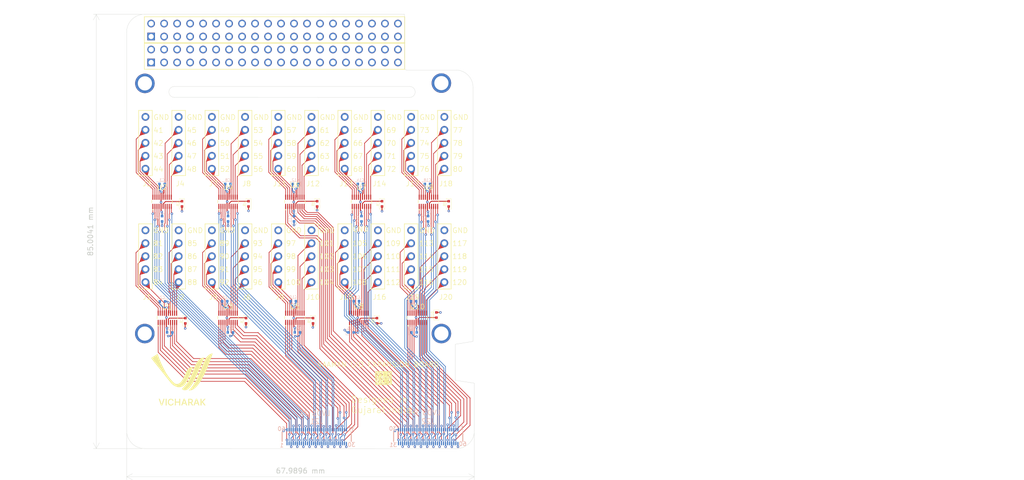
<source format=kicad_pcb>
(kicad_pcb (version 20240108) (generator "pcbnew") (generator_version "8.0")
  (layers (0 "F.Cu" signal) (1 "In1.Cu" signal) (2 "In2.Cu" signal) (31 "B.Cu" signal) (34 "B.Paste" user) (35 "F.Paste" user) (36 "B.SilkS" user "B.Silkscreen") (37 "F.SilkS" user "F.Silkscreen") (38 "B.Mask" user) (39 "F.Mask" user) (44 "Edge.Cuts" user))
  (net 0 "")
  (net 1 "GND")
  (net 2 "/GPIOT_RXP03")
  (net 3 "/GPIOT_RXN03")
  (net 4 "/GPIOT__RXP08")
  (net 5 "/GPIOT__RXN08")
  (net 6 "/GPIOT__RXN03")
  (net 7 "/GPIOT__RXP03")
  (net 8 "/GPIOT__RXN19")
  (net 9 "/GPIOT__RXP19")
  (net 10 "3.3V")
  (net 11 "/NetR1_2")
  (net 12 "/NetR2_2")
  (net 13 "/NetR3_2")
  (net 14 "/NetR4_2")
  (net 15 "/NetR5_2")
  (net 16 "/NetR6_2")
  (net 17 "/NetR7_2")
  (net 18 "/Net8_2")
  (net 19 "/NetR9_2")
  (net 48 "/NetR10_2")
  (net 80 "/GPIOT_RXN06")
  (net 81 "/GPIOT_RXN01")
  (net 82 "/GPIOT_RXP13")
  (net 83 "/GPIOT_RXN21")
  (net 84 "/GPIOT_RXP09")
  (net 85 "/GPIOT_RXP06")
  (net 86 "/GPIOT_RXN07")
  (net 87 "/GPIOT_RXP07")
  (net 88 "/GPIOT_RXN05")
  (net 89 "/GPIOT_RXN04")
  (net 90 "/GPIOT_RXN20")
  (net 91 "/GPIOT_RXP11")
  (net 92 "/GPIOT_RXN15")
  (net 93 "/GPIOT_RXP02")
  (net 94 "/GPIOT_RXP18")
  (net 95 "/GPIOT_RXN16")
  (net 96 "/GPIOT_RXP14")
  (net 97 "/GPIOT_RXN17")
  (net 98 "/GPIOT_RXP05")
  (net 99 "/GPIOT_RXP01")
  (net 100 "/GPIOT_RXP16")
  (net 101 "/GPIOT_RXP15")
  (net 102 "/GPIOT_RXN13")
  (net 103 "/GPIOT_RXN19")
  (net 104 "/GPIOT_RXN11")
  (net 105 "/GPIOT_RXP12")
  (net 106 "/GPIOT_RXN08")
  (net 107 "/GPIOT_RXP21")
  (net 108 "/GPIOT_RXN12")
  (net 109 "/GPIOT_RXN02")
  (net 110 "/GPIOT_RXN18")
  (net 111 "/GPIOT_RXP20")
  (net 112 "/GPIOT_RXN09")
  (net 113 "/GPIOT_RXP19")
  (net 114 "/GPIOT_RXN14")
  (net 115 "/GPIOT_RXP17")
  (net 116 "/GPIOT_RXP04")
  (net 117 "/GPIOT_RXP08")
  (net 118 "/GPIOT__RXP21")
  (net 119 "/GPIOT__RXN18")
  (net 120 "/GPIOT__RXN21")
  (net 121 "/GPIOT__RXP18")
  (net 122 "/GPIOT__RXP01")
  (net 123 "/GPIOT__RXP06")
  (net 124 "/GPIOT__RXN06")
  (net 125 "/GPIOT__RXN01")
  (net 126 "/GPIOT__RXP05")
  (net 127 "/GPIOT__RXN20")
  (net 128 "/GPIOT__RXN05")
  (net 129 "/GPIOT__RXN02")
  (net 130 "/GPIOT__RXP02")
  (net 131 "/GPIOT__RXP07")
  (net 132 "/GPIOT__RXP04")
  (net 133 "/GPIOT__RXN07")
  (net 134 "/GPIOT__RXN04")
  (net 135 "/GPIOT__RXP16")
  (net 136 "/GPIOT__RXP15")
  (net 137 "/GPIOT__RXN16")
  (net 138 "/GPIOT__RXN15")
  (net 139 "/GPIOT__RXN09")
  (net 140 "/GPIOT__RXP17")
  (net 141 "/GPIOT__RXP09")
  (net 142 "/GPIOT__RXN17")
  (net 143 "/GPIOT__RXN14")
  (net 144 "/GPIOT__RXN12")
  (net 145 "/GPIOT__RXP14")
  (net 146 "/GPIOT__RXP12")
  (net 147 "/GPIOT__RXN13")
  (net 148 "/GPIOT__RXN11")
  (net 149 "/GPIOT__RXP13")
  (net 150 "/GPIOT__RXP11")
  (net 151 "/GPIOT__RXP20")
  (net 152 "/GPIOB__TXN13")
  (net 153 "/GPIOB__TXP02")
  (net 154 "/GPIOB__TXP13")
  (net 155 "/GPIOB__TXN02")
  (net 156 "/GPIOB__TXN01")
  (net 157 "/GPIOB__TXP01")
  (net 158 "/GPIOB__TXN00")
  (net 159 "/GPIOB__TXP00")
  (net 160 "/GPIOB__TXP05")
  (net 161 "/GPIOB__TXN03")
  (net 162 "/GPIOB__TXN05")
  (net 163 "/GPIOB__TXP03")
  (net 164 "/GPIOB__TXN04")
  (net 165 "/GPIOB__TXN06")
  (net 166 "/GPIOB__TXP04")
  (net 167 "/GPIOB__TXP06")
  (net 168 "/GPIOB__TXP07")
  (net 169 "/GPIOB__TXN07")
  (net 170 "/GPIOB__TXP08")
  (net 171 "/GPIOB__TXN08")
  (net 172 "/GPIOB__TXP11")
  (net 173 "/GPIOB__TXN15")
  (net 174 "/GPIOB__TXN11")
  (net 175 "/GPIOB__TXP15")
  (net 176 "/GPIOB__TXP10")
  (net 177 "/GPIOB__TXN10")
  (net 178 "/GPIOB__TXN09")
  (net 179 "/GPIOB__TXP09")
  (net 180 "/GPIOB__TXP12")
  (net 181 "/GPIOB__TXP18")
  (net 182 "/GPIOB__TXN18")
  (net 183 "/GPIOB__TXN12")
  (net 184 "/GPIOB__TXN16")
  (net 185 "/GPIOB__TXP17")
  (net 186 "/GPIOB__TXN17")
  (net 187 "/GPIOB__TXP16")
  (net 188 "/GPIOB__TXN14")
  (net 189 "/GPIOB__TXP19")
  (net 190 "/GPIOB__TXP14")
  (net 191 "/GPIOB__TXN19")
  (net 192 "/GPIOB_TXN12")
  (net 193 "/GPIOB_TXP06")
  (net 194 "/GPIOB_TXP13")
  (net 195 "/GPIOB_TXP02")
  (net 196 "/GPIOB_TXN05")
  (net 197 "/GPIOB_TXN07")
  (net 198 "/GPIOB_TXP12")
  (net 199 "/GPIOB_TXN11")
  (net 200 "/GPIOB_TXN01")
  (net 201 "/GPIOB_TXN09")
  (net 202 "/GPIOB_TXN10")
  (net 203 "/GPIOB_TXN04")
  (net 204 "/GPIOB_TXP05")
  (net 205 "/GPIOB_TXN06")
  (net 206 "/GPIOB_TXP15")
  (net 207 "/GPIOB_TXN14")
  (net 208 "/GPIOB_TXP17")
  (net 209 "/GPIOB_TXN18")
  (net 210 "/GPIOB_TXP01")
  (net 211 "/GPIOB_TXP16")
  (net 212 "/GPIOB_TXP07")
  (net 213 "/GPIOB_TXP08")
  (net 214 "/GPIOB_TXN13")
  (net 215 "/GPIOB_TXP00")
  (net 216 "/GPIOB_TXP18")
  (net 217 "/GPIOB_TXP03")
  (net 218 "/GPIOB_TXP14")
  (net 219 "/GPIOB_TXP10")
  (net 220 "/GPIOB_TXN15")
  (net 221 "/GPIOB_TXN16")
  (net 222 "/GPIOB_TXN02")
  (net 223 "/GPIOB_TXN19")
  (net 224 "/GPIOB_TXP09")
  (net 225 "/GPIOB_TXP11")
  (net 226 "/GPIOB_TXN00")
  (net 227 "/GPIOB_TXP04")
  (net 228 "/GPIOB_TXN03")
  (net 229 "/GPIOB_TXN17")
  (net 230 "/GPIOB_TXP19")
  (net 231 "/GPIOB_TXN08")
  (footprint "Library:01x05 Header 2.54mm" (layer "F.Cu") (at 87.565933 116.3942)
    (property "Reference" "J2")
    (property "Value" "Conn_01x05")
  )
  (footprint "Library:LOGO" (layer "F.Cu") (at 87.901747 131.946347)
    (property "Reference" "G***" (hide yes))
    (property "Value" "LOGO" (hide yes))
  )
  (footprint "Library:01x05 Header 2.54mm" (layer "F.Cu") (at 126.529531 94.1946)
    (property "Reference" "J14")
    (property "Value" "Conn_01x05")
  )
  (footprint "Library:01x05 Header 2.54mm" (layer "F.Cu") (at 81.072 116.3942)
    (property "Reference" "J1")
    (property "Value" "Conn_01x05")
  )
  (footprint "Library:RES0402_10K" (layer "F.Cu") (at 114.342 97.6384 90)
    (property "Reference" "R6")
    (property "Value" "10K")
  )
  (footprint "Library:01x05 Header 2.54mm" (layer "F.Cu") (at 107.047732 116.3942)
    (property "Reference" "J9")
    (property "Value" "Conn_01x05")
  )
  (footprint "Library:01x05 Header 2.54mm" (layer "F.Cu") (at 133.023464 94.1946)
    (property "Reference" "J17")
    (property "Value" "Conn_01x05")
  )
  (footprint "Library:TXB0108DQSR" (layer "F.Cu") (at 133.8994 119.9498)
    (property "Reference" "U10")
    (property "Value" "TXB0108DQSR" (hide yes))
  )
  (footprint "Library:01x05 Header 2.54mm" (layer "F.Cu") (at 120.035598 94.1946)
    (property "Reference" "J13")
    (property "Value" "Conn_01x05")
  )
  (footprint "Library:RES0402_10K" (layer "F.Cu") (at 100.4316 120.523 90)
    (property "Reference" "R3")
    (property "Value" "10K")
  )
  (footprint "Library:TXB0108DQSR" (layer "F.Cu") (at 109.9852 97.2456)
    (property "Reference" "U6")
    (property "Value" "TXB0108DQSR" (hide yes))
  )
  (footprint "Library:2x20 header" (layer "F.Cu") (at 81.8854 69.9697 90)
    (property "Reference" "J23" (hide yes))
    (property "Value" "2.54-2*20PPC104" (hide yes))
  )
  (footprint "Library:HOLEE" (layer "F.Cu") (at 138.64 77.5099)
    (property "Reference" "")
    (property "Value" "HOLE")
  )
  (footprint "Library:01x05 Header 2.54mm" (layer "F.Cu") (at 113.541665 116.3942)
    (property "Reference" "J10")
    (property "Value" "Conn_01x05")
  )
  (footprint "Library:01x05 Header 2.54mm" (layer "F.Cu") (at 94.059866 94.1946)
    (property "Reference" "J7")
    (property "Value" "Conn_01x05")
  )
  (footprint "Library:01x05 Header 2.54mm" (layer "F.Cu") (at 113.541665 94.1946)
    (property "Reference" "J12")
    (property "Value" "Conn_01x05")
  )
  (footprint "Library:01x05 Header 2.54mm" (layer "F.Cu") (at 120.035598 116.3942)
    (property "Reference" "J15")
    (property "Value" "Conn_01x05")
  )
  (footprint "Library:01x05 Header 2.54mm" (layer "F.Cu") (at 100.553799 94.1946)
    (property "Reference" "J8")
    (property "Value" "Conn_01x05")
  )
  (footprint "Library:01x05 Header 2.54mm" (layer "F.Cu") (at 126.529531 116.3942)
    (property "Reference" "J16")
    (property "Value" "Conn_01x05")
  )
  (footprint "Library:RES0402_10K" (layer "F.Cu") (at 137.668 119.4054 -90)
    (property "Reference" "R10")
    (property "Value" "10K")
  )
  (footprint "Library:TXB0108DQSR" (layer "F.Cu") (at 123.0122 97.2456)
    (property "Reference" "U7")
    (property "Value" "TXB0108DQSR" (hide yes))
  )
  (footprint "Library:01x05 Header 2.54mm" (layer "F.Cu") (at 94.059866 116.3942)
    (property "Reference" "J5")
    (property "Value" "Conn_01x05")
  )
  (footprint "Library:RES0402_10K" (layer "F.Cu") (at 126.0348 120.523 90)
    (property "Reference" "R8")
    (property "Value" "10K")
  )
  (footprint "Library:TXB0108DQSR" (layer "F.Cu") (at 85.0678 119.9498)
    (property "Reference" "U1")
    (property "Value" "TXB0108DQSR" (hide yes))
  )
  (footprint "Library:RES0402_10K" (layer "F.Cu") (at 113.538 120.523 90)
    (property "Reference" "R5")
    (property "Value" "10K")
  )
  (footprint "Library:TXB0108DQSR" (layer "F.Cu") (at 84.0232 97.2456)
    (property "Reference" "U2")
    (property "Value" "TXB0108DQSR" (hide yes))
  )
  (footprint "Library:RES0402_10K" (layer "F.Cu") (at 88.5698 120.523 90)
    (property "Reference" "R1")
    (property "Value" "10K")
  )
  (footprint "Library:TXB0108DQSR" (layer "F.Cu") (at 136.109 97.2456)
    (property "Reference" "U9")
    (property "Value" "TXB0108DQSR" (hide yes))
  )
  (footprint "Library:01x05 Header 2.54mm" (layer "F.Cu") (at 133.023464 116.3942)
    (property "Reference" "J19")
    (property "Value" "Conn_01x05")
  )
  (footprint "Library:01x05 Header 2.54mm" (layer "F.Cu") (at 81.072 94.1946)
    (property "Reference" "J3")
    (property "Value" "Conn_01x05")
  )
  (footprint "Library:RES0402_10K" (layer "F.Cu") (at 127.0282 97.6384 90)
    (property "Reference" "R7")
    (property "Value" "10K")
  )
  (footprint "Library:RES0402_10K" (layer "F.Cu") (at 100.923 97.6384 90)
    (property "Reference" "R4")
    (property "Value" "10K")
  )
  (footprint "Library:TXB0108DQSR" (layer "F.Cu") (at 122.4756 119.9498)
    (property "Reference" "U8")
    (property "Value" "TXB0108DQSR" (hide yes))
  )
  (footprint "Library:01x05 Header 2.54mm" (layer "F.Cu") (at 107.047732 94.1946)
    (property "Reference" "J11")
    (property "Value" "Conn_01x05")
  )
  (footprint "Library:TXB0108DQSR" (layer "F.Cu") (at 109.9852 119.9498)
    (property "Reference" "U5")
    (property "Value" "TXB0108DQSR" (hide yes))
  )
  (footprint "Library:HOLEE" (layer "F.Cu") (at 80.6654 77.5607)
    (property "Reference" "")
    (property "Value" "HOLE")
  )
  (footprint "Library:HOLEE" (layer "F.Cu") (at 138.64 126.5319)
    (property "Reference" "")
    (property "Value" "HOLE")
  )
  (footprint "Library:01x05 Header 2.54mm" (layer "F.Cu") (at 87.565933 94.1946)
    (property "Reference" "J4")
    (property "Value" "Conn_01x05")
  )
  (footprint "Library:RES0402_10K" (layer "F.Cu") (at 140.0624 97.6384 90)
    (property "Reference" "R9")
    (property "Value" "10K")
  )
  (footprint "Library:2x20 header" (layer "F.Cu") (at 81.8854 64.8897 90)
    (property "Reference" "J24" (hide yes))
    (property "Value" "2.54-2*20PPC104")
  )
  (footprint "Library:TXB0108DQSR" (layer "F.Cu") (at 96.9232 97.2456)
    (property "Reference" "U4")
    (property "Value" "TXB0108DQSR" (hide yes))
  )
  (footprint "Library:RES0402_10K" (layer "F.Cu") (at 87.9148 97.6384 90)
    (property "Reference" "R2")
    (property "Value" "10K")
  )
  (footprint "Library:TXB0108DQSR" (layer "F.Cu") (at 96.9232 119.9498)
    (property "Reference" "U3")
    (property "Value" "TXB0108DQSR" (hide yes))
  )
  (footprint "Library:01x05 Header 2.54mm" (layer "F.Cu") (at 139.5174 116.3942)
    (property "Reference" "J20")
    (property "Value" "Conn_01x05")
  )
  (footprint "Library:HOLEE" (layer "F.Cu") (at 80.64 126.5319)
    (property "Reference" "")
    (property "Value" "HOLE")
  )
  (footprint "Library:01x05 Header 2.54mm" (layer "F.Cu") (at 139.5174 94.1946)
    (property "Reference" "J18")
    (property "Value" "Conn_01x05")
  )
  (footprint "Library:01x05 Header 2.54mm" (layer "F.Cu") (at 100.553799 116.3942)
    (property "Reference" "J6")
    (property "Value" "Conn_01x05")
  )
  (footprint "Library:CAP0402" (layer "B.Cu") (at 110.49 122.809)
    (property "Reference" "C9")
    (property "Value" "0.1uF")
  )
  (footprint "Library:CAP0402" (layer "B.Cu") (at 96.266 116.69)
    (property "Reference" "C6")
    (property "Value" "0.1uF")
  )
  (footprint "Library:CAP0402" (layer "B.Cu") (at 122.809 93.7514)
    (property "Reference" "C14")
    (property "Value" "0.1uF")
  )
  (footprint "Library:CAP0402" (layer "B.Cu") (at 122.0216 116.69)
    (property "Reference" "C19")
    (property "Value" "0.1uF")
  )
  (footprint "Library:CAP0402" (layer "B.Cu") (at 135.9154 93.7514)
    (property "Reference" "C18")
    (property "Value" "0.1uF")
  )
  (footprint "Library:CAP0402" (layer "B.Cu") (at 84.0232 100.5586 -90)
    (property "Reference" "C4")
    (property "Value" "0.1uF")
  )
  (footprint "Library:CAP0402" (layer "B.Cu") (at 109.6732 116.69)
    (property "Reference" "C10")
    (property "Value" "0.1uF")
  )
  (footprint "Library:CAP0402" (layer "B.Cu") (at 84.0232 93.7514)
    (property "Reference" "C3")
    (property "Value" "0.1uF")
  )
  (footprint "Library:CAP0402" (layer "B.Cu") (at 97.3836 122.809)
    (property "Reference" "C5")
    (property "Value" "0.1uF")
  )
  (footprint "Library:CAP0402" (layer "B.Cu") (at 133.1926 116.69)
    (property "Reference" "C20")
    (property "Value" "0.1uF")
  )
  (footprint "Library:CAP0402" (layer "B.Cu") (at 120.9802 122.809 180)
    (property "Reference" "C15")
    (property "Value" "0.1uF")
  )
  (footprint "Library:CAP0402" (layer "B.Cu") (at 133.2992 122.809 180)
    (property "Reference" "C16")
    (property "Value" "0.1uF")
  )
  (footprint "Library:CAP0402" (layer "B.Cu") (at 96.8756 93.7514)
    (property "Reference" "C8")
    (property "Value" "0.1uF")
  )
  (footprint "Library:CAP0402" (layer "B.Cu") (at 85.5168 122.809)
    (property "Reference" "C1")
    (property "Value" "0.1uF")
  )
  (footprint "Library:LVDS2" (layer "B.Cu") (at 114.26 143.21 180)
    (property "Reference" "J21")
    (property "Value" "~" (hide yes))
  )
  (footprint "Library:CAP0402" (layer "B.Cu") (at 109.8246 100.5586 -90)
    (property "Reference" "C11")
    (property "Value" "0.1uF")
  )
  (footprint "Library:CAP0402" (layer "B.Cu") (at 84.0944 116.7408)
    (property "Reference" "C2")
    (property "Value" "0.1uF")
  )
  (footprint "Library:LVDS2" (layer "B.Cu") (at 136.06 143.21 180)
    (property "Reference" "J22")
    (property "Value" "~" (hide yes))
  )
  (footprint "Library:CAP0402" (layer "B.Cu") (at 96.9264 100.5586 -90)
    (property "Reference" "C7")
    (property "Value" "0.1uF")
  )
  (footprint "Library:CAP0402" (layer "B.Cu") (at 110.109 93.7514)
    (property "Reference" "C12")
    (property "Value" "0.1uF")
  )
  (footprint "Library:CAP0402" (layer "B.Cu") (at 123.0122 100.5586 -90)
    (property "Reference" "C13")
    (property "Value" "0.1uF")
  )
  (footprint "Library:CAP0402" (layer "B.Cu") (at 136.0424 100.5586 -90)
    (property "Reference" "C17")
    (property "Value" "0.1uF")
  )
  (gr_arc (start 86.4312 76.8039) (mid 85.35945 75.73215) (end 86.4312 74.6604) (stroke (width 0.05)) (layer "Edge.Cuts"))
  (gr_line (start 141.3714 125.1228) (end 141.3714 132.184) (stroke (width 0.05)) (layer "Edge.Cuts"))
  (gr_arc (start 80.59505 145.54099) (mid 78.120176 144.515864) (end 77.09505 142.04099) (stroke (width 0.05)) (layer "Edge.Cuts"))
  (gr_line (start 145.0798 132.7428) (end 145.084655 142.055128) (stroke (width 0.05)) (layer "Edge.Cuts"))
  (gr_arc (start 131.897539 71.452572) (mid 131.592385 71.359746) (end 131.420964 71.090778) (stroke (width 0.05)) (layer "Edge.Cuts"))
  (gr_line (start 80.58889 60.53685) (end 131.4146 60.5306) (stroke (width 0.05)) (layer "Edge.Cuts"))
  (gr_arc (start 132.4312 74.6604) (mid 133.50795 75.73715) (end 132.4312 76.8139) (stroke (width 0.05)) (layer "Edge.Cuts"))
  (gr_arc (start 145.084655 142.055128) (mid 144.0688 144.526) (end 141.603325 145.554886) (stroke (width 0.05)) (layer "Edge.Cuts"))
  (gr_line (start 141.603325 145.554886) (end 80.59505 145.54099) (stroke (width 0.05)) (layer "Edge.Cuts"))
  (gr_line (start 141.3714 125.1228) (end 144.8258 124.564) (stroke (width 0.05)) (layer "Edge.Cuts"))
  (gr_line (start 144.8258 124.564) (end 144.8258 74.9554) (stroke (width 0.05)) (layer "Edge.Cuts"))
  (gr_line (start 141.3714 132.184) (end 145.0798 132.7428) (stroke (width 0.05)) (layer "Edge.Cuts"))
  (gr_arc (start 141.5492 71.4502) (mid 143.913451 72.524194) (end 144.8258 74.9554) (stroke (width 0.05)) (layer "Edge.Cuts"))
  (gr_line (start 132.4312 74.6604) (end 86.4312 74.6604) (stroke (width 0.05)) (layer "Edge.Cuts"))
  (gr_line (start 131.420964 71.090778) (end 131.4146 60.5306) (stroke (width 0.05)) (layer "Edge.Cuts"))
  (gr_line (start 141.5492 71.4502) (end 131.897539 71.452572) (stroke (width 0.05)) (layer "Edge.Cuts"))
  (gr_line (start 86.4312 76.8039) (end 132.4312 76.8139) (stroke (width 0.05)) (layer "Edge.Cuts"))
  (gr_arc (start 77.08889 64.03685) (mid 78.114016 61.561976) (end 80.58889 60.53685) (stroke (width 0.05)) (layer "Edge.Cuts"))
  (gr_line (start 77.09505 142.04099) (end 77.08889 64.03685) (stroke (width 0.05)) (layer "Edge.Cuts"))
  (gr_text "LVDS RX" (at 138.5774 139.0847 0) (layer "B.SilkS") (effects (font (size 1 1) (thickness 0.1)) (justify left bottom mirror)))
  (gr_text "30" (at 129.9922 142.09 0) (layer "B.SilkS") (effects (font (size 0.8 0.8) (thickness 0.1)) (justify left bottom mirror)))
  (gr_text "31" (at 130.043 145.2904 0) (layer "B.SilkS") (effects (font (size 0.8 0.8) (thickness 0.1)) (justify left bottom mirror)))
  (gr_text "LVDS TX" (at 116.9874 139.2117 0) (layer "B.SilkS") (effects (font (size 1 1) (thickness 0.1)) (justify left bottom mirror)))
  (gr_text "1" (at 143.0986 141.963 0) (layer "B.SilkS") (effects (font (size 0.8 0.8) (thickness 0.1)) (justify left bottom mirror)))
  (gr_text "1" (at 107.8688 145.3666 0) (layer "B.SilkS") (effects (font (size 0.8 0.8) (thickness 0.1)) (justify left bottom mirror)))
  (gr_text "60" (at 108.199 142.1408 0) (layer "B.SilkS") (effects (font (size 0.8 0.8) (thickness 0.1)) (justify left bottom mirror)))
  (gr_text "30" (at 121.8896 145.2396 0) (layer "B.SilkS") (effects (font (size 0.8 0.8) (thickness 0.1)) (justify left bottom mirror)))
  (gr_text "31" (at 121.8642 142.1154 0) (layer "B.SilkS") (effects (font (size 0.8 0.8) (thickness 0.1)) (justify left bottom mirror)))
  (gr_text "60" (at 143.632 145.0872 0) (layer "B.SilkS") (effects (font (size 0.8 0.8) (thickness 0.1)) (justify left bottom mirror)))
  (gr_text "GND" (at 95.3008 81.28 0) (layer "F.SilkS") (effects (font (size 1 1) (thickness 0.1)) (justify left bottom)))
  (gr_text "71" (at 127.8128 88.9 0) (layer "F.SilkS") (effects (font (size 1 1) (thickness 0.1)) (justify left bottom)))
  (gr_text "78" (at 140.8176 86.36 0) (layer "F.SilkS") (effects (font (size 1 1) (thickness 0.1)) (justify left bottom)))
  (gr_text "84" (at 82.2198 113.5888 0) (layer "F.SilkS") (effects (font (size 1 1) (thickness 0.1)) (justify left bottom)))
  (gr_text "53" (at 101.8032 83.82 0) (layer "F.SilkS") (effects (font (size 1 1) (thickness 0.1)) (justify left bottom)))
  (gr_text "GND" (at 101.8032 81.28 0) (layer "F.SilkS") (effects (font (size 1 1) (thickness 0.1)) (justify left bottom)))
  (gr_text "68" (at 121.3104 91.44 0) (layer "F.SilkS") (effects (font (size 1 1) (thickness 0.1)) (justify left bottom)))
  (gr_text "95" (at 101.7016 111.0488 0) (layer "F.SilkS") (effects (font (size 1 1) (thickness 0.1)) (justify left bottom)))
  (gr_text "69" (at 127.8128 83.82 0) (layer "F.SilkS") (effects (font (size 1 1) (thickness 0.1)) (justify left bottom)))
  (gr_text "GND" (at 140.8176 81.28 0) (layer "F.SilkS") (effects (font (size 1 1) (thickness 0.1)) (justify left bottom)))
  (gr_text "106" (at 121.2088 108.5088 0) (layer "F.SilkS") (effects (font (size 1 1) (thickness 0.1)) (justify left bottom)))
  (gr_text "67" (at 121.3104 88.9 0) (layer "F.SilkS") (effects (font (size 1 1) (thickness 0.1)) (justify left bottom)))
  (gr_text "50" (at 95.3008 86.36 0) (layer "F.SilkS") (effects (font (size 1 1) (thickness 0.1)) (justify left bottom)))
  (gr_text "58" (at 108.3056 86.36 0) (layer "F.SilkS") (effects (font (size 1 1) (thickness 0.1)) (justify left bottom)))
  (gr_text "110" (at 127.7112 108.5088 0) (layer "F.SilkS") (effects (font (size 1 1) (thickness 0.1)) (justify left bottom)))
  (gr_text "66" (at 121.3104 86.36 0) (layer "F.SilkS") (effects (font (size 1 1) (thickness 0.1)) (justify left bottom)))
  (gr_text "49" (at 95.3008 83.82 0) (layer "F.SilkS") (effects (font (size 1 1) (thickness 0.1)) (justify left bottom)))
  (gr_text "Designed in\nGujarat,India." (at 120.9154 138.6857 0) (layer "F.SilkS") (effects (font (size 1.25 1.25) (thickness 0.1)) (justify left bottom)))
  (gr_text "119" (at 140.716 111.0488 0) (layer "F.SilkS") (effects (font (size 1 1) (thickness 0.1)) (justify left bottom)))
  (gr_text "120" (at 140.716 113.5888 0) (layer "F.SilkS") (effects (font (size 1 1) (thickness 0.1)) (justify left bottom)))
  (gr_text "65" (at 121.3104 83.82 0) (layer "F.SilkS") (effects (font (size 1 1) (thickness 0.1)) (justify left bottom)))
  (gr_text "72" (at 127.8128 91.44 0) (layer "F.SilkS") (effects (font (size 1 1) (thickness 0.1)) (justify left bottom)))
  (gr_text "70" (at 127.8128 86.36 0) (layer "F.SilkS") (effects (font (size 1 1) (thickness 0.1)) (justify left bottom)))
  (gr_text "103" (at 114.7064 111.0488 0) (layer "F.SilkS") (effects (font (size 1 1) (thickness 0.1)) (justify left bottom)))
  (gr_text "74" (at 134.3152 86.36 0) (layer "F.SilkS") (effects (font (size 1 1) (thickness 0.1)) (justify left bottom)))
  (gr_text "111" (at 127.7112 111.0488 0) (layer "F.SilkS") (effects (font (size 1 1) (thickness 0.1)) (justify left bottom)))
  (gr_text "75" (at 134.3152 88.9 0) (layer "F.SilkS") (effects (font (size 1 1) (thickness 0.1)) (justify left bottom)))
  (gr_text "62" (at 114.808 86.36 0) (layer "F.SilkS") (effects (font (size 1 1) (thickness 0.1)) (justify left bottom)))
  (gr_text "GND" (at 101.7016 103.4288 0) (layer "F.SilkS") (effects (font (size 1 1) (thickness 0.1)) (justify left bottom)))
  (gr_text "94" (at 101.7016 108.5088 0) (layer "F.SilkS") (effects (font (size 1 1) (thickness 0.1)) (justify left bottom)))
  (gr_text "60" (at 108.3056 91.44 0) (layer "F.SilkS") (effects (font (size 1 1) (thickness 0.1)) (justify left bottom)))
  (gr_text "64" (at 114.808 91.44 0) (layer "F.SilkS") (effects (font (size 1 1) (thickness 0.1)) (justify left bottom)))
  (gr_text "GND" (at 114.7064 103.4288 0) (layer "F.SilkS") (effects (font (size 1 1) (thickness 0.1)) (justify left bottom)))
  (gr_text "89" (at 95.1992 105.9688 0) (layer "F.SilkS") (effects (font (size 1 1) (thickness 0.1)) (justify left bottom)))
  (gr_text "117" (at 140.716 105.9688 0) (layer "F.SilkS") (effects (font (size 1 1) (thickness 0.1)) (justify left bottom)))
  (gr_text "86\n" (at 88.9 108.5088 0) (layer "F.SilkS") (effects (font (size 1 1) (thickness 0.1)) (justify left bottom)))
  (gr_text "48\n" (at 88.7984 91.44 0) (layer "F.SilkS") (effects (font (size 1 1) (thickness 0.1)) (justify left bottom)))
  (gr_text "115" (at 134.2136 111.0488 0) (layer "F.SilkS") (effects (font (size 1 1) (thickness 0.1)) (justify left bottom)))
  (gr_text "55" (at 101.8032 88.9 0) (layer "F.SilkS") (effects (font (size 1 1) (thickness 0.1)) (justify left bottom)))
  (gr_text "R0.1" (at 125.5404 133.0607 0) (layer "F.SilkS" knockout) (effects (font (size 1 1) (thickness 0.1)) (justify left bottom)))
  (gr_text "83" (at 82.2198 111.0488 0) (layer "F.SilkS") (effects (font (size 1 1) (thickness 0.1)) (justify left bottom)))
  (gr_text "107" (at 121.2088 111.0488 0) (layer "F.SilkS") (effects (font (size 1 1) (thickness 0.1)) (justify left bottom)))
  (gr_text "73" (at 134.3152 83.82 0) (layer "F.SilkS") (effects (font (size 1 1) (thickness 0.1)) (justify left bottom)))
  (gr_text "59" (at 108.3056 88.9 0) (layer "F.SilkS") (effects (font (size 1 1) (thickness 0.1)) (justify left bottom)))
  (gr_text "GND" (at 127.7112 103.4288 0) (layer "F.SilkS") (effects (font (size 1 1) (thickness 0.1)) (justify left bottom)))
  (gr_text "100" (at 108.204 113.5888 0) (layer "F.SilkS") (effects (font (size 1 1) (thickness 0.1)) (justify left bottom)))
  (gr_text "90" (at 95.1992 108.5088 0) (layer "F.SilkS") (effects (font (size 1 1) (thickness 0.1)) (justify left bottom)))
  (gr_text "79" (at 140.8176 88.9 0) (layer "F.SilkS") (effects (font (size 1 1) (thickness 0.1)) (justify left bottom)))
  (gr_text "77" (at 140.8176 83.82 0) (layer "F.SilkS") (effects (font (size 1 1) (thickness 0.1)) (justify left bottom)))
  (gr_text "GND" (at 108.204 103.4288 0) (layer "F.SilkS") (effects (font (size 1 1) (thickness 0.1)) (justify left bottom)))
  (gr_text "GND" (at 82.2198 103.4288 0) (layer "F.SilkS") (effects (font (size 1 1) (thickness 0.1)) (justify left bottom)))
  (gr_text "44" (at 82.296 91.44 0) (layer "F.SilkS") (effects (font (size 1 1) (thickness 0.1)) (justify left bottom)))
  (gr_text "GND" (at 88.9 103.4288 0) (layer "F.SilkS") (effects (font (size 1 1) (thickness 0.1)) (justify left bottom)))
  (gr_text "118" (at 140.716 108.5088 0) (layer "F.SilkS") (effects (font (size 1 1) (thickness 0.1)) (justify left bottom)))
  (gr_text "GND" (at 114.808 81.28 0) (layer "F.SilkS") (effects (font (size 1 1) (thickness 0.1)) (justify left bottom)))
  (gr_text "93" (at 101.7016 105.9688 0) (layer "F.SilkS") (effects (font (size 1 1) (thickness 0.1)) (justify left bottom)))
  (gr_text "GND" (at 134.2136 103.4288 0) (layer "F.SilkS") (effects (font (size 1 1) (thickness 0.1)) (justify left bottom)))
  (gr_text "101" (at 114.7064 105.9688 0) (layer "F.SilkS") (effects (font (size 1 1) (thickness 0.1)) (justify left bottom)))
  (gr_text "91" (at 95.1992 111.0488 0) (layer "F.SilkS") (effects (font (size 1 1) (thickness 0.1)) (justify left bottom)))
  (gr_text "GND" (at 134.3152 81.28 0) (layer "F.SilkS") (effects (font (size 1 1) (thickness 0.1)) (justify left bottom)))
  (gr_text "108" (at 121.2088 113.5888 0) (layer "F.SilkS") (effects (font (size 1 1) (thickness 0.1)) (justify left bottom)))
  (gr_text "GND" (at 121.3104 81.28 0) (layer "F.SilkS") (effects (font (size 1 1) (thickness 0.1)) (justify left bottom)))
  (gr_text "109" (at 127.7112 105.9688 0) (layer "F.SilkS") (effects (font (size 1 1) (thickness 0.1)) (justify left bottom)))
  (gr_text "116" (at 134.2136 113.5888 0) (layer "F.SilkS") (effects (font (size 1 1) (thickness 0.1)) (justify left bottom)))
  (gr_text "V1.0\n" (at 125.6654 131.6857 0) (layer "F.SilkS" knockout) (effects (font (size 1 1) (thickness 0.1)) (justify left bottom)))
  (gr_text "112" (at 127.7112 113.5888 0) (layer "F.SilkS") (effects (font (size 1 1) (thickness 0.1)) (justify left bottom)))
  (gr_text "99" (at 108.204 111.0488 0) (layer "F.SilkS") (effects (font (size 1 1) (thickness 0.1)) (justify left bottom)))
  (gr_text "82" (at 82.2198 108.5088 0) (layer "F.SilkS") (effects (font (size 1 1) (thickness 0.1)) (justify left bottom)))
  (gr_text "54" (at 101.8032 86.36 0) (layer "F.SilkS") (effects (font (size 1 1) (thickness 0.1)) (justify left bottom)))
  (gr_text "46" (at 88.7984 86.36 0) (layer "F.SilkS") (effects (font (size 1 1) (thickness 0.1)) (justify left bottom)))
  (gr_text "GND" (at 140.716 103.4288 0) (layer "F.SilkS") (effects (font (size 1 1) (thickness 0.1)) (justify left bottom)))
  (gr_text "52" (at 95.3008 91.44 0) (layer "F.SilkS") (effects (font (size 1 1) (thickness 0.1)) (justify left bottom)))
  (gr_text "56" (at 101.8032 91.44 0) (layer "F.SilkS") (effects (font (size 1 1) (thickness 0.1)) (justify left bottom)))
  (gr_text "41\n" (at 82.296 83.82 0) (layer "F.SilkS") (effects (font (size 1 1) (thickness 0.1)) (justify left bottom)))
  (gr_text "98" (at 108.204 108.5088 0) (layer "F.SilkS") (effects (font (size 1 1) (thickness 0.1)) (justify left bottom)))
  (gr_text "45" (at 88.7984 83.82 0) (layer "F.SilkS") (effects (font (size 1 1) (thickness 0.1)) (justify left bottom)))
  (gr_text "GND" (at 95.1992 103.4288 0) (layer "F.SilkS") (effects (font (size 1 1) (thickness 0.1)) (justify left bottom)))
  (gr_text "81" (at 82.2198 105.9688 0) (layer "F.SilkS") (effects (font (size 1 1) (thickness 0.1)) (justify left bottom)))
  (gr_text "51\n" (at 95.3008 88.9 0) (layer "F.SilkS") (effects (font (size 1 1) (thickness 0.1)) (justify left bottom)))
  (gr_text "76" (at 134.3152 91.44 0) (layer "F.SilkS") (effects (font (size 1 1) (thickness 0.1)) (justify left bottom)))
  (gr_text "88" (at 88.9 113.5888 0) (layer "F.SilkS") (effects (font (size 1 1) (thickness 0.1)) (justify left bottom)))
  (gr_text "80" (at 140.8176 91.44 0) (layer "F.SilkS") (effects (font (size 1 1) (thickness 0.1)) (justify left bottom)))
  (gr_text "96" (at 101.7016 113.5888 0) (layer "F.SilkS") (effects (font (size 1 1) (thickness 0.1)) (justify left bottom)))
  (gr_text "63" (at 114.808 88.9 0) (layer "F.SilkS") (effects (font (size 1 1) (thickness 0.1)) (justify left bottom)))
  (gr_text "61" (at 114.808 83.82 0) (layer "F.SilkS") (effects (font (size 1 1) (thickness 0.1)) (justify left bottom)))
  (gr_text "105" (at 121.2088 105.9688 0) (layer "F.SilkS") (effects (font (size 1 1) (thickness 0.1)) (justify left bottom)))
  (gr_text "87" (at 88.9 111.0488 0) (layer "F.SilkS") (effects (font (size 1 1) (thickness 0.1)) (justify left bottom)))
  (gr_text "57" (at 108.3056 83.82 0) (layer "F.SilkS") (effects (font (size 1 1) (thickness 0.1)) (justify left bottom)))
  (gr_text "104" (at 114.7064 113.5888 0) (layer "F.SilkS") (effects (font (size 1 1) (thickness 0.1)) (justify left bottom)))
  (gr_text "VAAMAN I/O EXPANSION BOARD" (at 114.4154 129.6857 0) (layer "F.SilkS") (effects (font (size 1 1) (thickness 0.1)) (justify left bottom)))
  (gr_text "GND" (at 127.8128 81.28 0) (layer "F.SilkS") (effects (font (size 1 1) (thickness 0.1)) (justify left bottom)))
  (gr_text "102" (at 114.7064 108.5088 0) (layer "F.SilkS") (effects (font (size 1 1) (thickness 0.1)) (justify left bottom)))
  (gr_text "42" (at 82.296 86.36 0) (layer "F.SilkS") (effects (font (size 1 1) (thickness 0.1)) (justify left bottom)))
  (gr_text "47" (at 88.7984 88.9 0) (layer "F.SilkS") (effects (font (size 1 1) (thickness 0.1)) (justify left bottom)))
  (gr_text "92" (at 95.1992 113.5888 0) (layer "F.SilkS") (effects (font (size 1 1) (thickness 0.1)) (justify left bottom)))
  (gr_text "GND" (at 121.2088 103.2256 0) (layer "F.SilkS") (effects (font (size 1 1) (thickness 0.1)) (justify left bottom)))
  (gr_text "43" (at 82.296 88.9 0) (layer "F.SilkS") (effects (font (size 1 1) (thickness 0.1)) (justify left bottom)))
  (gr_text "GND" (at 108.3056 81.28 0) (layer "F.SilkS") (effects (font (size 1 1) (thickness 0.1)) (justify left bottom)))
  (gr_text "113" (at 134.2136 105.9688 0) (layer "F.SilkS") (effects (font (size 1 1) (thickness 0.1)) (justify left bottom)))
  (gr_text "GND" (at 88.7984 81.28 0) (layer "F.SilkS") (effects (font (size 1 1) (thickness 0.1)) (justify left bottom)))
  (gr_text "114" (at 134.2136 108.5088 0) (layer "F.SilkS") (effects (font (size 1 1) (thickness 0.1)) (justify left bottom)))
  (gr_text "97" (at 108.204 105.9688 0) (layer "F.SilkS") (effects (font (size 1 1) (thickness 0.1)) (justify left bottom)))
  (gr_text "GND" (at 82.296 81.28 0) (layer "F.SilkS") (effects (font (size 1 1) (thickness 0.1)) (justify left bottom)))
  (gr_text "85" (at 88.9 105.9688 0) (layer "F.SilkS") (effects (font (size 1 1) (thickness 0.1)) (justify left bottom)))
  (dimension (type orthogonal) (layer "Edge.Cuts") (pts (xy 80.59505 145.54099) (xy 80.58889 60.53685)) (height -9.42965) (orientation 1) (gr_text "85.0041 mm" (at 70.0154 103.03892 90) (layer "Edge.Cuts") (effects (font (size 1 1) (thickness 0.15)))) (format (prefix "") (suffix "") (units 3) (units_format 1) (precision 4)) (style (thickness 0.05) (arrow_length 1.27) (text_position_mode 0) (extension_height 0.58642) (extension_offset 0.5) keep_text_aligned))
  (dimension (type orthogonal) (layer "Edge.Cuts") (pts (xy 77.09505 142.04099) (xy 145.084655 142.055128)) (height 9.01971) (orientation 0) (gr_text "67.9896 mm" (at 111.089853 149.9107 0) (layer "Edge.Cuts") (effects (font (size 1 1) (thickness 0.15)))) (format (prefix "") (suffix "") (units 3) (units_format 1) (precision 4)) (style (thickness 0.05) (arrow_length 1.27) (text_position_mode 0) (extension_height 0.58642) (extension_offset 0.5) keep_text_aligned))
  (segment (start 97.2002 94.7364) (end 97.0788 94.615) (width 0.2032) (layer "F.Cu") (net 1))
  (segment (start 122.8089 118.2133) (end 122.8089 117.6019) (width 0.2032) (layer "F.Cu") (net 1))
  (segment (start 85.2247 116.9567) (end 85.3334 117.0654) (width 0.2032) (layer "F.Cu") (net 1))
  (segment (start 122.8089 117.6019) (end 122.6058 117.3988) (width 0.2032) (layer "F.Cu") (net 1))
  (segment (start 136.309 96.3456) (end 136.309 95.520459) (width 0.2032) (layer "F.Cu") (net 1))
  (segment (start 97.2256 118.144659) (end 97.1296 118.240659) (width 0.2032) (layer "F.Cu") (net 1))
  (segment (start 97.1232 96.3136) (end 97.1232 95.584) (width 0.2032) (layer "F.Cu") (net 1))
  (segment (start 136.4178 95.411659) (end 136.4178 94.711) (width 0.2032) (layer "F.Cu") (net 1))
  (segment (start 134.1832 117.6224) (end 134.1832 118.285938) (width 0.2032) (layer "F.Cu") (net 1))
  (segment (start 84.3224 95.487859) (end 84.2232 95.587059) (width 0.2032) (layer "F.Cu") (net 1))
  (segment (start 136.309 95.520459) (end 136.4178 95.411659) (width 0.2032) (layer "F.Cu") (net 1))
  (segment (start 84.1096 94.676) (end 84.3224 94.8888) (width 0.2032) (layer "F.Cu") (net 1))
  (segment (start 134.1832 118.285938) (end 134.0994 118.369738) (width 0.2032) (layer "F.Cu") (net 1))
  (segment (start 110.2812 118.093859) (end 110.1802 118.194859) (width 0.2032) (layer "F.Cu") (net 1))
  (segment (start 136.4178 94.711) (end 136.271 94.5642) (width 0.2032) (layer "F.Cu") (net 1))
  (segment (start 110.1802 119.0482) (end 110.1852 119.0532) (width 0.2032) (layer "F.Cu") (net 1))
  (segment (start 110.0024 117.3504) (end 110.2812 117.6292) (width 0.2032) (layer "F.Cu") (net 1))
  (segment (start 97.1296 119.0434) (end 97.1232 119.0498) (width 0.2032) (layer "F.Cu") (net 1))
  (segment (start 123.312 95.588859) (end 123.312 94.9656) (width 0.2032) (layer "F.Cu") (net 1))
  (segment (start 134.041497 117.480697) (end 134.1832 117.6224) (width 0.2032) (layer "F.Cu") (net 1))
  (segment (start 85.3334 118.9842) (end 85.2678 119.0498) (width 0.2032) (layer "F.Cu") (net 1))
  (segment (start 133.8072 117.480697) (end 134.041497 117.480697) (width 0.2032) (layer "F.Cu") (net 1))
  (segment (start 84.3224 94.8888) (end 84.3224 95.487859) (width 0.2032) (layer "F.Cu") (net 1))
  (segment (start 96.769 117.325) (end 96.780059 117.325) (width 0.2032) (layer "F.Cu") (net 1))
  (segment (start 134.0994 118.369738) (end 134.0994 119.0244) (width 0.2032) (layer "F.Cu") (net 1))
  (segment (start 123.2122 96.3456) (end 123.2122 95.688659) (width 0.2032) (layer "F.Cu") (net 1))
  (segment (start 84.2232 95.587059) (end 84.2232 96.4344) (width 0.2032) (layer "F.Cu") (net 1))
  (segment (start 110.1802 118.194859) (end 110.1802 119.0482) (width 0.2032) (layer "F.Cu") (net 1))
  (segment (start 123.312 94.9656) (end 123.1519 94.8055) (width 0.2032) (layer "F.Cu") (net 1))
  (segment (start 110.2508 96.28) (end 110.2508 94.8404) (width 0.2032) (layer "F.Cu") (net 1))
  (segment (start 97.1232 95.584) (end 97.2002 95.507) (width 0.2032) (layer "F.Cu") (net 1))
  (segment (start 110.1852 96.3456) (end 110.2508 96.28) (width 0.2032) (layer "F.Cu") (net 1))
  (segment (start 97.2002 95.507) (end 97.2002 94.7364) (width 0.2032) (layer "F.Cu") (net 1))
  (segment (start 96.780059 117.325) (end 97.2256 117.770541) (width 0.2032) (layer "F.Cu") (net 1))
  (segment (start 122.6756 119.0498) (end 122.6756 118.3466) (width 0.2032) (layer "F.Cu") (net 1))
  (segment (start 122.6756 118.3466) (end 122.8089 118.2133) (width 0.2032) (layer "F.Cu") (net 1))
  (segment (start 85.3334 117.0654) (end 85.3334 118.9842) (width 0.2032) (layer "F.Cu") (net 1))
  (segment (start 110.2508 94.8404) (end 110.1294 94.719) (width 0.2032) (layer "F.Cu") (net 1))
  (segment (start 97.1296 118.240659) (end 97.1296 119.0434) (width 0.2032) (layer "F.Cu") (net 1))
  (segment (start 97.2256 117.770541) (end 97.2256 118.144659) (width 0.2032) (layer "F.Cu") (net 1))
  (segment (start 110.2812 117.6292) (end 110.2812 118.093859) (width 0.2032) (layer "F.Cu") (net 1))
  (segment (start 123.2122 95.688659) (end 123.312 95.588859) (width 0.2032) (layer "F.Cu") (net 1))
  (via (at 120.0404 145.1864) (size 0.457) (drill 0.2) (layers "F.Cu" "B.Cu") (net 1))
  (via (at 135.0468 141.074) (size 0.457) (drill 0.2) (layers "F.Cu" "B.Cu") (net 1))
  (via (at 84.0232 101.9302) (size 0.457) (drill 0.2) (layers "F.Cu" "B.Cu") (net 1))
  (via (at 116.835 141.201) (size 0.457) (drill 0.2) (layers "F.Cu" "B.Cu") (net 1))
  (via (at 133.853 141.1248) (size 0.457) (drill 0.2) (layers "F.Cu" "B.Cu") (net 1))
  (via (at 138.2776 145.1864) (size 0.457) (drill 0.2) (layers "F.Cu" "B.Cu") (net 1))
  (via (at 114.4728 141.1502) (size 0.457) (drill 0.2) (layers "F.Cu" "B.Cu") (net 1))
  (via (at 118.0542 141.0232) (size 0.457) (drill 0.2) (layers "F.Cu" "B.Cu") (net 1))
  (via (at 109.8246 101.7802) (size 0.457) (drill 0.2) (layers "F.Cu" "B.Cu") (net 1))
  (via (at 141.0666 141.0232) (size 0.457) (drill 0.2) (layers "F.Cu" "B.Cu") (net 1))
  (via (at 85.216 123.5226) (size 0.457) (drill 0.2) (layers "F.Cu" "B.Cu") (net 1))
  (via (at 123.0122 101.8286) (size 0.457) (drill 0.2) (layers "F.Cu" "B.Cu") (net 1))
  (via (at 84.1096 94.676) (size 0.457) (drill 0.2) (layers "F.Cu" "B.Cu") (net 1))
  (via (at 131.4654 141.074) (size 0.457) (drill 0.2) (layers "F.Cu" "B.Cu") (net 1))
  (via (at 115.2652 145.1864) (size 0.457) (drill 0.2) (layers "F.Cu" "B.Cu") (net 1))
  (via (at 139.8728 140.8708) (size 0.457) (drill 0.2) (layers "F.Cu" "B.Cu") (net 1))
  (via (at 96.9264 101.9302) (size 0.457) (drill 0.2) (layers "F.Cu" "B.Cu") (net 1))
  (via (at 110.1294 94.719) (size 0.457) (drill 0.2) (layers "F.Cu" "B.Cu") (net 1))
  (via (at 96.769 117.325) (size 0.457) (drill 0.2) (layers "F.Cu" "B.Cu") (net 1))
  (via (at 97.3278 123.5226) (size 0.457) (drill 0.2) (layers "F.Cu" "B.Cu") (net 1))
  (via (at 132.6592 141.0994) (size 0.457) (drill 0.2) (layers "F.Cu" "B.Cu") (net 1))
  (via (at 115.6412 141.1756) (size 0.457) (drill 0.2) (layers "F.Cu" "B.Cu") (net 1))
  (via (at 137.4598 141.1248) (size 0.457) (drill 0.2) (layers "F.Cu" "B.Cu") (net 1))
  (via (at 135.8646 145.1864) (size 0.457) (drill 0.2) (layers "F.Cu" "B.Cu") (net 1))
  (via (at 118.872 145.1864) (size 0.457) (drill 0.2) (layers "F.Cu" "B.Cu") (net 1))
  (via (at 133.4516 145.1864) (size 0.457) (drill 0.2) (layers "F.Cu" "B.Cu") (net 1))
  (via (at 134.6454 145.1864) (size 0.457) (drill 0.2) (layers "F.Cu" "B.Cu") (net 1))
  (via (at 136.1186 101.9302) (size 0.457) (drill 0.2) (layers "F.Cu" "B.Cu") (net 1))
  (via (at 110.866 141.0232) (size 0.457) (drill 0.2) (layers "F.Cu" "B.Cu") (net 1))
  (via (at 110.4646 145.1864) (size 0.457) (drill 0.2) (layers "F.Cu" "B.Cu") (net 1))
  (via (at 140.6906 145.1864) (size 0.457) (drill 0.2) (layers "F.Cu" "B.Cu") (net 1))
  (via (at 122.6058 117.3988) (size 0.457) (drill 0.2) (layers "F.Cu" "B.Cu") (net 1))
  (via (at 119.248 141.1248) (size 0.457) (drill 0.2) (layers "F.Cu" "B.Cu") (net 1))
  (via (at 133.7768 123.6242) (size 0.457) (drill 0.2) (layers "F.Cu" "B.Cu") (net 1))
  (via (at 116.459 145.1864) (size 0.457) (drill 0.2) (layers "F.Cu" "B.Cu") (net 1))
  (via (at 131.062 145.163) (size 0.457) (drill 0.2) (layers "F.Cu" "B.Cu") (net 1))
  (via (at 139.4714 145.1864) (size 0.457) (drill 0.2) (layers "F.Cu" "B.Cu") (net 1))
  (via (at 141.8844 145.1864) (size 0.457) (drill 0.2) (layers "F.Cu" "B.Cu") (net 1))
  (via (at 123.1519 94.8055) (size 0.457) (drill 0.2) (layers "F.Cu" "B.Cu") (net 1))
  (via (at 110.0532 123.5734) (size 0.457) (drill 0.2) (layers "F.Cu" "B.Cu") (net 1))
  (via (at 97.0788 94.615) (size 0.457) (drill 0.2) (layers "F.Cu" "B.Cu") (net 1))
  (via (at 136.2406 141.074) (size 0.457) (drill 0.2) (layers "F.Cu" "B.Cu") (net 1))
  (via (at 129.56 142.09) (size 0.457) (drill 0.2) (layers "F.Cu" "B.Cu") (net 1))
  (via (at 138.679 141.1248) (size 0.457) (drill 0.2) (layers "F.Cu" "B.Cu") (net 1))
  (via (at 119.7356 122.3518) (size 0.457) (drill 0.2) (layers "F.Cu" "B.Cu") (net 1))
  (via (at 109.2708 145.1864) (size 0.457) (drill 0.2) (layers "F.Cu" "B.Cu") (net 1))
  (via (at 132.2578 145.161) (size 0.457) (drill 0.2) (layers "F.Cu" "B.Cu") (net 1))
  (via (at 117.7036 145.1864) (size 0.457) (drill 0.2) (layers "F.Cu" "B.Cu") (net 1))
  (via (at 110.0024 117.3504) (size 0.457) (drill 0.2) (layers "F.Cu" "B.Cu") (net 1))
  (via (at 133.8072 117.480697) (size 0.457) (drill 0.2) (layers "F.Cu" "B.Cu") (net 1))
  (via (at 137.0838 145.1864) (size 0.457) (drill 0.2) (layers "F.Cu" "B.Cu") (net 1))
  (via (at 136.271 94.5642) (size 0.457) (drill 0.2) (layers "F.Cu" "B.Cu") (net 1))
  (via (at 114.0714 145.1864) (size 0.457) (drill 0.2) (layers "F.Cu" "B.Cu") (net 1))
  (via (at 111.6584 145.1864) (size 0.457) (drill 0.2) (layers "F.Cu" "B.Cu") (net 1))
  (via (at 112.0852 141.201) (size 0.457) (drill 0.2) (layers "F.Cu" "B.Cu") (net 1))
  (via (at 107.77 142.09) (size 0.457) (drill 0.2) (layers "F.Cu" "B.Cu") (net 1))
  (via (at 112.8522 145.1864) (size 0.457) (drill 0.2) (layers "F.Cu" "B.Cu") (net 1))
  (via (at 109.6976 141.0994) (size 0.457) (drill 0.2) (layers "F.Cu" "B.Cu") (net 1))
  (via (at 85.2247 116.9567) (size 0.457) (drill 0.2) (layers "F.Cu" "B.Cu") (net 1))
  (via (at 113.2282 141.074) (size 0.457) (drill 0.2) (layers "F.Cu" "B.Cu") (net 1))
  (segment (start 119.7356 122.3518) (end 120.1928 122.809) (width 0.2032) (layer "B.Cu") (net 1))
  (segment (start 138.262 145.1708) (end 138.262 144.567) (width 0.1524) (layer "B.Cu") (net 1))
  (segment (start 135.8358 143.376138) (end 136.26 142.951938) (width 0.1524) (layer "B.Cu") (net 1))
  (segment (start 110.4488 144.5538) (end 110.4488 143.4496) (width 0.1524) (layer "B.Cu") (net 1))
  (segment (start 112.0488 141.8662) (end 112.06 141.855) (width 0.1524) (layer "B.Cu") (net 1))
  (segment (start 136.0424 101.0706) (end 136.0424 101.854) (width 0.2032) (layer "B.Cu") (net 1))
  (segment (start 112.0488 143.2974) (end 112.0488 141.8662) (width 0.1524) (layer "B.Cu") (net 1))
  (segment (start 116.4712 145.1742) (end 116.4712 144.5514) (width 0.1524) (layer "B.Cu") (net 1))
  (segment (start 132.26 144.565) (end 132.238 144.543) (width 0.1524) (layer "B.Cu") (net 1))
  (segment (start 133.86 141.855) (end 133.86 141.1318) (width 0.1524) (layer "B.Cu") (net 1))
  (segment (start 129.82 141.83) (end 130.26 141.83) (width 0.1524) (layer "B.Cu") (net 1))
  (segment (start 133.8072 116.7926) (end 133.7046 116.69) (width 0.2032) (layer "B.Cu") (net 1))
  (segment (start 97.8956 123.2596) (end 97.8956 122.6312) (width 0.2032) (layer "B.Cu") (net 1))
  (segment (start 137.46 141.855) (end 137.46 141.125) (width 0.1524) (layer "B.Cu") (net 1))
  (segment (start 111.002 122.809) (end 111.002 122.6312) (width 0.2032) (layer "B.Cu") (net 1))
  (segment (start 138.66 141.1438) (end 138.679 141.1248) (width 0.1524) (layer "B.Cu") (net 1))
  (segment (start 112.8522 145.1864) (end 112.8522 144.1622) (width 0.1524) (layer "B.Cu") (net 1))
  (segment (start 117.7036 145.1864) (end 117.6712 145.154) (width 0.1524) (layer "B.Cu") (net 1))
  (segment (start 131.062 145.163) (end 131.062 144.5514) (width 0.1524) (layer "B.Cu") (net 1))
  (segment (start 139.425899 144.530899) (end 139.425899 143.301501) (width 0.1524) (layer "B.Cu") (net 1))
  (segment (start 97.3278 123.5226) (end 97.6326 123.5226) (width 0.2032) (layer "B.Cu") (net 1))
  (segment (start 109.66 143.07) (end 109.66 141.855) (width 0.1524) (layer "B.Cu") (net 1))
  (segment (start 139.4714 145.1864) (end 139.4714 144.5764) (width 0.1524) (layer "B.Cu") (net 1))
  (segment (start 132.66 141.855) (end 132.66 141.1002) (width 0.1524) (layer "B.Cu") (net 1))
  (segment (start 84.1096 94.676) (end 84.5352 94.2504) (width 0.2032) (layer "B.Cu") (net 1))
  (segment (start 118.8488 143.426538) (end 119.26 143.015338) (width 0.1524) (layer "B.Cu") (net 1))
  (segment (start 133.7768 123.6242) (end 133.3778 123.6242) (width 0.2032) (layer "B.Cu") (net 1))
  (segment (start 134.6454 145.1864) (end 134.6708 145.161) (width 0.1524) (layer "B.Cu") (net 1))
  (segment (start 112.8522 144.1622) (end 112.8488 144.1588) (width 0.1524) (layer "B.Cu") (net 1))
  (segment (start 117.6488 144.529) (end 117.6488 143.405538) (width 0.1524) (layer "B.Cu") (net 1))
  (segment (start 109.2708 145.1864) (end 109.2708 144.5758) (width 0.1524) (layer "B.Cu") (net 1))
  (segment (start 96.778 117.316) (end 96.778 116.6368) (width 0.2032) (layer "B.Cu") (net 1))
  (segment (start 133.86 142.9492) (end 133.86 141.855) (width 0.1524) (layer "B.Cu") (net 1))
  (segment (start 139.86 140.8836) (end 139.8728 140.8708) (width 0.1524) (layer "B.Cu") (net 1))
  (segment (start 140.62 143.367138) (end 141.0518 142.935338) (width 0.1524) (layer "B.Cu") (net 1))
  (segment (start 140.6906 145.1864) (end 140.662 145.1578) (width 0.1524) (layer "B.Cu") (net 1))
  (segment (start 116.86 141.226) (end 116.835 141.201) (width 0.1524) (layer "B.Cu") (net 1))
  (segment (start 136.26 141.855) (end 136.26 141.0934) (width 0.1524) (layer "B.Cu") (net 1))
  (segment (start 118.872 145.1864) (end 118.8712 145.1856) (width 0.1524) (layer "B.Cu") (net 1))
  (segment (start 138.2238 143.350338) (end 138.679 142.895138) (width 0.1524) (layer "B.Cu") (net 1))
  (segment (start 141.0518 142.935338) (end 141.0518 141.8632) (width 0.1524) (layer "B.Cu") (net 1))
  (segment (start 140.662 145.1578) (end 140.662 144.567) (width 0.1524) (layer "B.Cu") (net 1))
  (segment (start 114.46 141.855) (end 114.46 141.163) (width 0.1524) (layer "B.Cu") (net 1))
  (segment (start 134.6256 144.5306) (end 134.6256 143.4282) (width 0.1524) (layer "B.Cu") (net 1))
  (segment (start 141.0666 141.0232) (end 141.06 141.0298) (width 0.1524) (layer "B.Cu") (net 1))
  (segment (start 135.862 144.5514) (end 135.8358 144.5252) (width 0.1524) (layer "B.Cu") (net 1))
  (segment (start 111.6488 144.529) (end 111.6488 143.6974) (width 0.1524) (layer "B.Cu") (net 1))
  (segment (start 118.06 141.855) (end 118.06 141.029) (width 0.1524) (layer "B.Cu") (net 1))
  (segment (start 110.4646 145.1864) (end 110.4646 144.5696) (width 0.1524) (layer "B.Cu") (net 1))
  (segment (start 115.2488 143.4502) (end 115.66 143.039) (width 0.1524) (layer "B.Cu") (net 1))
  (segment (start 110.86 141.855) (end 110.86 141.0292) (width 0.1524) (layer "B.Cu") (net 1))
  (segment (start 110.86 141.0292) (end 110.866 141.0232) (width 0.1524) (layer "B.Cu") (net 1))
  (segment (start 120.0728 144.80549) (end 120.0658 144.81249) (width 0.1524) (layer "B.Cu") (net 1))
  (segment (start 132.66 142.9554) (end 132.66 141.855) (width 0.1524) (layer "B.Cu") (net 1))
  (segment (start 109.66 141.137) (end 109.6976 141.0994) (width 0.1524) (layer "B.Cu") (net 1))
  (segment (start 136.26 141.0934) (end 136.2406 141.074) (width 0.1524) (layer "B.Cu") (net 1))
  (segment (start 118.8712 145.1856) (end 118.8712 144.5514) (width 0.1524) (layer "B.Cu") (net 1))
  (segment (start 141.862 145.164) (end 141.8844 145.1864) (width 0.1524) (layer "B.Cu") (net 1))
  (segment (start 123.1519 94.8055) (end 123.321 94.6364) (width 0.2032) (layer "B.Cu") (net 1))
  (segment (start 110.0024 117.3504) (end 110.1852 117.1676) (width 0.2032) (layer "B.Cu") (net 1))
  (segment (start 115.66 141.855) (end 115.66 141.1944) (width 0.1524) (layer "B.Cu") (net 1))
  (segment (start 112.06 141.2262) (end 112.0852 141.201) (width 0.1524) (layer "B.Cu") (net 1))
  (segment (start 137.46 142.908662) (end 137.46 141.855) (width 0.1524) (layer "B.Cu") (net 1))
  (segment (start 116.459 145.1864) (end 116.4712 145.1742) (width 0.1524) (layer "B.Cu") (net 1))
  (segment (start 115.2488 144.529) (end 115.2488 143.4502) (width 0.1524) (layer "B.Cu") (net 1))
  (segment (start 134.6708 144.5758) (end 134.6256 144.5306) (width 0.1524) (layer "B.Cu") (net 1))
  (segment (start 107.77 142.09) (end 108.005 141.855) (width 0.1524) (layer "B.Cu") (net 1))
  (segment (start 141.06 141.0298) (end 141.06 141.855) (width 0.1524) (layer "B.Cu") (net 1))
  (segment (start 132.238 144.543) (end 132.238 143.3774) (width 0.1524) (layer "B.Cu") (net 1))
  (segment (start 131.062 144.5514) (end 131.0442 144.5336) (width 0.1524) (layer "B.Cu") (net 1))
  (segment (start 137.02 143.348662) (end 137.46 142.908662) (width 0.1524) (layer "B.Cu") (net 1))
  (segment (start 136.271 94.5642) (end 136.4274 94.4078) (width 0.2032) (layer "B.Cu") (net 1))
  (segment (start 133.4516 145.1864) (end 133.462 145.176) (width 0.1524) (layer "B.Cu") (net 1))
  (segment (start 115.66 141.1944) (end 115.6412 141.1756) (width 0.1524) (layer "B.Cu") (net 1))
  (segment (start 116.4488 143.444) (end 116.86 143.0328) (width 0.1524) (layer "B.Cu") (net 1))
  (segment (start 131.0442 144.5336) (end 131.0442 143.367138) (width 0.1524) (layer "B.Cu") (net 1))
  (segment (start 114.0488 143.4056) (end 114.46 142.9944) (width 0.1524) (layer "B.Cu") (net 1))
  (segment (start 111.6584 145.1864) (end 111.6712 145.1736) (width 0.1524) (layer "B.Cu") (net 1))
  (segment (start 135.862 145.1838) (end 135.862 144.5514) (width 0.1524) (layer "B.Cu") (net 1))
  (segment (start 114.46 142.9944) (end 114.46 141.855) (width 0.1524) (layer "B.Cu") (net 1))
  (segment (start 113.2488 141.8662) (end 113.26 141.855) (width 0.1524) (layer "B.Cu") (net 1))
  (segment (start 140.662 144.567) (end 140.62 144.525) (width 0.1524) (layer "B.Cu") (net 1))
  (segment (start 84.5352 94.2504) (end 84.5352 93.7514) (width 0.2032) (layer "B.Cu") (net 1))
  (segment (start 84.0232 101.0706) (end 84.0232 101.9302) (width 0.2032) (layer "B.Cu") (net 1))
  (segment (start 86.0288 122.809) (end 86.0288 122.7098) (width 0.2032) (layer "B.Cu") (net 1))
  (segment (start 141.0518 141.8632) (end 141.06 141.855) (width 0.1524) (layer "B.Cu") (net 1))
  (segment (start 110.6628 123.5734) (end 111.002 123.2342) (width 0.2032) (layer "B.Cu") (net 1))
  (segment (start 135.8358 144.5252) (end 135.8358 143.376138) (width 0.1524) (layer "B.Cu") (net 1))
  (segment (start 137.46 141.125) (end 137.4598 141.1248) (width 0.1524) (layer "B.Cu") (net 1))
  (segment (start 131.0442 143.367138) (end 131.46 142.951338) (width 0.1524) (layer "B.Cu") (net 1))
  (segment (start 114.0488 144.5538) (end 114.0488 143.4056) (width 0.1524) (layer "B.Cu") (net 1))
  (segment (start 135.0574 141.8576) (end 135.06 141.855) (width 0.1524) (layer "B.Cu") (net 1))
  (segment (start 109.2488 144.5538) (end 109.2488 143.4812) (width 0.1524) (layer "B.Cu") (net 1))
  (segment (start 116.86 141.855) (end 116.86 141.226) (width 0.1524) (layer "B.Cu") (net 1))
  (segment (start 115.2652 145.1864) (end 115.2712 145.1804) (width 0.1524) (layer "B.Cu") (net 1))
  (segment (start 123.321 94.6364) (end 123.321 93.7514) (width 0.2032) (layer "B.Cu") (net 1))
  (segment (start 114.46 141.163) (end 114.4728 141.1502) (width 0.1524) (layer "B.Cu") (net 1))
  (segment (start 139.4714 144.5764) (end 139.425899 144.530899) (width 0.1524) (layer "B.Cu") (net 1))
  (segment (start 110.4646 144.5696) (end 110.4488 144.5538) (width 0.1524) (layer "B.Cu") (net 1))
  (segment (start 110.2056 94.719) (end 110.621 94.3036) (width 0.2032) (layer "B.Cu") (net 1))
  (segment (start 138.2238 144.5288) (end 138.2238 143.350338) (width 0.1524) (layer "B.Cu") (net 1))
  (segment (start 117.6712 145.154) (end 117.6712 144.5514) (width 0.1524) (layer "B.Cu") (net 1))
  (segment (start 116.86 143.0328) (end 116.86 141.855) (width 0.1524) (layer "B.Cu") (net 1))
  (segment (start 138.2776 145.1864) (end 138.262 145.1708) (width 0.1524) (layer "B.Cu") (net 1))
  (segment (start 138.679 142.895138) (end 138.679 141.874) (width 0.1524) (layer "B.Cu") (net 1))
  (segment (start 112.8488 143.6912) (end 113.2488 143.2912) (width 0.1524) (layer "B.Cu") (net 1))
  (segment (start 137.0838 145.1864) (end 137.062 145.1646) (width 0.1524) (layer "B.Cu") (net 1))
  (segment (start 137.062 145.1646) (end 137.062 144.5514) (width 0.1524) (layer "B.Cu") (net 1))
  (segment (start 116.4712 144.5514) (end 116.4488 144.529) (width 0.1524) (layer "B.Cu") (net 1))
  (segment (start 112.06 141.855) (end 112.06 141.2262) (width 0.1524) (layer "B.Cu") (net 1))
  (segment (start 123.0122 101.0706) (end 123.0122 101.8286) (width 0.2032) (layer "B.Cu") (net 1))
  (segment (start 113.2488 143.2912) (end 113.2488 141.8662) (width 0.1524) (layer "B.Cu") (net 1))
  (segment (start 96.769 117.325) (end 96.778 117.316) (width 0.2032) (layer "B.Cu") (net 1))
  (segment (start 97.3876 94.3062) (end 97.3876 93.7514) (width 0.2032) (layer "B.Cu") (net 1))
  (segment (start 117.6712 144.5514) (end 117.6488 144.529) (width 0.1524) (layer "B.Cu") (net 1))
  (segment (start 133.8072 117.480697) (end 133.8072 116.7926) (width 0.2032) (layer "B.Cu") (net 1))
  (segment (start 111.6488 143.6974) (end 112.0488 143.2974) (width 0.1524) (layer "B.Cu") (net 1))
  (segment (start 122.5336 116.5352) (end 122.5336 117.3266) (width 0.2032) (layer "B.Cu") (net 1))
  (segment (start 131.46 141.855) (end 131.46 141.0794) (width 0.1524) (layer "B.Cu") (net 1))
  (segment (start 133.86 141.1318) (end 133.853 141.1248) (width 0.1524) (layer "B.Cu") (net 1))
  (segment (start 110.1294 94.719) (end 110.2056 94.719) (width 0.2032) (layer "B.Cu") (net 1))
  (segment (start 111.6712 144.5514) (end 111.6488 144.529) (width 0.1524) (layer "B.Cu") (net 1))
  (segment (start 110.0532 123.5734) (end 110.6628 123.5734) (width 0.2032) (layer "B.Cu") (net 1))
  (segment (start 120.1928 122.809) (end 120.4682 122.809) (width 0.2032) (layer "B.Cu") (net 1))
  (segment (start 132.26 145.1588) (end 132.26 144.565) (width 0.1524) (layer "B.Cu") (net 1))
  (segment (start 113.26 141.855) (end 113.26 141.1058) (width 0.1524) (layer "B.Cu") (net 1))
  (segment (start 120.0712 144.5514) (end 120.0712 145.1556) (width 0.1524) (layer "B.Cu") (net 1))
  (segment (start 115.2712 144.5514) (end 115.2488 144.529) (width 0.1524) (layer "B.Cu") (net 1))
  (segment (start 136.4274 94.4078) (end 136.4274 93.8022) (width 0.2032) (layer "B.Cu") (net 1))
  (segment (start 138.66 141.855) (end 138.66 141.1438) (width 0.1524) (layer "B.Cu") (net 1))
  (segment (start 119.26 141.855) (end 119.26 141.1368) (width 0.1524) (layer "B.Cu") (net 1))
  (segment (start 109.2488 143.4812) (end 109.66 143.07) (width 0.1524) (layer "B.Cu") (net 1))
  (segment (start 137.02 144.5094) (end 137.02 143.348662) (width 0.1524) (layer "B.Cu") (net 1))
  (segment (start 138.262 144.567) (end 138.2238 144.5288) (width 0.1524) (layer "B.Cu") (net 1))
  (segment (start 118.8488 144.529) (end 118.8488 143.426538) (width 0.1524) (layer "B.Cu") (net 1))
  (segment (start 115.66 143.039) (end 115.66 141.855) (width 0.1524) (layer "B.Cu") (net 1))
  (segment (start 132.2578 145.161) (end 132.26 145.1588) (width 0.1524) (layer "B.Cu") (net 1))
  (segment (start 137.062 144.5514) (end 137.02 144.5094) (width 0.1524) (layer "B.Cu") (net 1))
  (segment (start 133.4196 144.5246) (end 133.4196 143.3896) (width 0.1524) (layer "B.Cu") (net 1))
  (segment (start 139.86 142.8674) (end 139.86 141.855) (width 0.1524) (layer "B.Cu") (net 1))
  (segment (start 135.8646 145.1864) (end 135.862 145.1838) (width 0.1524) (layer "B.Cu") (net 1))
  (segment (start 115.2712 145.1804) (end 115.2712 144.5514) (width 0.1524) (layer "B.Cu") (net 1))
  (segment (start 135.0574 142.952338) (end 135.0574 141.8576) (width 0.1524) (layer "B.Cu") (net 1))
  (segment (start 133.4196 143.3896) (end 133.86 142.9492) (width 0.1524) (layer "B.Cu") (net 1))
  (segment (start 132.66 141.1002) (end 132.6592 141.0994) (width 0.1524) (layer "B.Cu") (net 1))
  (segment (start 133.462 144.567) (end 133.4196 144.5246) (width 0.1524) (layer "B.Cu") (net 1))
  (segment (start 138.679 141.874) (end 138.66 141.855) (width 0.1524) (layer "B.Cu") (net 1))
  (segment (start 122.5336 117.3266) (end 122.6058 117.3988) (width 0.2032) (layer "B.Cu") (net 1))
  (segment (start 108.005 141.855) (end 108.46 141.855) (width 0.1524) (layer "B.Cu") (net 1))
  (segment (start 119.26 141.1368) (end 119.248 141.1248) (width 0.1524) (layer "B.Cu") (net 1))
  (segment (start 129.56 142.09) (end 129.82 141.83) (width 0.1524) (layer "B.Cu") (net 1))
  (segment (start 135.06 141.0872) (end 135.0468 141.074) (width 0.1524) (layer "B.Cu") (net 1))
  (segment (start 110.86 143.0384) (end 110.86 141.855) (width 0.1524) (layer "B.Cu") (net 1))
  (segment (start 133.462 145.176) (end 133.462 144.567) (width 0.1524) (layer "B.Cu") (net 1))
  (segment (start 117.6488 143.405538) (end 118.06 142.994338) (width 0.1524) (layer "B.Cu") (net 1))
  (segment (start 136.0424 101.854) (end 136.1186 101.9302) (width 0.2032) (layer "B.Cu") (net 1))
  (segment (start 111.002 123.2342) (end 111.002 122.809) (width 0.2032) (layer "B.Cu") (net 1))
  (segment (start 134.6708 145.161) (end 134.6708 144.5758) (width 0.1524) (layer "B.Cu") (net 1))
  (segment (start 140.62 144.525) (end 140.62 143.367138) (width 0.1524) (layer "B.Cu") (net 1))
  (segment (start 136.26 142.951938) (end 136.26 141.855) (width 0.1524) (layer "B.Cu") (net 1))
  (segment (start 134.6256 143.4282) (end 135.06 142.9938) (width 0.1524) (layer "B.Cu") (net 1))
  (segment (start 139.86 141.855) (end 139.86 140.8836) (width 0.1524) (layer "B.Cu") (net 1))
  (segment (start 109.8246 101.7802) (end 109.8246 101.0706) (width 0.2032) (layer "B.Cu") (net 1))
  (segment (start 132.238 143.3774) (end 132.66 142.9554) (width 0.1524) (layer "B.Cu") (net 1))
  (segment (start 119.26 143.015338) (end 119.26 141.855) (width 0.1524) (layer "B.Cu") (net 1))
  (segment (start 110.621 94.3036) (end 110.621 93.7514) (width 0.2032) (layer "B.Cu") (net 1))
  (segment (start 97.6326 123.5226) (end 97.8956 123.2596) (width 0.2032) (layer "B.Cu") (net 1))
  (segment (start 85.2247 116.9567) (end 85.0088 116.7408) (width 0.2032) (layer "B.Cu") (net 1))
  (segment (start 97.0788 94.615) (end 97.3876 94.3062) (width 0.2032) (layer "B.Cu") (net 1))
  (segment (start 131.46 141.0794) (end 131.4654 141.074) (width 0.1524) (layer "B.Cu") (net 1))
  (segment (start 139.425899 143.301501) (end 139.86 142.8674) (width 0.1524) (layer "B.Cu") (net 1))
  (segment (start 133.3778 123.6242) (end 132.7872 123.0336) (width 0.2032) (layer "B.Cu") (net 1))
  (segment (start 110.4488 143.4496) (end 110.86 143.0384) (width 0.1524) (layer "B.Cu") (net 1))
  (segment (start 118.06 141.029) (end 118.0542 141.0232) (width 0.1524) (layer "B.Cu") (net 1))
  (segment (start 86.0288 123.2138) (end 86.0288 122.809) (width 0.2032) (layer "B.Cu") (net 1))
  (segment (start 85.0088 116.7408) (end 84.6064 116.7408) (width 0.2032) (layer "B.Cu") (net 1))
  (segment (start 109.2708 144.5758) (end 109.2488 144.5538) (width 0.1524) (layer "B.Cu") (net 1))
  (segment (start 85.72 123.5226) (end 86.0288 123.2138) (width 0.2032) (layer "B.Cu") (net 1))
  (segment (start 112.8488 144.1588) (end 112.8488 143.6912) (width 0.1524) (layer "B.Cu") (net 1))
  (segment (start 135.06 141.855) (end 135.06 141.0872) (width 0.1524) (layer "B.Cu") (net 1))
  (segment (start 111.6712 145.1736) (end 111.6712 144.5514) (width 0.1524) (layer "B.Cu") (net 1))
  (segment (start 118.8712 144.5514) (end 118.8488 144.529) (width 0.1524) (layer "B.Cu") (net 1))
  (segment (start 114.0714 144.5764) (end 114.0488 144.5538) (width 0.1524) (layer "B.Cu") (net 1))
  (segment (start 114.0714 145.1864) (end 114.0714 144.5764) (width 0.1524) (layer "B.Cu") (net 1))
  (segment (start 109.66 141.855) (end 109.66 141.137) (width 0.1524) (layer "B.Cu") (net 1))
  (segment (start 96.9264 101.0706) (end 96.9264 101.9302) (width 0.2032) (layer "B.Cu") (net 1))
  (segment (start 135.06 142.954938) (end 135.0574 142.952338) (width 0.1524) (layer "B.Cu") (net 1))
  (segment (start 135.06 142.9938) (end 135.06 142.954938) (width 0.1524) (layer "B.Cu") (net 1))
  (segment (start 118.06 142.994338) (end 118.06 141.855) (width 0.1524) (layer "B.Cu") (net 1))
  (segment (start 113.26 141.1058) (end 113.2282 141.074) (width 0.1524) (layer "B.Cu") (net 1))
  (segment (start 120.0712 145.1556) (end 120.0404 145.1864) (width 0.1524) (layer "B.Cu") (net 1))
  (segment (start 141.862 144.5514) (end 141.862 145.164) (width 0.1524) (layer "B.Cu") (net 1))
  (segment (start 85.216 123.5226) (end 85.72 123.5226) (width 0.2032) (layer "B.Cu") (net 1))
  (segment (start 132.7872 123.0336) (end 132.7872 122.809) (width 0.2032) (layer "B.Cu") (net 1))
  (segment (start 131.46 142.951338) (end 131.46 141.855) (width 0.1524) (layer "B.Cu") (net 1))
  (segment (start 116.4488 144.529) (end 116.4488 143.444) (width 0.1524) (layer "B.Cu") (net 1))
  (segment (start 110.1852 117.1676) (end 110.1852 116.69) (width 0.2032) (layer "B.Cu") (net 1))
  (segment (start 108.393321 143.813321) (end 108.393321 140.633321) (width 0.127) (layer "F.Cu") (net 2))
  (segment (start 83.2678 126.6838) (end 83.2678 120.8498) (width 0.127) (layer "F.Cu") (net 2))
  (segment (start 88.9712 132.3872) (end 83.2678 126.6838) (width 0.127) (layer "F.Cu") (net 2))
  (segment (start 100.1472 132.3872) (end 88.9712 132.3872) (width 0.127) (layer "F.Cu") (net 2))
  (segment (start 108.44 143.86) (end 108.393321 143.813321) (width 0.127) (layer "F.Cu") (net 2))
  (segment (start 108.393321 140.633321) (end 100.1472 132.3872) (width 0.127) (layer "F.Cu") (net 2))
  (via (at 108.44 143.86) (size 0.457) (drill 0.2) (layers "F.Cu" "B.Cu") (net 2))
  (segment (start 108.46 143.88) (end 108.44 143.86) (width 0.171958) (layer "B.Cu") (net 2))
  (segment (start 108.46 144.565) (end 108.46 143.88) (width 0.171958) (layer "B.Cu") (net 2))
  (segment (start 108.911 142.725) (end 108.911 140.3382) (width 0.127) (layer "F.Cu") (net 3))
  (segment (start 108.911 140.3382) (end 100.3504 131.7776) (width 0.127) (layer "F.Cu") (net 3))
  (segment (start 100.3504 131.7776) (end 89.1744 131.7776) (width 0.127) (layer "F.Cu") (net 3))
  (segment (start 89.1744 131.7776) (end 83.6678 126.271) (width 0.127) (layer "F.Cu") (net 3))
  (segment (start 83.6678 126.271) (end 83.6678 120.8498) (width 0.127) (layer "F.Cu") (net 3))
  (via (at 108.911 142.725) (size 0.457) (drill 0.2) (layers "F.Cu" "B.Cu") (net 3))
  (segment (start 108.911 142.725) (end 108.88 142.756) (width 0.127) (layer "B.Cu") (net 3))
  (segment (start 108.88 144.5426) (end 108.8712 144.5514) (width 0.127) (layer "B.Cu") (net 3))
  (segment (start 108.88 142.756) (end 108.88 144.5426) (width 0.127) (layer "B.Cu") (net 3))
  (segment (start 84.0678 119.0498) (end 84.0678 117.761592) (width 0.127) (layer "F.Cu") (net 4))
  (segment (start 84.0678 117.761592) (end 79.7052 113.398992) (width 0.127) (layer "F.Cu") (net 4))
  (segment (start 79.7052 111.506) (end 80.772 110.4392) (width 0.127) (layer "F.Cu") (net 4))
  (segment (start 79.7052 113.398992) (end 79.7052 111.506) (width 0.127) (layer "F.Cu") (net 4))
  (segment (start 84.4678 117.070534) (end 80.772 113.374734) (width 0.127) (layer "F.Cu") (net 5))
  (segment (start 84.4678 119.0498) (end 84.4678 117.070534) (width 0.127) (layer "F.Cu") (net 5))
  (segment (start 80.772 113.374734) (end 80.772 112.9792) (width 0.127) (layer "F.Cu") (net 5))
  (segment (start 83.6678 119.0498) (end 83.6678 117.892146) (width 0.127) (layer "F.Cu") (net 6))
  (segment (start 79.2988 109.3724) (end 80.772 107.8992) (width 0.127) (layer "F.Cu") (net 6))
  (segment (start 83.6678 117.892146) (end 79.2988 113.523146) (width 0.127) (layer "F.Cu") (net 6))
  (segment (start 79.2988 113.523146) (end 79.2988 109.3724) (width 0.127) (layer "F.Cu") (net 6))
  (segment (start 83.2678 119.0498) (end 83.2678 118.0227) (width 0.127) (layer "F.Cu") (net 7))
  (segment (start 78.923642 113.678542) (end 78.923642 107.207558) (width 0.127) (layer "F.Cu") (net 7))
  (segment (start 78.923642 107.207558) (end 80.772 105.3592) (width 0.127) (layer "F.Cu") (net 7))
  (segment (start 83.2678 118.0227) (end 78.923642 113.678542) (width 0.127) (layer "F.Cu") (net 7))
  (segment (start 92.333529 109.294537) (end 93.759866 107.8682) (width 0.127) (layer "F.Cu") (net 8))
  (segment (start 95.5232 119.0498) (end 95.5232 116.72868) (width 0.127) (layer "F.Cu") (net 8))
  (segment (start 95.5232 116.72868) (end 92.333529 113.539009) (width 0.127) (layer "F.Cu") (net 8))
  (segment (start 92.333529 113.539009) (end 92.333529 109.294537) (width 0.127) (layer "F.Cu") (net 8))
  (segment (start 93.759866 105.3592) (end 93.759866 105.3282) (width 0.171958) (layer "F.Cu") (net 9))
  (segment (start 95.1232 116.859234) (end 91.958371 113.694405) (width 0.127) (layer "F.Cu") (net 9))
  (segment (start 95.1232 119.0498) (end 95.1232 116.859234) (width 0.127) (layer "F.Cu") (net 9))
  (segment (start 91.958371 107.160695) (end 93.759866 105.3592) (width 0.127) (layer "F.Cu") (net 9))
  (segment (start 91.958371 113.694405) (end 91.958371 107.160695) (width 0.127) (layer "F.Cu") (net 9))
  (segment (start 109.7852 121.6788) (end 109.7852 120.0214) (width 0.2032) (layer "F.Cu") (net 10))
  (segment (start 122.809 96.4312) (end 122.8122 96.4344) (width 0.2032) (layer "F.Cu") (net 10))
  (segment (start 88.5394 122.022) (end 88.5394 121.0654) (width 0.2032) (layer "F.Cu") (net 10))
  (segment (start 83.8232 97.336) (end 83.8232 98.2344) (width 0.2032) (layer "F.Cu") (net 10))
  (segment (start 83.82 97.3328) (end 83.8232 97.3296) (width 0.2032) (layer "F.Cu") (net 10))
  (segment (start 133.6994 120.8244) (end 133.6994 119.9072) (width 0.2032) (layer "F.Cu") (net 10))
  (segment (start 135.909 98.1676) (end 135.909 99.0536) (width 0.2032) (layer "F.Cu") (net 10))
  (segment (start 114.342 98.8656) (end 114.342 98.1504) (width 0.2032) (layer "F.Cu") (net 10))
  (segment (start 83.8232 99.0632) (end 83.9724 99.2124) (width 0.2032) (layer "F.Cu") (net 10))
  (segment (start 87.9148 99.0908) (end 87.9148 98.1504) (width 0.2032) (layer "F.Cu") (net 10))
  (segment (start 83.8232 96.4344) (end 83.8232 95.3484) (width 0.2032) (layer "F.Cu") (net 10))
  (segment (start 133.6994 121.7106) (end 133.6994 120.8244) (width 0.2032) (layer "F.Cu") (net 10))
  (segment (start 135.909 97.301) (end 135.89 97.282) (width 0.2032) (layer "F.Cu") (net 10))
  (segment (start 109.7852 120.0214) (end 109.7534 119.9896) (width 0.2032) (layer "F.Cu") (net 10))
  (segment (start 84.8678 119.0498) (end 84.8678 119.8764) (width 0.2032) (layer "F.Cu") (net 10))
  (segment (start 122.8122 95.45) (end 122.8598 95.4024) (width 0.2032) (layer "F.Cu") (net 10))
  (segment (start 122.8122 99.0632) (end 122.936 99.187) (width 0.2032) (layer "F.Cu") (net 10))
  (segment (start 133.726 118.1124) (end 133.6994 118.139) (width 0.2032) (layer "F.Cu") (net 10))
  (segment (start 100.923 99.0092) (end 100.923 98.1504) (width 0.2032) (layer "F.Cu") (net 10))
  (segment (start 83.82 97.3328) (end 83.8232 97.336) (width 0.2032) (layer "F.Cu") (net 10))
  (segment (start 140.0624 99.016) (end 140.081 99.0346) (width 0.2032) (layer "F.Cu") (net 10))
  (segment (start 133.8072 121.8184) (end 133.6994 121.7106) (width 0.2032) (layer "F.Cu") (net 10))
  (segment (start 83.8232 97.3296) (end 83.8232 96.4344) (width 0.2032) (layer "F.Cu") (net 10))
  (segment (start 133.6994 119.8688) (end 133.6802 119.888) (width 0.2032) (layer "F.Cu") (net 10))
  (segment (start 84.8678 120.8498) (end 84.8678 119.9044) (width 0.2032) (layer "F.Cu") (net 10))
  (segment (start 133.6994 119.9072) (end 133.6802 119.888) (width 0.2032) (layer "F.Cu") (net 10))
  (segment (start 109.7852 97.2958) (end 109.7738 97.2844) (width 0.2032) (layer "F.Cu") (net 10))
  (segment (start 122.8122 97.2788) (end 122.809 97.282) (width 0.2032) (layer "F.Cu") (net 10))
  (segment (start 135.909 99.0536) (end 136.017 99.1616) (width 0.2032) (layer "F.Cu") (net 10))
  (segment (start 96.7232 119.0498) (end 96.7232 118.0084) (width 0.2032) (layer "F.Cu") (net 10))
  (segment (start 96.7232 120.8498) (end 96.7232 119.9896) (width 0.2032) (layer "F.Cu") (net 10))
  (segment (start 84.8678 119.8764) (end 84.8818 119.8904) (width 0.2032) (layer "F.Cu") (net 10))
  (segment (start 135.9154 95.2754) (end 135.9154 96.3612) (width 0.2032) (layer "F.Cu") (net 10))
  (segment (start 127.0282 98.1504) (end 127.0282 99.0854) (width 0.2032) (layer "F.Cu") (net 10))
  (segment (start 135.909 96.3676) (end 135.909 97.263) (width 0.2032) (layer "F.Cu") (net 10))
  (segment (start 135.9154 96.3612) (end 135.909 96.3676) (width 0.2032) (layer "F.Cu") (net 10))
  (segment (start 109.787806 98.148206) (end 109.7852 98.1456) (width 0.2032) (layer "F.Cu") (net 10))
  (segment (start 122.8122 98.2344) (end 122.8122 97.2852) (width 0.2032) (layer "F.Cu") (net 10))
  (segment (start 122.2756 119.9388) (end 122.2756 119.1006) (width 0.2032) (layer "F.Cu") (net 10))
  (segment (start 113.5126 121.8184) (end 113.538 121.793) (width 0.254) (layer "F.Cu") (net 10))
  (segment (start 96.7232 97.2312) (end 96.7232 99.0346) (width 0.2032) (layer "F.Cu") (net 10))
  (segment (start 96.7232 118.0084) (end 96.774 117.9576) (width 0.2032) (layer "F.Cu") (net 10))
  (segment (start 84.8678 121.8068) (end 84.9834 121.9224) (width 0.2032) (layer "F.Cu") (net 10))
  (segment (start 138.4514 118.8934) (end 137.668 118.8934) (width 0.2032) (layer "F.Cu") (net 10))
  (segment (start 84.8678 120.8498) (end 84.8678 121.8068) (width 0.2032) (layer "F.Cu") (net 10))
  (segment (start 109.7852 98.1456) (end 109.7852 97.2958) (width 0.2032) (layer "F.Cu") (net 10))
  (segment (start 96.8706 121.7192) (end 96.7232 121.5718) (width 0.2032) (layer "F.Cu") (net 10))
  (segment (start 109.7852 119.0532) (end 109.7852 119.9578) (width 0.2032) (layer "F.Cu") (net 10))
  (segment (start 135.909 97.263) (end 135.89 97.282) (width 0.2032) (layer "F.Cu") (net 10))
  (segment (start 84.8818 117.9346) (end 84.8678 117.9486) (width 0.2032) (layer "F.Cu") (net 10))
  (segment (start 122.2756 122.7836) (end 122.2756 120.9006) (width 0.2032) (layer "F.Cu") (net 10))
  (segment (start 122.8122 98.2344) (end 122.8122 99.0632) (width 0.2032) (layer "F.Cu") (net 10))
  (segment (start 109.7852 119.9578) (end 109.7534 119.9896) (width 0.2032) (layer "F.Cu") (net 10))
  (segment (start 96.7232 121.5718) (end 96.7232 120.8498) (width 0.2032) (layer "F.Cu") (net 10))
  (segment (start 133.6994 118.139) (end 133.6994 119.0244) (width 0.2032) (layer "F.Cu") (net 10))
  (segment (start 96.7486 97.2058) (end 96.7232 97.2312) (width 0.2032) (layer "F.Cu") (net 10))
  (segment (start 109.8296 117.9068) (end 109.7788 117.9576) (width 0.2032) (layer "F.Cu") (net 10))
  (segment (start 140.0624 98.1504) (end 140.0624 99.016) (width 0.2032) (layer "F.Cu") (net 10))
  (segment (start 133.6994 119.0244) (end 133.6994 119.8688) (width 0.2032) (layer "F.Cu") (net 10))
  (segment (start 96.7232 119.9896) (end 96.6978 119.9642) (width 0.2032) (layer "F.Cu") (net 10))
  (segment (start 109.7788 117.9576) (end 109.7788 119.0468) (width 0.2032) (layer "F.Cu") (net 10))
  (segment (start 96.7232 99.0346) (end 96.901 99.2124) (width 0.2032) (layer "F.Cu") (net 10))
  (segment (start 109.7852 96.3456) (end 109.7852 95.368) (width 0.2032) (layer "F.Cu") (net 10))
  (segment (start 96.7486 95.2754) (end 96.7486 97.2058) (width 0.2032) (layer "F.Cu") (net 10))
  (segment (start 122.8122 96.4344) (end 122.8122 95.45) (width 0.2032) (layer "F.Cu") (net 10))
  (segment (start 96.7232 119.9388) (end 96.6978 119.9642) (width 0.2032) (layer "F.Cu") (net 10))
  (segment (start 135.9662 95.2246) (end 135.9154 95.2754) (width 0.2032) (layer "F.Cu") (net 10))
  (segment (start 135.909 98.1676) (end 135.909 97.301) (width 0.2032) (layer "F.Cu") (net 10))
  (segment (start 109.7788 119.0468) (end 109.7852 119.0532) (width 0.2032) (layer "F.Cu") (net 10))
  (segment (start 113.538 121.793) (end 113.538 120.908) (width 0.254) (layer "F.Cu") (net 10))
  (segment (start 122.8122 97.2852) (end 122.809 97.282) (width 0.2032) (layer "F.Cu") (net 10))
  (segment (start 84.8678 117.9486) (end 84.8678 119.0498) (width 0.2032) (layer "F.Cu") (net 10))
  (segment (start 122.2756 118.0592) (end 122.3264 118.0084) (width 0.2032) (layer "F.Cu") (net 10))
  (segment (start 109.7738 97.2844) (end 109.7738 96.357) (width 0.2032) (layer "F.Cu") (net 10))
  (segment (start 122.3264 122.8344) (end 122.2756 122.7836) (width 0.2032) (layer "F.Cu") (net 10))
  (segment (start 88.5394 121.0654) (end 88.5698 121.035) (width 0.2032) (layer "F.Cu") (net 10))
  (segment (start 109.7992 99.0346) (end 109.787806 99.023206) (width 0.2032) (layer "F.Cu") (net 10))
  (segment (start 83.8232 95.3484) (end 83.8708 95.3008) (width 0.2032) (layer "F.Cu") (net 10))
  (segment (start 126.873 121.031) (end 126.869 121.035) (width 0.2032) (layer "F.Cu") (net 10))
  (segment (start 122.2756 119.1006) (end 122.2756 118.0592) (width 0.2032) (layer "F.Cu") (net 10))
  (segment (start 114.3254 98.8822) (end 114.342 98.8656) (width 0.2032) (layer "F.Cu") (net 10))
  (segment (start 138.4554 118.8974) (end 138.4514 118.8934) (width 0.2032) (layer "F.Cu") (net 10))
  (segment (start 122.8122 96.4344) (end 122.8122 97.2788) (width 0.2032) (layer "F.Cu") (net 10))
  (segment (start 122.2756 119.9388) (end 122.2756 120.9006) (width 0.2032) (layer "F.Cu") (net 10))
  (segment (start 83.8232 98.2344) (end 83.8232 99.0632) (width 0.2032) (layer "F.Cu") (net 10))
  (segment (start 84.8678 119.9044) (end 84.8818 119.8904) (width 0.2032) (layer "F.Cu") (net 10))
  (segment (start 96.7232 119.0498) (end 96.7232 119.9388) (width 0.2032) (layer "F.Cu") (net 10))
  (segment (start 109.787806 99.023206) (end 109.787806 98.148206) (width 0.2032) (layer "F.Cu") (net 10))
  (segment (start 109.7852 95.368) (end 109.7992 95.354) (width 0.2032) (layer "F.Cu") (net 10))
  (segment (start 100.4316 121.7676) (end 100.4316 120.9588) (width 0.254) (layer "F.Cu") (net 10))
  (segment (start 126.869 121.035) (end 126.0348 121.035) (width 0.2032) (layer "F.Cu") (net 10))
  (segment (start 109.978 121.8716) (end 109.7852 121.6788) (width 0.2032) (layer "F.Cu") (net 10))
  (segment (start 109.7738 96.357) (end 109.7852 96.3456) (width 0.2032) (layer "F.Cu") (net 10))
  (via (at 84.9834 121.9224) (size 0.457) (drill 0.2) (layers "F.Cu" "B.Cu") (net 10))
  (via (at 138.4554 118.8974) (size 0.457) (drill 0.2) (layers "F.Cu" "B.Cu") (net 10))
  (via (at 135.9662 95.2246) (size 0.457) (drill 0.2) (layers "F.Cu" "B.Cu") (net 10))
  (via (at 122.8598 95.4024) (size 0.457) (drill 0.2) (layers "F.Cu" "B.Cu") (net 10))
  (via (at 109.8296 117.9068) (size 0.457) (drill 0.2) (layers "F.Cu" "B.Cu") (net 10))
  (via (at 96.774 117.9576) (size 0.457) (drill 0.2) (layers "F.Cu" "B.Cu") (net 10))
  (via (at 109.7992 95.354) (size 0.457) (drill 0.2) (layers "F.Cu" "B.Cu") (net 10))
  (via (at 122.936 99.187) (size 0.457) (drill 0.2) (layers "F.Cu" "B.Cu") (net 10))
  (via (at 127.0282 99.0854) (size 0.457) (drill 0.2) (layers "F.Cu" "B.Cu") (net 10))
  (via (at 122.809 97.282) (size 0.457) (drill 0.2) (layers "F.Cu" "B.Cu") (net 10))
  (via (at 100.923 99.0092) (size 0.457) (drill 0.2) (layers "F.Cu" "B.Cu") (net 10))
  (via (at 83.9724 99.2124) (size 0.457) (drill 0.2) (layers "F.Cu" "B.Cu") (net 10))
  (via (at 88.5394 122.022) (size 0.457) (drill 0.2) (layers "F.Cu" "B.Cu") (net 10))
  (via (at 122.2756 119.9388) (size 0.457) (drill 0.2) (layers "F.Cu" "B.Cu") (net 10))
  (via (at 83.82 97.3328) (size 0.457) (drill 0.2) (layers "F.Cu" "B.Cu") (net 10))
  (via (at 100.4316 121.7676) (size 0.457) (drill 0.2) (layers "F.Cu" "B.Cu") (net 10))
  (via (at 133.6802 119.888) (size 0.457) (drill 0.2) (layers "F.Cu" "B.Cu") (net 10))
  (via (at 109.978 121.8716) (size 0.457) (drill 0.2) (layers "F.Cu" "B.Cu") (net 10))
  (via (at 122.3264 122.8344) (size 0.457) (drill 0.2) (layers "F.Cu" "B.Cu") (net 10))
  (via (at 126.873 121.031) (size 0.457) (drill 0.2) (layers "F.Cu" "B.Cu") (net 10))
  (via (at 133.726 118.1124) (size 0.457) (drill 0.2) (layers "F.Cu" "B.Cu") (net 10))
  (via (at 96.7486 95.2754) (size 0.457) (drill 0.2) (layers "F.Cu" "B.Cu") (net 10))
  (via (at 83.8708 95.3008) (size 0.457) (drill 0.2) (layers "F.Cu" "B.Cu") (net 10))
  (via (at 113.5126 121.8184) (size 0.457) (drill 0.2) (layers "F.Cu" "B.Cu") (net 10))
  (via (at 96.901 99.2124) (size 0.457) (drill 0.2) (layers "F.Cu" "B.Cu") (net 10))
  (via (at 109.7534 119.9896) (size 0.457) (drill 0.2) (layers "F.Cu" "B.Cu") (net 10))
  (via (at 140.081 99.0346) (size 0.457) (drill 0.2) (layers "F.Cu" "B.Cu") (net 10))
  (via (at 135.89 97.282) (size 0.457) (drill 0.2) (layers "F.Cu" "B.Cu") (net 10))
  (via (at 84.8818 117.9346) (size 0.457) (drill 0.2) (layers "F.Cu" "B.Cu") (net 10))
  (via (at 109.7738 97.2844) (size 0.457) (drill 0.2) (layers "F.Cu" "B.Cu") (net 10))
  (via (at 96.7486 97.2058) (size 0.457) (drill 0.2) (layers "F.Cu" "B.Cu") (net 10))
  (via (at 87.9148 99.0908) (size 0.457) (drill 0.2) (layers "F.Cu" "B.Cu") (net 10))
  (via (at 136.017 99.1616) (size 0.457) (drill 0.2) (layers "F.Cu" "B.Cu") (net 10))
  (via (at 96.6978 119.9642) (size 0.457) (drill 0.2) (layers "F.Cu" "B.Cu") (net 10))
  (via (at 133.8072 121.8184) (size 0.457) (drill 0.2) (layers "F.Cu" "B.Cu") (net 10))
  (via (at 96.8706 121.7192) (size 0.457) (drill 0.2) (layers "F.Cu" "B.Cu") (net 10))
  (via (at 84.8818 119.8904) (size 0.457) (drill 0.2) (layers "F.Cu" "B.Cu") (net 10))
  (via (at 122.3264 118.0084) (size 0.457) (drill 0.2) (layers "F.Cu" "B.Cu") (net 10))
  (via (at 109.7992 99.0346) (size 0.457) (drill 0.2) (layers "F.Cu" "B.Cu") (net 10))
  (via (at 114.3254 98.8822) (size 0.457) (drill 0.2) (layers "F.Cu" "B.Cu") (net 10))
  (segment (start 109.978 121.8716) (end 109.978 122.809) (width 0.2032) (layer "B.Cu") (net 10))
  (segment (start 109.5198 95.0746) (end 109.5198 93.8286) (width 0.2032) (layer "B.Cu") (net 10))
  (segment (start 109.7992 95.354) (end 109.5198 95.0746) (width 0.2032) (layer "B.Cu") (net 10))
  (segment (start 84.8818 117.9346) (end 84.2722 117.9346) (width 0.2032) (layer "B.Cu") (net 10))
  (segment (start 121.4922 122.809) (end 122.301 122.809) (width 0.2032) (layer "B.Cu") (net 10))
  (segment (start 135.4034 94.6618) (end 135.4034 93.8022) (width 0.2032) (layer "B.Cu") (net 10))
  (segment (start 136.017 99.1616) (end 136.0424 99.187) (width 0.2032) (layer "B.Cu") (net 10))
  (segment (start 123.0122 99.2632) (end 123.0122 100.0466) (width 0.2032) (layer "B.Cu") (net 10))
  (segment (start 83.8708 95.3008) (end 83.5112 94.9412) (width 0.2032) (layer "B.Cu") (net 10))
  (segment (start 95.754 117.4022) (end 95.754 116.6368) (width 0.2032) (layer "B.Cu") (net 10))
  (segment (start 109.8246 100.0466) (end 109.8246 99.06) (width 0.2032) (layer "B.Cu") (net 10))
  (segment (start 133.8112 122.809) (end 133.8112 121.8224) (width 0.2032) (layer "B.Cu") (net 10))
  (segment (start 121.5096 117.1916) (end 122.3264 118.0084) (width 0.2032) (layer "B.Cu") (net 10))
  (segment (start 84.2722 117.9346) (end 83.5824 117.2448) (width 0.2032) (layer "B.Cu") (net 10))
  (segment (start 109.1612 117.2384) (end 109.1612 116.69) (width 0.2032) (layer "B.Cu") (net 10))
  (segment (start 109.8296 117.9068) (end 109.1612 117.2384) (width 0.2032) (layer "B.Cu") (net 10))
  (segment (start 132.6806 117.339) (end 132.6806 116.835) (width 0.2032) (layer "B.Cu") (net 10))
  (segment (start 132.6806 116.835) (end 132.6856 116.84) (width 0.2032) (layer "B.Cu") (net 10))
  (segment (start 96.9264 99.2378) (end 96.9264 100.0466) (width 0.2032) (layer "B.Cu") (net 10))
  (segment (start 136.0424 99.187) (end 136.0424 100.0466) (width 0.2032) (layer "B.Cu") (net 10))
  (segment (start 96.774 117.9576) (end 96.3094 117.9576) (width 0.2032) (layer "B.Cu") (net 10))
  (segment (start 83.9724 99.2124) (end 84.0232 99.2632) (width 0.2032) (layer "B.Cu") (net 10))
  (segment (start 96.8706 121.7192) (end 96.8716 121.7202) (width 0.2032) (layer "B.Cu") (net 10))
  (segment (start 96.901 99.2124) (end 96.9264 99.2378) (width 0.2032) (layer "B.Cu") (net 10))
  (segment (start 133.454 118.1124) (end 132.6806 117.339) (width 0.2032) (layer "B.Cu") (net 10))
  (segment (start 122.301 122.809) (end 122.3264 122.8344) (width 0.2032) (layer "B.Cu") (net 10))
  (segment (start 83.5112 94.9412) (end 83.5112 93.7514) (width 0.2032) (layer "B.Cu") (net 10))
  (segment (start 135.9662 95.2246) (end 135.4034 94.6618) (width 0.2032) (layer "B.Cu") (net 10))
  (segment (start 121.5096 116.5352) (end 121.5096 117.1916) (width 0.2032) (layer "B.Cu") (net 10))
  (segment (start 122.297 93.7514) (end 122.297 94.8396) (width 0.2032) (layer "B.Cu") (net 10))
  (segment (start 96.7486 95.2754) (end 96.3636 94.8904) (width 0.2032) (layer "B.Cu") (net 10))
  (segment (start 84.9834 122.7876) (end 85.0048 122.809) (width 0.2032) (layer "B.Cu") (net 10))
  (segment (start 96.3636 94.8904) (end 96.3636 93.7514) (width 0.2032) (layer "B.Cu") (net 10))
  (segment (start 84.0232 99.2632) (end 84.0232 100.0212) (width 0.2032) (layer "B.Cu") (net 10))
  (segment (start 122.936 99.187) (end 123.0122 99.2632) (width 0.2032) (layer "B.Cu") (net 10))
  (segment (start 109.8246 99.06) (end 109.7992 99.0346) (width 0.2032) (layer "B.Cu") (net 10))
  (segment (start 122.297 94.8396) (end 122.8598 95.4024) (width 0.2032) (layer "B.Cu") (net 10))
  (segment (start 96.8716 121.7202) (end 96.8716 122.809) (width 0.2032) (layer "B.Cu") (net 10))
  (segment (start 133.726 118.1124) (end 133.454 118.1124) (width 0.2032) (layer "B.Cu") (net 10))
  (segment (start 133.8112 121.8224) (end 133.8072 121.8184) (width 0.2032) (layer "B.Cu") (net 10))
  (segment (start 84.9834 121.9224) (end 84.9834 122.7876) (width 0.2032) (layer "B.Cu") (net 10))
  (segment (start 109.5198 93.8286) (end 109.597 93.7514) (width 0.2032) (layer "B.Cu") (net 10))
  (segment (start 96.3094 117.9576) (end 95.754 117.4022) (width 0.2032) (layer "B.Cu") (net 10))
  (segment (start 83.5824 117.2448) (end 83.5824 116.7408) (width 0.2032) (layer "B.Cu") (net 10))
  (segment (start 85.447 120.011) (end 88.5698 120.011) (width 0.172) (layer "F.Cu") (net 11))
  (segment (start 85.2678 120.1902) (end 85.447 120.011) (width 0.172) (layer "F.Cu") (net 11))
  (segment (start 85.2678 120.8498) (end 85.2678 120.1902) (width 0.172) (layer "F.Cu") (net 11))
  (segment (start 84.6924 97.19) (end 87.8512 97.19) (width 0.172) (layer "F.Cu") (net 12))
  (segment (start 84.2232 98.2344) (end 84.2232 97.6592) (width 0.172) (layer "F.Cu") (net 12))
  (segment (start 84.2232 97.6592) (end 84.6924 97.19) (width 0.172) (layer "F.Cu") (net 12))
  (segment (start 87.8512 97.19) (end 87.9148 97.1264) (width 0.172) (layer "F.Cu") (net 12))
  (segment (start 97.3622 119.9348) (end 100.4316 119.9348) (width 0.172) (layer "F.Cu") (net 13))
  (segment (start 97.1232 120.8498) (end 97.1232 120.1738) (width 0.172) (layer "F.Cu") (net 13))
  (segment (start 97.1232 120.1738) (end 97.3622 119.9348) (width 0.172) (layer "F.Cu") (net 13))
  (segment (start 97.1232 97.5704) (end 97.5672 97.1264) (width 0.172) (layer "F.Cu") (net 14))
  (segment (start 97.5672 97.1264) (end 100.923 97.1264) (width 0.172) (layer "F.Cu") (net 14))
  (segment (start 97.1232 98.1136) (end 97.1232 97.5704) (width 0.172) (layer "F.Cu") (net 14))
  (segment (start 110.1852 120.0748) (end 110.2934 119.9666) (width 0.172) (layer "F.Cu") (net 15))
  (segment (start 113.4936 119.9666) (end 113.538 120.011) (width 0.172) (layer "F.Cu") (net 15))
  (segment (start 110.1852 120.8532) (end 110.1852 120.0748) (width 0.172) (layer "F.Cu") (net 15))
  (segment (start 110.2934 119.9666) (end 113.4936 119.9666) (width 0.172) (layer "F.Cu") (net 15))
  (segment (start 110.1852 98.1456) (end 110.1852 97.5704) (width 0.172) (layer "F.Cu") (net 16))
  (segment (start 110.6236 97.132) (end 114.238 97.132) (width 0.172) (layer "F.Cu") (net 16))
  (segment (start 110.1852 97.5704) (end 110.6236 97.132) (width 0.172) (layer "F.Cu") (net 16))
  (segment (start 123.6482 97.1264) (end 126.9106 97.1264) (width 0.172) (layer "F.Cu") (net 17))
  (segment (start 123.2122 98.2344) (end 123.2122 97.5624) (width 0.172) (layer "F.Cu") (net 17))
  (segment (start 123.2122 97.5624) (end 123.6482 97.1264) (width 0.172) (layer "F.Cu") (net 17))
  (segment (start 126.9106 97.1264) (end 126.905 97.132) (width 0.172) (layer "F.Cu") (net 17))
  (segment (start 122.6756 120.2286) (end 122.6756 120.9006) (width 0.172) (layer "F.Cu") (net 18))
  (segment (start 122.8932 120.011) (end 122.6756 120.2286) (width 0.172) (layer "F.Cu") (net 18))
  (segment (start 126.0348 120.011) (end 122.8932 120.011) (width 0.172) (layer "F.Cu") (net 18))
  (segment (start 140.026 97.132) (end 140.0624 97.1684) (width 0.172) (layer "F.Cu") (net 19))
  (segment (start 136.6726 97.132) (end 140.026 97.132) (width 0.172) (layer "F.Cu") (net 19))
  (segment (start 136.309 98.1676) (end 136.309 97.4956) (width 0.172) (layer "F.Cu") (net 19))
  (segment (start 136.309 97.4956) (end 136.6726 97.132) (width 0.172) (layer "F.Cu") (net 19))
  (segment (start 134.0994 120.1524) (end 134.3638 119.888) (width 0.172) (layer "F.Cu") (net 48))
  (segment (start 134.0994 120.8244) (end 134.0994 120.1524) (width 0.172) (layer "F.Cu") (net 48))
  (segment (start 137.6386 119.888) (end 137.668 119.9174) (width 0.172) (layer "F.Cu") (net 48))
  (segment (start 134.3638 119.888) (end 137.6386 119.888) (width 0.172) (layer "F.Cu") (net 48))
  (segment (start 82.6212 98.2364) (end 82.6232 98.2344) (width 0.127) (layer "F.Cu") (net 80))
  (segment (start 82.6212 99.383622) (end 82.6212 98.2364) (width 0.127) (layer "F.Cu") (net 80))
  (segment (start 82.642 100.7744) (end 82.642 99.404422) (width 0.127) (layer "F.Cu") (net 80))
  (segment (start 82.642 99.404422) (end 82.6212 99.383622) (width 0.127) (layer "F.Cu") (net 80))
  (via (at 82.6262 100.7618) (size 0.457) (drill 0.2) (layers "F.Cu" "B.Cu") (net 80))
  (segment (start 82.606021 100.810379) (end 82.606021 112.857421) (width 0.127) (layer "B.Cu") (net 80))
  (segment (start 82.6262 100.7902) (end 82.606021 100.810379) (width 0.127) (layer "B.Cu") (net 80))
  (segment (start 82.6388 100.7744) (end 82.642 100.7744) (width 0.171958) (layer "B.Cu") (net 80))
  (segment (start 82.6262 100.7618) (end 82.6388 100.7744) (width 0.171958) (layer "B.Cu") (net 80))
  (segment (start 82.606021 112.857421) (end 109.26 139.5114) (width 0.127) (layer "B.Cu") (net 80))
  (segment (start 82.6262 100.7618) (end 82.6262 100.7902) (width 0.127) (layer "B.Cu") (net 80))
  (segment (start 109.26 139.5114) (end 109.26 141.855) (width 0.127) (layer "B.Cu") (net 80))
  (segment (start 83.0276 98.2388) (end 83.0232 98.2344) (width 0.127) (layer "F.Cu") (net 81))
  (segment (start 83.1038 100.654622) (end 83.0276 100.578422) (width 0.127) (layer "F.Cu") (net 81))
  (segment (start 83.0276 100.578422) (end 83.0276 98.2388) (width 0.127) (layer "F.Cu") (net 81))
  (segment (start 83.1038 102.0342) (end 83.1038 100.654622) (width 0.127) (layer "F.Cu") (net 81))
  (via (at 83.1038 102.0342) (size 0.457) (drill 0.2) (layers "F.Cu" "B.Cu") (net 81))
  (segment (start 110.1111 141.8039) (end 110.06 141.855) (width 0.127) (layer "B.Cu") (net 81))
  (segment (start 83.006351 112.698951) (end 110.1111 139.8037) (width 0.127) (layer "B.Cu") (net 81))
  (segment (start 83.006351 102.131649) (end 83.006351 112.698951) (width 0.127) (layer "B.Cu") (net 81))
  (segment (start 83.1038 102.0342) (end 83.006351 102.131649) (width 0.127) (layer "B.Cu") (net 81))
  (segment (start 110.1111 139.8037) (end 110.1111 141.8039) (width 0.127) (layer "B.Cu") (net 81))
  (segment (start 122.296 135.8416) (end 111.7852 125.3308) (width 0.127) (layer "F.Cu") (net 82))
  (segment (start 119.669909 143.9014) (end 122.296 141.275309) (width 0.127) (layer "F.Cu") (net 82))
  (segment (start 122.296 141.275309) (end 122.296 135.8416) (width 0.127) (layer "F.Cu") (net 82))
  (segment (start 111.7852 125.3308) (end 111.7852 120.8532) (width 0.127) (layer "F.Cu") (net 82))
  (segment (start 119.275 143.9014) (end 119.669909 143.9014) (width 0.127) (layer "F.Cu") (net 82))
  (via (at 119.275 143.9014) (size 0.457) (drill 0.2) (layers "F.Cu" "B.Cu") (net 82))
  (segment (start 119.26 143.9164) (end 119.26 144.565) (width 0.172) (layer "B.Cu") (net 82))
  (segment (start 119.275 143.9014) (end 119.26 143.9164) (width 0.172) (layer "B.Cu") (net 82))
  (segment (start 100.7568 129.7456) (end 89.5808 129.7456) (width 0.127) (layer "F.Cu") (net 83))
  (segment (start 110.4088 139.3976) (end 100.7568 129.7456) (width 0.127) (layer "F.Cu") (net 83))
  (segment (start 110.4088 142.446222) (end 110.4088 139.3976) (width 0.127) (layer "F.Cu") (net 83))
  (segment (start 89.5808 129.7456) (end 85.6678 125.8326) (width 0.127) (layer "F.Cu") (net 83))
  (segment (start 85.6678 125.8326) (end 85.6678 120.8498) (width 0.127) (layer "F.Cu") (net 83))
  (segment (start 110.875 143.9014) (end 110.875 142.912422) (width 0.127) (layer "F.Cu") (net 83))
  (segment (start 110.875 142.912422) (end 110.4088 142.446222) (width 0.127) (layer "F.Cu") (net 83))
  (via (at 110.875 143.9014) (size 0.457) (drill 0.2) (layers "F.Cu" "B.Cu") (net 83))
  (segment (start 110.8712 144.5514) (end 110.8712 143.9052) (width 0.172) (layer "B.Cu") (net 83))
  (segment (start 110.8712 143.9052) (end 110.875 143.9014) (width 0.172) (layer "B.Cu") (net 83))
  (segment (start 97.5232 103.0424) (end 97.5232 98.1776) (width 0.127) (layer "F.Cu") (net 84))
  (segment (start 97.5232 98.1776) (end 97.5552 98.1456) (width 0.127) (layer "F.Cu") (net 84))
  (segment (start 97.5564 103.0756) (end 97.5232 103.0424) (width 0.127) (layer "F.Cu") (net 84))
  (via (at 97.5564 103.0756) (size 0.457) (drill 0.2) (layers "F.Cu" "B.Cu") (net 84))
  (segment (start 97.5564 103.0756) (end 97.5564 113.7108) (width 0.127) (layer "B.Cu") (net 84))
  (segment (start 97.5564 113.7108) (end 116.0712 132.2256) (width 0.127) (layer "B.Cu") (net 84))
  (segment (start 116.0712 132.2256) (end 116.0712 141.8438) (width 0.127) (layer "B.Cu") (net 84))
  (segment (start 116.0712 141.8438) (end 116.06 141.855) (width 0.127) (layer "B.Cu") (net 84))
  (segment (start 82.2232 99.5704) (end 82.2232 98.2344) (width 0.127) (layer "F.Cu") (net 85))
  (via (at 82.2232 99.5704) (size 0.457) (drill 0.2) (layers "F.Cu" "B.Cu") (net 85))
  (segment (start 82.2232 99.5704) (end 82.190221 99.603379) (width 0.127) (layer "B.Cu") (net 85))
  (segment (start 108.86 139.724292) (end 108.86 141.855) (width 0.127) (layer "B.Cu") (net 85))
  (segment (start 82.190221 99.603379) (end 82.190221 113.054513) (width 0.127) (layer "B.Cu") (net 85))
  (segment (start 82.190221 113.054513) (end 108.86 139.724292) (width 0.127) (layer "B.Cu") (net 85))
  (segment (start 100.1472 122.8368) (end 98.7232 121.4128) (width 0.127) (layer "F.Cu") (net 86))
  (segment (start 98.7232 121.4128) (end 98.7232 120.8498) (width 0.127) (layer "F.Cu") (net 86))
  (segment (start 117.3226 142.6996) (end 117.4242 142.598) (width 0.127) (layer "F.Cu") (net 86))
  (segment (start 102.7888 122.8368) (end 100.1472 122.8368) (width 0.127) (layer "F.Cu") (net 86))
  (segment (start 117.4242 137.4722) (end 102.7888 122.8368) (width 0.127) (layer "F.Cu") (net 86))
  (segment (start 117.4242 142.598) (end 117.4242 137.4722) (width 0.127) (layer "F.Cu") (net 86))
  (via (at 117.3226 142.6996) (size 0.457) (drill 0.2) (layers "F.Cu" "B.Cu") (net 86))
  (segment (start 117.3012 144.5214) (end 117.2712 144.5514) (width 0.127) (layer "B.Cu") (net 86))
  (segment (start 117.3226 142.6996) (end 117.3012 142.721) (width 0.127) (layer "B.Cu") (net 86))
  (segment (start 117.3012 142.721) (end 117.3012 144.5214) (width 0.127) (layer "B.Cu") (net 86))
  (segment (start 116.875 143.9014) (end 116.875 142.928022) (width 0.127) (layer "F.Cu") (net 87))
  (segment (start 98.3232 121.8256) (end 98.3232 120.8498) (width 0.127) (layer "F.Cu") (net 87))
  (segment (start 99.944 123.4464) (end 98.3232 121.8256) (width 0.127) (layer "F.Cu") (net 87))
  (segment (start 102.5856 123.4464) (end 99.944 123.4464) (width 0.127) (layer "F.Cu") (net 87))
  (segment (start 116.4032 142.456222) (end 116.4032 137.264) (width 0.127) (layer "F.Cu") (net 87))
  (segment (start 116.4032 137.264) (end 102.5856 123.4464) (width 0.127) (layer "F.Cu") (net 87))
  (segment (start 116.875 142.928022) (end 116.4032 142.456222) (width 0.127) (layer "F.Cu") (net 87))
  (via (at 116.875 143.9014) (size 0.457) (drill 0.2) (layers "F.Cu" "B.Cu") (net 87))
  (segment (start 116.86 144.565) (end 116.86 143.9164) (width 0.172) (layer "B.Cu") (net 87))
  (segment (start 116.86 143.9164) (end 116.875 143.9014) (width 0.172) (layer "B.Cu") (net 87))
  (segment (start 85.0232 101.9674) (end 85.0232 98.2344) (width 0.127) (layer "F.Cu") (net 88))
  (segment (start 85.0646 102.0088) (end 85.0232 101.9674) (width 0.127) (layer "F.Cu") (net 88))
  (via (at 85.0646 102.0088) (size 0.457) (drill 0.2) (layers "F.Cu" "B.Cu") (net 88))
  (segment (start 85.0646 102.0088) (end 85.0646 113.0681) (width 0.127) (layer "B.Cu") (net 88))
  (segment (start 111.66 139.6635) (end 111.66 141.855) (width 0.127) (layer "B.Cu") (net 88))
  (segment (start 85.0646 113.0681) (end 111.66 139.6635) (width 0.127) (layer "B.Cu") (net 88))
  (segment (start 116.1126 142.7504) (end 116.1126 137.7862) (width 0.127) (layer "F.Cu") (net 89))
  (segment (start 99.7408 124.056) (end 97.9232 122.2384) (width 0.127) (layer "F.Cu") (net 89))
  (segment (start 97.9232 122.2384) (end 97.9232 120.8498) (width 0.127) (layer "F.Cu") (net 89))
  (segment (start 102.3824 124.056) (end 99.7408 124.056) (width 0.127) (layer "F.Cu") (net 89))
  (segment (start 116.1126 137.7862) (end 102.3824 124.056) (width 0.127) (layer "F.Cu") (net 89))
  (via (at 116.1126 142.7504) (size 0.457) (drill 0.2) (layers "F.Cu" "B.Cu") (net 89))
  (segment (start 116.0712 144.121798) (end 116.0712 144.5514) (width 0.127) (layer "B.Cu") (net 89))
  (segment (start 116.1126 144.080398) (end 116.0712 144.121798) (width 0.127) (layer "B.Cu") (net 89))
  (segment (start 116.1126 142.7504) (end 116.1126 144.080398) (width 0.127) (layer "B.Cu") (net 89))
  (segment (start 85.4456 98.2568) (end 85.4456 99.611832) (width 0.127) (layer "F.Cu") (net 90))
  (segment (start 85.4232 98.2344) (end 85.4456 98.2568) (width 0.127) (layer "F.Cu") (net 90))
  (segment (start 85.416021 100.747751) (end 85.44267 100.7744) (width 0.127) (layer "F.Cu") (net 90))
  (segment (start 85.4456 99.611832) (end 85.416021 99.641411) (width 0.127) (layer "F.Cu") (net 90))
  (segment (start 85.416021 99.641411) (end 85.416021 100.747751) (width 0.127) (layer "F.Cu") (net 90))
  (via (at 85.44267 100.7744) (size 0.457) (drill 0.2) (layers "F.Cu" "B.Cu") (net 90))
  (segment (start 85.4964 112.962646) (end 85.4964 100.82813) (width 0.127) (layer "B.Cu") (net 90))
  (segment (start 112.517 139.983246) (end 85.4964 112.962646) (width 0.127) (layer "B.Cu") (net 90))
  (segment (start 85.4964 100.82813) (end 85.44267 100.7744) (width 0.127) (layer "B.Cu") (net 90))
  (segment (start 112.46 141.855) (end 112.517 141.798) (width 0.127) (layer "B.Cu") (net 90))
  (segment (start 112.517 141.798) (end 112.517 139.983246) (width 0.127) (layer "B.Cu") (net 90))
  (segment (start 120.230922 139.5571) (end 120.260878 139.5571) (width 0.127) (layer "F.Cu") (net 91))
  (segment (start 120.607279 139.210699) (end 120.607279 136.591279) (width 0.127) (layer "F.Cu") (net 91))
  (segment (start 118.0034 143.8298) (end 118.0034 141.784622) (width 0.127) (layer "F.Cu") (net 91))
  (segment (start 118.075 143.9014) (end 118.0034 143.8298) (width 0.127) (layer "F.Cu") (net 91))
  (segment (start 120.260878 139.5571) (end 120.607279 139.210699) (width 0.127) (layer "F.Cu") (net 91))
  (segment (start 110.5852 126.5692) (end 110.5852 120.8532) (width 0.127) (layer "F.Cu") (net 91))
  (segment (start 118.0034 141.784622) (end 120.230922 139.5571) (width 0.127) (layer "F.Cu") (net 91))
  (segment (start 120.607279 136.591279) (end 110.5852 126.5692) (width 0.127) (layer "F.Cu") (net 91))
  (via (at 118.075 143.9014) (size 0.457) (drill 0.2) (layers "F.Cu" "B.Cu") (net 91))
  (segment (start 118.06 144.565) (end 118.06 143.9164) (width 0.172) (layer "B.Cu") (net 91))
  (segment (start 118.06 143.9164) (end 118.075 143.9014) (width 0.172) (layer "B.Cu") (net 91))
  (segment (start 95.58023 100.7229) (end 95.58023 99.348322) (width 0.127) (layer "F.Cu") (net 92))
  (segment (start 95.58023 99.348322) (end 95.5232 99.291292) (width 0.127) (layer "F.Cu") (net 92))
  (segment (start 95.5232 98.1776) (end 95.5552 98.1456) (width 0.127) (layer "F.Cu") (net 92))
  (segment (start 95.5232 99.291292) (end 95.5232 98.1776) (width 0.127) (layer "F.Cu") (net 92))
  (segment (start 95.56673 100.7364) (end 95.58023 100.7229) (width 0.127) (layer "F.Cu") (net 92))
  (via (at 95.56673 100.7364) (size 0.457) (drill 0.2) (layers "F.Cu" "B.Cu") (net 92))
  (segment (start 114.0156 141.785) (end 114.0156 132.2274) (width 0.127) (layer "B.Cu") (net 92))
  (segment (start 95.530751 100.772379) (end 95.56673 100.7364) (width 0.127) (layer "B.Cu") (net 92))
  (segment (start 95.530751 113.742551) (end 95.530751 100.772379) (width 0.127) (layer "B.Cu") (net 92))
  (segment (start 114.0156 132.2274) (end 95.530751 113.742551) (width 0.127) (layer "B.Cu") (net 92))
  (segment (start 114.0728 141.8422) (end 114.0156 141.785) (width 0.127) (layer "B.Cu") (net 92))
  (segment (start 95.9232 124.7088) (end 97.0992 125.8848) (width 0.127) (layer "F.Cu") (net 93))
  (segment (start 95.9232 120.8498) (end 95.9232 124.7088) (width 0.127) (layer "F.Cu") (net 93))
  (segment (start 101.7728 125.8848) (end 113.9902 138.1022) (width 0.127) (layer "F.Cu") (net 93))
  (segment (start 114.475 142.989422) (end 114.475 143.9014) (width 0.127) (layer "F.Cu") (net 93))
  (segment (start 97.0992 125.8848) (end 101.7728 125.8848) (width 0.127) (layer "F.Cu") (net 93))
  (segment (start 113.9902 142.504622) (end 114.475 142.989422) (width 0.127) (layer "F.Cu") (net 93))
  (segment (start 113.9902 138.1022) (end 113.9902 142.504622) (width 0.127) (layer "F.Cu") (net 93))
  (via (at 114.475 143.9014) (size 0.457) (drill 0.2) (layers "F.Cu" "B.Cu") (net 93))
  (segment (start 114.46 143.9164) (end 114.475 143.9014) (width 0.172) (layer "B.Cu") (net 93))
  (segment (start 114.46 144.565) (end 114.46 143.9164) (width 0.172) (layer "B.Cu") (net 93))
  (segment (start 111.6026 142.440022) (end 111.6026 138.9658) (width 0.127) (layer "F.Cu") (net 94))
  (segment (start 101.1632 128.5264) (end 89.9872 128.5264) (width 0.127) (layer "F.Cu") (net 94))
  (segment (start 89.9872 128.5264) (end 86.4678 125.007) (width 0.127) (layer "F.Cu") (net 94))
  (segment (start 111.6026 138.9658) (end 101.1632 128.5264) (width 0.127) (layer "F.Cu") (net 94))
  (segment (start 112.075 143.9014) (end 112.075 142.912422) (width 0.127) (layer "F.Cu") (net 94))
  (segment (start 86.4678 125.007) (end 86.4678 120.8498) (width 0.127) (layer "F.Cu") (net 94))
  (segment (start 112.075 142.912422) (end 111.6026 142.440022) (width 0.127) (layer "F.Cu") (net 94))
  (via (at 112.075 143.9014) (size 0.457) (drill 0.2) (layers "F.Cu" "B.Cu") (net 94))
  (segment (start 112.06 143.9164) (end 112.075 143.9014) (width 0.172) (layer "B.Cu") (net 94))
  (segment (start 112.06 144.565) (end 112.06 143.9164) (width 0.172) (layer "B.Cu") (net 94))
  (segment (start 96.3232 98.1776) (end 96.3552 98.1456) (width 0.127) (layer "F.Cu") (net 95))
  (segment (start 96.4184 103.0502) (end 96.4184 101.3968) (width 0.127) (layer "F.Cu") (net 95))
  (segment (start 96.3232 101.3016) (end 96.3232 98.1776) (width 0.127) (layer "F.Cu") (net 95))
  (segment (start 96.4184 101.3968) (end 96.3232 101.3016) (width 0.127) (layer "F.Cu") (net 95))
  (via (at 96.4184 103.0502) (size 0.457) (drill 0.2) (layers "F.Cu" "B.Cu") (net 95))
  (segment (start 96.4184 103.0502) (end 96.4184 113.284) (width 0.127) (layer "B.Cu") (net 95))
  (segment (start 96.4184 113.284) (end 115.2094 132.075) (width 0.127) (layer "B.Cu") (net 95))
  (segment (start 96.4184 103.0502) (end 96.4184 102.8192) (width 0.171958) (layer "B.Cu") (net 95))
  (segment (start 115.2094 141.8044) (end 115.26 141.855) (width 0.127) (layer "B.Cu") (net 95))
  (segment (start 115.2094 132.075) (end 115.2094 141.8044) (width 0.127) (layer "B.Cu") (net 95))
  (segment (start 108.9852 126.5948) (end 108.9852 120.8532) (width 0.127) (layer "F.Cu") (net 96))
  (segment (start 119.6036 137.2132) (end 108.9852 126.5948) (width 0.127) (layer "F.Cu") (net 96))
  (segment (start 119.6036 139.5419) (end 119.6036 137.2132) (width 0.127) (layer "F.Cu") (net 96))
  (via (at 119.6036 139.5419) (size 0.457) (drill 0.2) (layers "F.Cu" "B.Cu") (net 96))
  (segment (start 119.7052 141.8098) (end 119.66 141.855) (width 0.127) (layer "B.Cu") (net 96))
  (segment (start 119.7052 139.6435) (end 119.7052 141.8098) (width 0.127) (layer "B.Cu") (net 96))
  (segment (start 119.6036 139.5419) (end 119.7052 139.6435) (width 0.127) (layer "B.Cu") (net 96))
  (segment (start 98.3184 98.1824) (end 98.3552 98.1456) (width 0.127) (layer "F.Cu") (net 97))
  (segment (start 98.3674 100.7364) (end 98.3184 100.6874) (width 0.127) (layer "F.Cu") (net 97))
  (segment (start 98.3184 100.6874) (end 98.3184 98.1824) (width 0.127) (layer "F.Cu") (net 97))
  (via (at 98.3674 100.7364) (size 0.457) (drill 0.2) (layers "F.Cu" "B.Cu") (net 97))
  (segment (start 117.26 141.855) (end 117.2922 141.8228) (width 0.127) (layer "B.Cu") (net 97))
  (segment (start 117.2922 141.8228) (end 117.2922 132.075) (width 0.127) (layer "B.Cu") (net 97))
  (segment (start 117.2922 132.075) (end 98.403379 113.186179) (width 0.127) (layer "B.Cu") (net 97))
  (segment (start 98.403379 100.772379) (end 98.3674 100.7364) (width 0.127) (layer "B.Cu") (net 97))
  (segment (start 98.403379 113.186179) (end 98.403379 100.772379) (width 0.127) (layer "B.Cu") (net 97))
  (segment (start 84.6328 101.440632) (end 84.6328 98.244) (width 0.127) (layer "F.Cu") (net 98))
  (segment (start 84.6328 98.244) (end 84.6232 98.2344) (width 0.127) (layer "F.Cu") (net 98))
  (segment (start 84.527021 101.546411) (end 84.6328 101.440632) (width 0.127) (layer "F.Cu") (net 98))
  (segment (start 84.527021 103.074779) (end 84.527021 101.546411) (width 0.127) (layer "F.Cu") (net 98))
  (segment (start 84.5008 103.101) (end 84.527021 103.074779) (width 0.127) (layer "F.Cu") (net 98))
  (via (at 84.5008 103.101) (size 0.457) (drill 0.2) (layers "F.Cu" "B.Cu") (net 98))
  (segment (start 111.2978 139.8982) (end 111.2978 141.8172) (width 0.127) (layer "B.Cu") (net 98))
  (segment (start 84.5008 103.101) (end 84.6074 103.2076) (width 0.127) (layer "B.Cu") (net 98))
  (segment (start 111.2978 141.8172) (end 111.26 141.855) (width 0.127) (layer "B.Cu") (net 98))
  (segment (start 84.6074 113.2078) (end 111.2978 139.8982) (width 0.127) (layer "B.Cu") (net 98))
  (segment (start 84.6074 103.2076) (end 84.6074 113.2078) (width 0.127) (layer "B.Cu") (net 98))
  (segment (start 83.5173 103.1081) (end 83.5173 101.862922) (width 0.127) (layer "F.Cu") (net 99))
  (segment (start 83.5173 101.862922) (end 83.4232 101.768822) (width 0.127) (layer "F.Cu") (net 99))
  (segment (start 83.4232 101.768822) (end 83.4232 98.2344) (width 0.127) (layer "F.Cu") (net 99))
  (via (at 83.5173 103.1081) (size 0.457) (drill 0.2) (layers "F.Cu" "B.Cu") (net 99))
  (segment (start 83.44233 112.57613) (end 110.4088 139.5426) (width 0.127) (layer "B.Cu") (net 99))
  (segment (start 83.44233 103.18307) (end 83.44233 112.57613) (width 0.127) (layer "B.Cu") (net 99))
  (segment (start 110.4088 139.5426) (end 110.4088 141.8038) (width 0.127) (layer "B.Cu") (net 99))
  (segment (start 110.4088 141.8038) (end 110.46 141.855) (width 0.127) (layer "B.Cu") (net 99))
  (segment (start 83.5173 103.1081) (end 83.44233 103.18307) (width 0.127) (layer "B.Cu") (net 99))
  (segment (start 95.9232 98.1776) (end 95.9552 98.1456) (width 0.127) (layer "F.Cu") (net 100))
  (segment (start 95.96673 101.9326) (end 96.002709 101.896621) (width 0.127) (layer "F.Cu") (net 100))
  (segment (start 96.002709 101.896621) (end 96.002709 100.555811) (width 0.127) (layer "F.Cu") (net 100))
  (segment (start 95.9232 100.476302) (end 95.9232 98.1776) (width 0.127) (layer "F.Cu") (net 100))
  (segment (start 96.002709 100.555811) (end 95.9232 100.476302) (width 0.127) (layer "F.Cu") (net 100))
  (via (at 95.96673 101.9326) (size 0.457) (drill 0.2) (layers "F.Cu" "B.Cu") (net 100))
  (segment (start 114.8863 141.8287) (end 114.86 141.855) (width 0.127) (layer "B.Cu") (net 100))
  (segment (start 95.96673 113.54353) (end 114.8863 132.4631) (width 0.127) (layer "B.Cu") (net 100))
  (segment (start 114.8863 132.4631) (end 114.8863 141.8287) (width 0.127) (layer "B.Cu") (net 100))
  (segment (start 95.96673 101.9326) (end 95.96673 113.54353) (width 0.127) (layer "B.Cu") (net 100))
  (segment (start 95.16673 99.5196) (end 95.1232 99.47607) (width 0.127) (layer "F.Cu") (net 101))
  (segment (start 95.1232 98.1776) (end 95.1552 98.1456) (width 0.127) (layer "F.Cu") (net 101))
  (segment (start 95.1232 99.47607) (end 95.1232 98.1776) (width 0.127) (layer "F.Cu") (net 101))
  (via (at 95.16673 99.5196) (size 0.457) (drill 0.2) (layers "F.Cu" "B.Cu") (net 101))
  (segment (start 113.6854 132.583) (end 113.6854 141.8296) (width 0.127) (layer "B.Cu") (net 101))
  (segment (start 113.6854 141.8296) (end 113.66 141.855) (width 0.127) (layer "B.Cu") (net 101))
  (segment (start 95.130751 114.028351) (end 113.6854 132.583) (width 0.127) (layer "B.Cu") (net 101))
  (segment (start 95.16673 99.5196) (end 95.130751 99.555579) (width 0.127) (layer "B.Cu") (net 101))
  (segment (start 95.130751 99.555579) (end 95.130751 114.028351) (width 0.127) (layer "B.Cu") (net 101))
  (segment (start 121.6864 140.8454) (end 121.6864 136.0448) (width 0.127) (layer "F.Cu") (net 102))
  (segment (start 119.7052 142.8266) (end 121.6864 140.8454) (width 0.127) (layer "F.Cu") (net 102))
  (segment (start 111.3852 125.7436) (end 111.3852 120.8532) (width 0.127) (layer "F.Cu") (net 102))
  (segment (start 121.6864 136.0448) (end 111.3852 125.7436) (width 0.127) (layer "F.Cu") (net 102))
  (via (at 119.7052 142.8266) (size 0.457) (drill 0.2) (layers "F.Cu" "B.Cu") (net 102))
  (segment (start 119.711 144.5116) (end 119.6712 144.5514) (width 0.127) (layer "B.Cu") (net 102))
  (segment (start 119.7052 142.8266) (end 119.711 142.8324) (width 0.127) (layer "B.Cu") (net 102))
  (segment (start 119.711 142.8324) (end 119.711 144.5116) (width 0.127) (layer "B.Cu") (net 102))
  (segment (start 101.5696 126.4944) (end 96.6928 126.4944) (width 0.127) (layer "F.Cu") (net 103))
  (segment (start 113.6766 142.7758) (end 113.7108 142.7416) (width 0.127) (layer "F.Cu") (net 103))
  (segment (start 113.7108 142.7416) (end 113.7108 138.6356) (width 0.127) (layer "F.Cu") (net 103))
  (segment (start 95.5232 125.3248) (end 95.5232 120.8498) (width 0.127) (layer "F.Cu") (net 103))
  (segment (start 113.7108 138.6356) (end 101.5696 126.4944) (width 0.127) (layer "F.Cu") (net 103))
  (segment (start 96.6928 126.4944) (end 95.5232 125.3248) (width 0.127) (layer "F.Cu") (net 103))
  (via (at 113.6766 142.7758) (size 0.457) (drill 0.2) (layers "F.Cu" "B.Cu") (net 103))
  (segment (start 113.6736 144.5514) (end 113.6712 144.5514) (width 0.127) (layer "B.Cu") (net 103))
  (segment (start 113.711 142.8102) (end 113.711 144.514) (width 0.127) (layer "B.Cu") (net 103))
  (segment (start 113.711 144.514) (end 113.6736 144.5514) (width 0.127) (layer "B.Cu") (net 103))
  (segment (start 113.6766 142.7758) (end 113.711 142.8102) (width 0.127) (layer "B.Cu") (net 103))
  (segment (start 121.0768 136.248) (end 110.960379 126.131579) (width 0.127) (layer "F.Cu") (net 104))
  (segment (start 110.9852 121.6316) (end 110.9852 120.8532) (width 0.127) (layer "F.Cu") (net 104))
  (segment (start 121.0768 140.721) (end 121.0768 136.248) (width 0.127) (layer "F.Cu") (net 104))
  (segment (start 110.960379 126.131579) (end 110.960379 121.656421) (width 0.127) (layer "F.Cu") (net 104))
  (segment (start 119.022 142.7758) (end 121.0768 140.721) (width 0.127) (layer "F.Cu") (net 104))
  (segment (start 110.960379 121.656421) (end 110.9852 121.6316) (width 0.127) (layer "F.Cu") (net 104))
  (segment (start 118.5168 142.7758) (end 119.022 142.7758) (width 0.127) (layer "F.Cu") (net 104))
  (via (at 118.5168 142.7758) (size 0.457) (drill 0.2) (layers "F.Cu" "B.Cu") (net 104))
  (segment (start 118.5168 142.7758) (end 118.511 142.7816) (width 0.127) (layer "B.Cu") (net 104))
  (segment (start 118.511 144.5116) (end 118.4712 144.5514) (width 0.127) (layer "B.Cu") (net 104))
  (segment (start 118.511 142.7816) (end 118.511 144.5116) (width 0.127) (layer "B.Cu") (net 104))
  (segment (start 118.3894 139.6262) (end 118.3894 137.6246) (width 0.127) (layer "F.Cu") (net 105))
  (segment (start 118.3894 137.6246) (end 108.1852 127.4204) (width 0.127) (layer "F.Cu") (net 105))
  (segment (start 108.1852 127.4204) (end 108.1852 120.8532) (width 0.127) (layer "F.Cu") (net 105))
  (via (at 118.3894 139.6262) (size 0.457) (drill 0.2) (layers "F.Cu" "B.Cu") (net 105))
  (segment (start 118.4677 139.7045) (end 118.4677 141.8473) (width 0.127) (layer "B.Cu") (net 105))
  (segment (start 118.4677 141.8473) (end 118.46 141.855) (width 0.127) (layer "B.Cu") (net 105))
  (segment (start 118.3894 139.6262) (end 118.4677 139.7045) (width 0.127) (layer "B.Cu") (net 105))
  (segment (start 100.5536 130.3552) (end 89.3776 130.3552) (width 0.127) (layer "F.Cu") (net 106))
  (segment (start 84.4678 125.4454) (end 84.4678 120.8498) (width 0.127) (layer "F.Cu") (net 106))
  (segment (start 110.1028 142.725) (end 110.1294 142.6984) (width 0.127) (layer "F.Cu") (net 106))
  (segment (start 89.3776 130.3552) (end 84.4678 125.4454) (width 0.127) (layer "F.Cu") (net 106))
  (segment (start 110.1294 139.931) (end 100.5536 130.3552) (width 0.127) (layer "F.Cu") (net 106))
  (segment (start 110.1294 142.6984) (end 110.1294 139.931) (width 0.127) (layer "F.Cu") (net 106))
  (via (at 110.1028 142.725) (size 0.457) (drill 0.2) (layers "F.Cu" "B.Cu") (net 106))
  (segment (start 110.1028 142.725) (end 110.111 142.7332) (width 0.127) (layer "B.Cu") (net 106))
  (segment (start 110.111 142.7332) (end 110.111 144.5116) (width 0.127) (layer "B.Cu") (net 106))
  (segment (start 110.111 144.5116) (end 110.0712 144.5514) (width 0.127) (layer "B.Cu") (net 106))
  (segment (start 89.784 129.136) (end 86.0678 125.4198) (width 0.127) (layer "F.Cu") (net 107))
  (segment (start 100.96 129.136) (end 89.784 129.136) (width 0.127) (layer "F.Cu") (net 107))
  (segment (start 86.0678 125.4198) (end 86.0678 120.8498) (width 0.127) (layer "F.Cu") (net 107))
  (segment (start 111.3028 139.4788) (end 100.96 129.136) (width 0.127) (layer "F.Cu") (net 107))
  (segment (start 111.3028 142.725) (end 111.3028 139.4788) (width 0.127) (layer "F.Cu") (net 107))
  (via (at 111.3028 142.725) (size 0.457) (drill 0.2) (layers "F.Cu" "B.Cu") (net 107))
  (segment (start 111.2736 144.5514) (end 111.2712 144.5514) (width 0.127) (layer "B.Cu") (net 107))
  (segment (start 111.311 144.514) (end 111.2736 144.5514) (width 0.127) (layer "B.Cu") (net 107))
  (segment (start 111.311 142.7332) (end 111.311 144.514) (width 0.127) (layer "B.Cu") (net 107))
  (segment (start 111.3028 142.725) (end 111.311 142.7332) (width 0.127) (layer "B.Cu") (net 107))
  (segment (start 118.8162 137.2386) (end 108.5852 127.0076) (width 0.127) (layer "F.Cu") (net 108))
  (segment (start 108.5852 127.0076) (end 108.5852 120.8532) (width 0.127) (layer "F.Cu") (net 108))
  (segment (start 118.8162 138.4497) (end 118.8162 137.2386) (width 0.127) (layer "F.Cu") (net 108))
  (via (at 118.8162 138.4497) (size 0.457) (drill 0.2) (layers "F.Cu" "B.Cu") (net 108))
  (segment (start 118.8162 138.4497) (end 118.8162 141.8112) (width 0.127) (layer "B.Cu") (net 108))
  (segment (start 118.8162 141.8112) (end 118.86 141.855) (width 0.127) (layer "B.Cu") (net 108))
  (segment (start 97.3024 125.2752) (end 96.3232 124.296) (width 0.127) (layer "F.Cu") (net 109))
  (segment (start 101.976 125.2752) (end 97.3024 125.2752) (width 0.127) (layer "F.Cu") (net 109))
  (segment (start 114.9808 138.28) (end 101.976 125.2752) (width 0.127) (layer "F.Cu") (net 109))
  (segment (start 96.3232 124.296) (end 96.3232 120.8498) (width 0.127) (layer "F.Cu") (net 109))
  (segment (start 114.9808 142.725) (end 114.9808 138.28) (width 0.127) (layer "F.Cu") (net 109))
  (via (at 114.9808 142.725) (size 0.457) (drill 0.2) (layers "F.Cu" "B.Cu") (net 109))
  (segment (start 114.8736 144.5514) (end 114.8712 144.5514) (width 0.127) (layer "B.Cu") (net 109))
  (segment (start 114.911 142.7948) (end 114.911 144.514) (width 0.127) (layer "B.Cu") (net 109))
  (segment (start 114.9808 142.725) (end 114.911 142.7948) (width 0.127) (layer "B.Cu") (net 109))
  (segment (start 114.911 144.514) (end 114.8736 144.5514) (width 0.127) (layer "B.Cu") (net 109))
  (segment (start 86.8678 124.5942) (end 86.8678 120.8498) (width 0.127) (layer "F.Cu") (net 110))
  (segment (start 90.1904 127.9168) (end 86.8678 124.5942) (width 0.127) (layer "F.Cu") (net 110))
  (segment (start 112.517 142.71) (end 112.517 139.0674) (width 0.127) (layer "F.Cu") (net 110))
  (segment (start 112.517 139.0674) (end 101.3664 127.9168) (width 0.127) (layer "F.Cu") (net 110))
  (segment (start 112.4766 142.7504) (end 112.517 142.71) (width 0.127) (layer "F.Cu") (net 110))
  (segment (start 101.3664 127.9168) (end 90.1904 127.9168) (width 0.127) (layer "F.Cu") (net 110))
  (via (at 112.4766 142.7504) (size 0.457) (drill 0.2) (layers "F.Cu" "B.Cu") (net 110))
  (segment (start 112.511 142.7848) (end 112.511 144.5116) (width 0.127) (layer "B.Cu") (net 110))
  (segment (start 112.4766 142.7504) (end 112.511 142.7848) (width 0.127) (layer "B.Cu") (net 110))
  (segment (start 112.511 144.5116) (end 112.4712 144.5514) (width 0.127) (layer "B.Cu") (net 110))
  (segment (start 85.8232 99.445) (end 85.8232 98.2344) (width 0.127) (layer "F.Cu") (net 111))
  (segment (start 85.9486 99.5704) (end 85.8232 99.445) (width 0.127) (layer "F.Cu") (net 111))
  (via (at 85.9486 99.5704) (size 0.457) (drill 0.2) (layers "F.Cu" "B.Cu") (net 111))
  (segment (start 112.7964 141.7914) (end 112.86 141.855) (width 0.127) (layer "B.Cu") (net 111))
  (segment (start 85.9282 99.5908) (end 85.9282 112.952585) (width 0.127) (layer "B.Cu") (net 111))
  (segment (start 112.7964 139.7405) (end 112.7964 141.7914) (width 0.127) (layer "B.Cu") (net 111))
  (segment (start 86.881915 113.9063) (end 86.9622 113.9063) (width 0.127) (layer "B.Cu") (net 111))
  (segment (start 86.9622 113.9063) (end 112.7964 139.7405) (width 0.127) (layer "B.Cu") (net 111))
  (segment (start 85.9486 99.5704) (end 85.9282 99.5908) (width 0.127) (layer "B.Cu") (net 111))
  (segment (start 85.9282 112.952585) (end 86.881915 113.9063) (width 0.127) (layer "B.Cu") (net 111))
  (segment (start 97.989335 101.9072) (end 97.9539 101.871765) (width 0.127) (layer "F.Cu") (net 112))
  (segment (start 97.912 98.1888) (end 97.9552 98.1456) (width 0.127) (layer "F.Cu") (net 112))
  (segment (start 97.9539 101.871765) (end 97.9539 100.565122) (width 0.127) (layer "F.Cu") (net 112))
  (segment (start 97.9539 100.565122) (end 97.912 100.523222) (width 0.127) (layer "F.Cu") (net 112))
  (segment (start 97.912 100.523222) (end 97.912 98.1888) (width 0.127) (layer "F.Cu") (net 112))
  (via (at 97.989335 101.9072) (size 0.457) (drill 0.2) (layers "F.Cu" "B.Cu") (net 112))
  (segment (start 116.4032 141.7982) (end 116.46 141.855) (width 0.127) (layer "B.Cu") (net 112))
  (segment (start 97.989335 101.9072) (end 97.989335 113.432535) (width 0.127) (layer "B.Cu") (net 112))
  (segment (start 97.989335 113.432535) (end 116.4032 131.8464) (width 0.127) (layer "B.Cu") (net 112))
  (segment (start 116.4032 131.8464) (end 116.4032 141.7982) (width 0.127) (layer "B.Cu") (net 112))
  (segment (start 113.275 142.964022) (end 112.7964 142.485422) (width 0.127) (layer "F.Cu") (net 113))
  (segment (start 113.275 143.9014) (end 113.275 142.964022) (width 0.127) (layer "F.Cu") (net 113))
  (segment (start 112.7964 142.485422) (end 112.7964 138.534) (width 0.127) (layer "F.Cu") (net 113))
  (segment (start 96.4896 127.104) (end 95.1232 125.7376) (width 0.127) (layer "F.Cu") (net 113))
  (segment (start 95.1232 125.7376) (end 95.1232 120.8498) (width 0.127) (layer "F.Cu") (net 113))
  (segment (start 112.7964 138.534) (end 101.3664 127.104) (width 0.127) (layer "F.Cu") (net 113))
  (segment (start 101.3664 127.104) (end 96.4896 127.104) (width 0.127) (layer "F.Cu") (net 113))
  (via (at 113.275 143.9014) (size 0.457) (drill 0.2) (layers "F.Cu" "B.Cu") (net 113))
  (segment (start 113.2712 143.9052) (end 113.275 143.9014) (width 0.172) (layer "B.Cu") (net 113))
  (segment (start 113.2712 144.5514) (end 113.2712 143.9052) (width 0.172) (layer "B.Cu") (net 113))
  (segment (start 120.0354 138.4497) (end 120.0354 136.8322) (width 0.127) (layer "F.Cu") (net 114))
  (segment (start 120.0354 136.8322) (end 109.3852 126.182) (width 0.127) (layer "F.Cu") (net 114))
  (segment (start 109.3852 126.182) (end 109.3852 120.8532) (width 0.127) (layer "F.Cu") (net 114))
  (via (at 120.0354 138.4497) (size 0.457) (drill 0.2) (layers "F.Cu" "B.Cu") (net 114))
  (segment (start 120.06 138.4743) (end 120.06 141.855) (width 0.127) (layer "B.Cu") (net 114))
  (segment (start 120.0354 138.4497) (end 120.06 138.4743) (width 0.127) (layer "B.Cu") (net 114))
  (segment (start 98.7248 99.477) (end 98.7248 98.176) (width 0.127) (layer "F.Cu") (net 115))
  (segment (start 98.7674 99.5196) (end 98.7248 99.477) (width 0.127) (layer "F.Cu") (net 115))
  (segment (start 98.7248 98.176) (end 98.7552 98.1456) (width 0.127) (layer "F.Cu") (net 115))
  (via (at 98.7674 99.5196) (size 0.457) (drill 0.2) (layers "F.Cu" "B.Cu") (net 115))
  (segment (start 98.7674 99.5196) (end 98.803379 99.555579) (width 0.127) (layer "B.Cu") (net 115))
  (segment (start 117.597 141.792) (end 117.66 141.855) (width 0.127) (layer "B.Cu") (net 115))
  (segment (start 98.803379 99.555579) (end 98.803379 112.951179) (width 0.127) (layer "B.Cu") (net 115))
  (segment (start 117.6712 141.8438) (end 117.66 141.855) (width 0.127) (layer "B.Cu") (net 115))
  (segment (start 98.803379 112.951179) (end 117.597 131.7448) (width 0.127) (layer "B.Cu") (net 115))
  (segment (start 117.597 131.7448) (end 117.597 141.792) (width 0.127) (layer "B.Cu") (net 115))
  (segment (start 99.3508 124.6656) (end 97.5232 122.838) (width 0.127) (layer "F.Cu") (net 116))
  (segment (start 97.5232 122.838) (end 97.5232 120.8498) (width 0.127) (layer "F.Cu") (net 116))
  (segment (start 115.2094 137.6958) (end 102.1792 124.6656) (width 0.127) (layer "F.Cu") (net 116))
  (segment (start 115.675 143.9014) (end 115.6666 143.893) (width 0.127) (layer "F.Cu") (net 116))
  (segment (start 102.1792 124.6656) (end 99.3508 124.6656) (width 0.127) (layer "F.Cu") (net 116))
  (segment (start 115.6666 143.893) (end 115.6666 142.826022) (width 0.127) (layer "F.Cu") (net 116))
  (segment (start 115.2094 142.368822) (end 115.2094 137.6958) (width 0.127) (layer "F.Cu") (net 116))
  (segment (start 115.6666 142.826022) (end 115.2094 142.368822) (width 0.127) (layer "F.Cu") (net 116))
  (via (at 115.675 143.9014) (size 0.457) (drill 0.2) (layers "F.Cu" "B.Cu") (net 116))
  (segment (start 115.66 143.9164) (end 115.66 144.565) (width 0.172) (layer "B.Cu") (net 116))
  (segment (start 115.675 143.9014) (end 115.66 143.9164) (width 0.172) (layer "B.Cu") (net 116))
  (segment (start 109.2658 139.8802) (end 100.3504 130.9648) (width 0.127) (layer "F.Cu") (net 117))
  (segment (start 89.1744 130.9648) (end 84.0678 125.8582) (width 0.127) (layer "F.Cu") (net 117))
  (segment (start 100.3504 130.9648) (end 89.1744 130.9648) (width 0.127) (layer "F.Cu") (net 117))
  (segment (start 109.675 142.904222) (end 109.2658 142.495022) (width 0.127) (layer "F.Cu") (net 117))
  (segment (start 109.675 143.9014) (end 109.675 142.904222) (width 0.127) (layer "F.Cu") (net 117))
  (segment (start 109.2658 142.495022) (end 109.2658 139.8802) (width 0.127) (layer "F.Cu") (net 117))
  (segment (start 84.0678 125.8582) (end 84.0678 120.8498) (width 0.127) (layer "F.Cu") (net 117))
  (via (at 109.675 143.9014) (size 0.457) (drill 0.2) (layers "F.Cu" "B.Cu") (net 117))
  (segment (start 109.6712 143.9052) (end 109.6712 144.5514) (width 0.172) (layer "B.Cu") (net 117))
  (segment (start 109.675 143.9014) (end 109.6712 143.9052) (width 0.172) (layer "B.Cu") (net 117))
  (segment (start 85.7962 114.3786) (end 85.7962 109.324) (width 0.127) (layer "F.Cu") (net 118))
  (segment (start 86.0756 119.042) (end 86.0756 114.658) (width 0.127) (layer "F.Cu") (net 118))
  (segment (start 86.0678 119.0498) (end 86.0756 119.042) (width 0.127) (layer "F.Cu") (net 118))
  (segment (start 86.0756 114.658) (end 85.7962 114.3786) (width 0.127) (layer "F.Cu") (net 118))
  (segment (start 85.7962 109.324) (end 87.221 107.8992) (width 0.127) (layer "F.Cu") (net 118))
  (segment (start 86.868 119.0496) (end 86.868 113.5888) (width 0.127) (layer "F.Cu") (net 119))
  (segment (start 86.868 113.5888) (end 87.4776 112.9792) (width 0.127) (layer "F.Cu") (net 119))
  (segment (start 86.8678 119.0498) (end 86.868 119.0496) (width 0.127) (layer "F.Cu") (net 119))
  (segment (start 85.6678 115.0884) (end 85.3898 114.8104) (width 0.127) (layer "F.Cu") (net 120))
  (segment (start 85.3898 114.8104) (end 85.3898 107.165) (width 0.127) (layer "F.Cu") (net 120))
  (segment (start 85.3898 107.165) (end 87.1956 105.3592) (width 0.127) (layer "F.Cu") (net 120))
  (segment (start 85.6678 119.0498) (end 85.6678 115.0884) (width 0.127) (layer "F.Cu") (net 120))
  (segment (start 86.316354 111.388779) (end 87.265933 110.4392) (width 0.127) (layer "F.Cu") (net 121))
  (segment (start 86.4678 119.0498) (end 86.4678 114.9232) (width 0.127) (layer "F.Cu") (net 121))
  (segment (start 86.316354 114.771754) (end 86.316354 111.388779) (width 0.127) (layer "F.Cu") (net 121))
  (segment (start 86.4678 114.9232) (end 86.316354 114.771754) (width 0.127) (layer "F.Cu") (net 121))
  (segment (start 83.4232 96.3456) (end 83.4232 94.386838) (width 0.127) (layer "F.Cu") (net 122))
  (segment (start 80.772 91.735638) (end 80.772 90.7796) (width 0.127) (layer "F.Cu") (net 122))
  (segment (start 83.4232 94.386838) (end 80.772 91.735638) (width 0.127) (layer "F.Cu") (net 122))
  (segment (start 78.970505 91.525805) (end 78.970505 84.961095) (width 0.127) (layer "F.Cu") (net 123))
  (segment (start 78.970505 84.961095) (end 80.772 83.1596) (width 0.127) (layer "F.Cu") (net 123))
  (segment (start 82.2232 94.7785) (end 78.970505 91.525805) (width 0.127) (layer "F.Cu") (net 123))
  (segment (start 82.2232 96.3456) (end 82.2232 94.7785) (width 0.127) (layer "F.Cu") (net 123))
  (segment (start 79.345663 91.370409) (end 79.345663 87.125937) (width 0.127) (layer "F.Cu") (net 124))
  (segment (start 79.345663 87.125937) (end 80.772 85.6996) (width 0.127) (layer "F.Cu") (net 124))
  (segment (start 82.6232 94.647946) (end 79.345663 91.370409) (width 0.127) (layer "F.Cu") (net 124))
  (segment (start 82.6232 96.3456) (end 82.6232 94.647946) (width 0.127) (layer "F.Cu") (net 124))
  (segment (start 79.720821 89.290779) (end 80.772 88.2396) (width 0.127) (layer "F.Cu") (net 125))
  (segment (start 83.0232 96.3456) (end 83.0232 94.517392) (width 0.127) (layer "F.Cu") (net 125))
  (segment (start 79.720821 91.215013) (end 79.720821 89.290779) (width 0.127) (layer "F.Cu") (net 125))
  (segment (start 83.0232 94.517392) (end 79.720821 91.215013) (width 0.127) (layer "F.Cu") (net 125))
  (segment (start 84.6232 96.3456) (end 84.6232 85.7828) (width 0.127) (layer "F.Cu") (net 126))
  (segment (start 87.2464 83.1596) (end 87.265933 83.1596) (width 0.127) (layer "F.Cu") (net 126))
  (segment (start 84.6232 85.7828) (end 87.2464 83.1596) (width 0.127) (layer "F.Cu") (net 126))
  (segment (start 87.265933 83.1596) (end 87.4776 83.1596) (width 0.127) (layer "F.Cu") (net 126))
  (segment (start 85.4232 89.9866) (end 87.1702 88.2396) (width 0.127) (layer "F.Cu") (net 127))
  (segment (start 85.4232 96.3456) (end 85.4232 89.9866) (width 0.127) (layer "F.Cu") (net 127))
  (segment (start 87.221 85.6996) (end 87.265933 85.6996) (width 0.127) (layer "F.Cu") (net 128))
  (segment (start 85.0232 87.8974) (end 87.221 85.6996) (width 0.127) (layer "F.Cu") (net 128))
  (segment (start 85.0232 96.3456) (end 85.0232 87.8974) (width 0.127) (layer "F.Cu") (net 128))
  (segment (start 96.3232 119.0498) (end 96.3232 116.44) (width 0.127) (layer "F.Cu") (net 129))
  (segment (start 96.3232 116.44) (end 93.759866 113.876666) (width 0.127) (layer "F.Cu") (net 129))
  (segment (start 93.759866 113.876666) (end 93.759866 112.9482) (width 0.127) (layer "F.Cu") (net 129))
  (segment (start 93.759866 110.4392) (end 93.759866 110.4082) (width 0.171958) (layer "F.Cu") (net 130))
  (segment (start 92.708687 113.383613) (end 92.708687 111.490379) (width 0.127) (layer "F.Cu") (net 130))
  (segment (start 95.9232 119.0498) (end 95.9232 116.598126) (width 0.127) (layer "F.Cu") (net 130))
  (segment (start 95.9232 116.598126) (end 92.708687 113.383613) (width 0.127) (layer "F.Cu") (net 130))
  (segment (start 92.708687 111.490379) (end 93.759866 110.4392) (width 0.127) (layer "F.Cu") (net 130))
  (segment (start 98.3232 112.369799) (end 100.253799 110.4392) (width 0.127) (layer "F.Cu") (net 131))
  (segment (start 98.3232 119.0498) (end 98.3232 112.369799) (width 0.127) (layer "F.Cu") (net 131))
  (segment (start 100.253799 110.4392) (end 100.253799 110.4082) (width 0.171958) (layer "F.Cu") (net 131))
  (segment (start 97.5232 119.0498) (end 97.54 119.033) (width 0.172) (layer "F.Cu") (net 132))
  (segment (start 100.222799 105.3592) (end 100.253799 105.3592) (width 0.127) (layer "F.Cu") (net 132))
  (segment (start 97.5232 119.0498) (end 97.5232 108.058799) (width 0.127) (layer "F.Cu") (net 132))
  (segment (start 97.5232 108.058799) (end 100.222799 105.3592) (width 0.127) (layer "F.Cu") (net 132))
  (segment (start 98.7232 119.0498) (end 98.7232 114.509799) (width 0.127) (layer "F.Cu") (net 133))
  (segment (start 98.7232 114.509799) (end 100.253799 112.9792) (width 0.127) (layer "F.Cu") (net 133))
  (segment (start 97.9232 110.198799) (end 100.222799 107.8992) (width 0.127) (layer "F.Cu") (net 134))
  (segment (start 97.9232 119.0498) (end 97.9232 110.198799) (width 0.127) (layer "F.Cu") (net 134))
  (segment (start 100.222799 107.8992) (end 100.253799 107.8992) (width 0.127) (layer "F.Cu") (net 134))
  (segment (start 92.708687 89.290779) (end 93.759866 88.2396) (width 0.127) (layer "F.Cu") (net 135))
  (segment (start 95.9552 96.3456) (end 95.9308 96.3212) (width 0.127) (layer "F.Cu") (net 135))
  (segment (start 95.9308 94.437126) (end 92.708687 91.215013) (width 0.127) (layer "F.Cu") (net 135))
  (segment (start 92.708687 91.215013) (end 92.708687 89.290779) (width 0.127) (layer "F.Cu") (net 135))
  (segment (start 95.9308 96.3212) (end 95.9308 94.437126) (width 0.127) (layer "F.Cu") (net 135))
  (segment (start 95.1232 94.690634) (end 91.95837 91.525804) (width 0.127) (layer "F.Cu") (net 136))
  (segment (start 95.1552 96.3456) (end 95.1232 96.3136) (width 0.127) (layer "F.Cu") (net 136))
  (segment (start 91.958371 84.961095) (end 93.759866 83.1596) (width 0.127) (layer "F.Cu") (net 136))
  (segment (start 91.95837 91.525804) (end 91.958371 84.961095) (width 0.127) (layer "F.Cu") (net 136))
  (segment (start 95.1232 96.3136) (end 95.1232 94.690634) (width 0.127) (layer "F.Cu") (net 136))
  (segment (start 96.3118 96.3022) (end 96.3118 94.287572) (width 0.127) (layer "F.Cu") (net 137))
  (segment (start 96.3552 96.3456) (end 96.3118 96.3022) (width 0.127) (layer "F.Cu") (net 137))
  (segment (start 93.759866 91.735638) (end 93.759866 90.7796) (width 0.127) (layer "F.Cu") (net 137))
  (segment (start 96.3118 94.287572) (end 93.759866 91.735638) (width 0.127) (layer "F.Cu") (net 137))
  (segment (start 95.5552 96.3456) (end 95.5232 96.3136) (width 0.127) (layer "F.Cu") (net 138))
  (segment (start 95.5232 96.3136) (end 95.5232 94.56008) (width 0.127) (layer "F.Cu") (net 138))
  (segment (start 95.5232 94.56008) (end 92.333529 91.370409) (width 0.127) (layer "F.Cu") (net 138))
  (segment (start 92.333529 91.370409) (end 92.333529 87.125937) (width 0.127) (layer "F.Cu") (net 138))
  (segment (start 92.333529 87.125937) (end 93.759866 85.6996) (width 0.127) (layer "F.Cu") (net 138))
  (segment (start 97.912 88.041399) (end 100.253799 85.6996) (width 0.127) (layer "F.Cu") (net 139))
  (segment (start 97.9552 96.3456) (end 97.912 96.3024) (width 0.127) (layer "F.Cu") (net 139))
  (segment (start 97.912 96.3024) (end 97.912 88.041399) (width 0.127) (layer "F.Cu") (net 139))
  (segment (start 98.7552 96.3456) (end 98.7248 96.3152) (width 0.127) (layer "F.Cu") (net 140))
  (segment (start 98.7248 92.308599) (end 100.253799 90.7796) (width 0.127) (layer "F.Cu") (net 140))
  (segment (start 98.7248 96.3152) (end 98.7248 92.308599) (width 0.127) (layer "F.Cu") (net 140))
  (segment (start 97.5232 96.3456) (end 97.5232 85.890199) (width 0.127) (layer "F.Cu") (net 141))
  (segment (start 97.5552 96.3456) (end 97.5232 96.3456) (width 0.127) (layer "F.Cu") (net 141))
  (segment (start 97.5232 85.890199) (end 100.253799 83.1596) (width 0.127) (layer "F.Cu") (net 141))
  (segment (start 98.3552 96.3456) (end 98.3184 96.3088) (width 0.127) (layer "F.Cu") (net 142))
  (segment (start 98.3184 90.174999) (end 100.253799 88.2396) (width 0.127) (layer "F.Cu") (net 142))
  (segment (start 98.3184 96.3088) (end 98.3184 90.174999) (width 0.127) (layer "F.Cu") (net 142))
  (segment (start 109.3852 119.0532) (end 109.3852 116.394906) (width 0.127) (layer "F.Cu") (net 143))
  (segment (start 109.3852 116.394906) (end 106.747732 113.757438) (width 0.127) (layer "F.Cu") (net 143))
  (segment (start 106.747732 113.757438) (end 106.747732 112.8014) (width 0.127) (layer "F.Cu") (net 143))
  (segment (start 105.29245 109.354482) (end 106.747732 107.8992) (width 0.127) (layer "F.Cu") (net 144))
  (segment (start 105.29245 113.67445) (end 105.29245 109.354482) (width 0.127) (layer "F.Cu") (net 144))
  (segment (start 108.5852 116.9672) (end 105.29245 113.67445) (width 0.127) (layer "F.Cu") (net 144))
  (segment (start 108.5852 119.0532) (end 108.5852 116.9672) (width 0.127) (layer "F.Cu") (net 144))
  (segment (start 108.9852 116.7576) (end 105.696553 113.468953) (width 0.127) (layer "F.Cu") (net 145))
  (segment (start 108.9852 119.0532) (end 108.9852 116.7576) (width 0.127) (layer "F.Cu") (net 145))
  (segment (start 105.696553 113.468953) (end 105.696553 111.117847) (width 0.127) (layer "F.Cu") (net 145))
  (segment (start 105.696553 111.117847) (end 106.3752 110.4392) (width 0.127) (layer "F.Cu") (net 145))
  (segment (start 106.3752 110.4392) (end 106.747732 110.4392) (width 0.127) (layer "F.Cu") (net 145))
  (segment (start 108.1852 117.1514) (end 104.946237 113.912437) (width 0.127) (layer "F.Cu") (net 146))
  (segment (start 104.946237 107.160695) (end 106.747732 105.3592) (width 0.127) (layer "F.Cu") (net 146))
  (segment (start 104.946237 113.912437) (end 104.946237 107.160695) (width 0.127) (layer "F.Cu") (net 146))
  (segment (start 108.1852 119.0532) (end 108.1852 117.1514) (width 0.127) (layer "F.Cu") (net 146))
  (segment (start 111.3852 119.0532) (end 111.3852 112.295665) (width 0.127) (layer "F.Cu") (net 147))
  (segment (start 111.3852 112.295665) (end 113.241665 110.4392) (width 0.127) (layer "F.Cu") (net 147))
  (segment (start 110.9852 109.921465) (end 113.007465 107.8992) (width 0.127) (layer "F.Cu") (net 148))
  (segment (start 113.007465 107.8992) (end 113.241665 107.8992) (width 0.127) (layer "F.Cu") (net 148))
  (segment (start 110.9852 119.0532) (end 110.9852 109.921465) (width 0.127) (layer "F.Cu") (net 148))
  (segment (start 111.7852 114.435665) (end 113.241665 112.9792) (width 0.127) (layer "F.Cu") (net 149))
  (segment (start 111.7852 119.0532) (end 111.7852 114.435665) (width 0.127) (layer "F.Cu") (net 149))
  (segment (start 110.5852 107.781465) (end 113.007465 105.3592) (width 0.127) (layer "F.Cu") (net 150))
  (segment (start 110.5852 119.0532) (end 110.5852 107.781465) (width 0.127) (layer "F.Cu") (net 150))
  (segment (start 113.007465 105.3592) (end 113.241665 105.3592) (width 0.127) (layer "F.Cu") (net 150))
  (segment (start 85.8232 96.3456) (end 85.8232 92.222333) (width 0.127) (layer "F.Cu") (net 151))
  (segment (start 85.8232 92.222333) (end 87.265933 90.7796) (width 0.127) (layer "F.Cu") (net 151))
  (segment (start 108.1852 96.3456) (end 108.1852 94.764768) (width 0.127) (layer "F.Cu") (net 152))
  (segment (start 104.882442 85.02489) (end 106.747732 83.1596) (width 0.127) (layer "F.Cu") (net 152))
  (segment (start 104.882442 91.46201) (end 104.882442 85.02489) (width 0.127) (layer "F.Cu") (net 152))
  (segment (start 108.1852 94.764768) (end 104.882442 91.46201) (width 0.127) (layer "F.Cu") (net 152))
  (segment (start 109.3852 94.373106) (end 106.747732 91.735638) (width 0.127) (layer "F.Cu") (net 153))
  (segment (start 109.3852 96.3456) (end 109.3852 94.373106) (width 0.127) (layer "F.Cu") (net 153))
  (segment (start 106.747732 91.735638) (end 106.747732 90.7796) (width 0.127) (layer "F.Cu") (net 153))
  (segment (start 108.5852 94.634214) (end 105.2576 91.306614) (width 0.127) (layer "F.Cu") (net 154))
  (segment (start 108.5852 96.3456) (end 108.5852 94.634214) (width 0.127) (layer "F.Cu") (net 154))
  (segment (start 105.2576 87.189732) (end 106.747732 85.6996) (width 0.127) (layer "F.Cu") (net 154))
  (segment (start 105.2576 91.306614) (end 105.2576 87.189732) (width 0.127) (layer "F.Cu") (net 154))
  (segment (start 108.9852 96.3456) (end 108.9852 94.50366) (width 0.127) (layer "F.Cu") (net 155))
  (segment (start 105.696553 89.290779) (end 106.747732 88.2396) (width 0.127) (layer "F.Cu") (net 155))
  (segment (start 105.696553 91.215013) (end 105.696553 89.290779) (width 0.127) (layer "F.Cu") (net 155))
  (segment (start 108.9852 94.50366) (end 105.696553 91.215013) (width 0.127) (layer "F.Cu") (net 155))
  (segment (start 111.3852 90.096065) (end 113.241665 88.2396) (width 0.127) (layer "F.Cu") (net 156))
  (segment (start 111.3852 96.3456) (end 111.3852 90.096065) (width 0.127) (layer "F.Cu") (net 156))
  (segment (start 111.7852 96.3456) (end 111.7804 96.3408) (width 0.127) (layer "F.Cu") (net 157))
  (segment (start 111.7804 96.3408) (end 111.7804 92.240865) (width 0.127) (layer "F.Cu") (net 157))
  (segment (start 111.7804 92.240865) (end 113.241665 90.7796) (width 0.127) (layer "F.Cu") (net 157))
  (segment (start 110.5852 85.816065) (end 113.241665 83.1596) (width 0.127) (layer "F.Cu") (net 158))
  (segment (start 110.5852 96.3456) (end 110.5852 85.816065) (width 0.127) (layer "F.Cu") (net 158))
  (segment (start 110.9852 96.3456) (end 110.9852 87.956065) (width 0.127) (layer "F.Cu") (net 159))
  (segment (start 110.9852 87.956065) (end 113.241665 85.6996) (width 0.127) (layer "F.Cu") (net 159))
  (segment (start 118.1862 91.247348) (end 118.1862 87.248998) (width 0.127) (layer "F.Cu") (net 160))
  (segment (start 118.1862 87.248998) (end 119.735598 85.6996) (width 0.127) (layer "F.Cu") (net 160))
  (segment (start 121.6122 96.3456) (end 121.6122 94.673348) (width 0.127) (layer "F.Cu") (net 160))
  (segment (start 121.6122 94.673348) (end 118.1862 91.247348) (width 0.127) (layer "F.Cu") (net 160))
  (segment (start 122.4122 94.41224) (end 119.735598 91.735638) (width 0.127) (layer "F.Cu") (net 161))
  (segment (start 119.735598 91.735638) (end 119.735598 90.7796) (width 0.127) (layer "F.Cu") (net 161))
  (segment (start 122.4122 96.3456) (end 122.4122 94.41224) (width 0.127) (layer "F.Cu") (net 161))
  (segment (start 121.2122 94.803902) (end 117.811042 91.402744) (width 0.127) (layer "F.Cu") (net 162))
  (segment (start 117.811042 85.084156) (end 119.735598 83.1596) (width 0.127) (layer "F.Cu") (net 162))
  (segment (start 117.811042 91.402744) (end 117.811042 85.084156) (width 0.127) (layer "F.Cu") (net 162))
  (segment (start 121.2122 96.3456) (end 121.2122 94.803902) (width 0.127) (layer "F.Cu") (net 162))
  (segment (start 118.684419 91.215013) (end 118.684419 89.290779) (width 0.127) (layer "F.Cu") (net 163))
  (segment (start 118.684419 89.290779) (end 119.735598 88.2396) (width 0.127) (layer "F.Cu") (net 163))
  (segment (start 122.0122 94.542794) (end 118.684419 91.215013) (width 0.127) (layer "F.Cu") (net 163))
  (segment (start 122.0122 96.3456) (end 122.0122 94.542794) (width 0.127) (layer "F.Cu") (net 163))
  (segment (start 124.0122 96.3456) (end 124.0122 87.916931) (width 0.127) (layer "F.Cu") (net 164))
  (segment (start 124.0122 87.916931) (end 126.229531 85.6996) (width 0.127) (layer "F.Cu") (net 164))
  (segment (start 124.4122 90.056931) (end 126.229531 88.2396) (width 0.127) (layer "F.Cu") (net 165))
  (segment (start 124.4122 96.3456) (end 124.4122 90.056931) (width 0.127) (layer "F.Cu") (net 165))
  (segment (start 123.6122 85.776931) (end 126.229531 83.1596) (width 0.127) (layer "F.Cu") (net 166))
  (segment (start 123.6122 96.4344) (end 123.6122 85.776931) (width 0.127) (layer "F.Cu") (net 166))
  (segment (start 124.8122 96.3456) (end 124.8122 92.196931) (width 0.127) (layer "F.Cu") (net 167))
  (segment (start 124.8122 92.196931) (end 126.229531 90.7796) (width 0.127) (layer "F.Cu") (net 167))
  (segment (start 121.4756 116.127255) (end 118.786019 113.437674) (width 0.127) (layer "F.Cu") (net 168))
  (segment (start 118.786019 111.388779) (end 119.735598 110.4392) (width 0.127) (layer "F.Cu") (net 168))
  (segment (start 121.4756 119.1006) (end 121.4756 116.127255) (width 0.127) (layer "F.Cu") (net 168))
  (segment (start 118.786019 113.437674) (end 118.786019 111.388779) (width 0.127) (layer "F.Cu") (net 168))
  (segment (start 121.8756 115.7796) (end 119.735598 113.639598) (width 0.127) (layer "F.Cu") (net 169))
  (segment (start 121.8756 119.1006) (end 121.8756 115.7796) (width 0.127) (layer "F.Cu") (net 169))
  (segment (start 119.735598 113.639598) (end 119.735598 112.745) (width 0.127) (layer "F.Cu") (net 169))
  (segment (start 118.309261 109.325537) (end 119.735598 107.8992) (width 0.127) (layer "F.Cu") (net 170))
  (segment (start 121.0756 119.1006) (end 121.0756 116.3004) (width 0.127) (layer "F.Cu") (net 170))
  (segment (start 121.0756 116.3004) (end 118.309261 113.534061) (width 0.127) (layer "F.Cu") (net 170))
  (segment (start 118.309261 113.534061) (end 118.309261 109.325537) (width 0.127) (layer "F.Cu") (net 170))
  (segment (start 119.735598 105.3592) (end 119.735598 105.125) (width 0.171958) (layer "F.Cu") (net 171))
  (segment (start 117.934103 107.160695) (end 119.735598 105.3592) (width 0.127) (layer "F.Cu") (net 171))
  (segment (start 120.6756 119.1006) (end 120.6756 116.4084) (width 0.127) (layer "F.Cu") (net 171))
  (segment (start 117.934103 113.666903) (end 117.934103 107.160695) (width 0.127) (layer "F.Cu") (net 171))
  (segment (start 120.6756 116.4084) (end 117.934103 113.666903) (width 0.127) (layer "F.Cu") (net 171))
  (segment (start 123.4756 119.1006) (end 123.4756 110.418931) (width 0.127) (layer "F.Cu") (net 172))
  (segment (start 125.995331 107.8992) (end 126.229531 107.8992) (width 0.127) (layer "F.Cu") (net 172))
  (segment (start 123.4756 110.418931) (end 125.995331 107.8992) (width 0.127) (layer "F.Cu") (net 172))
  (segment (start 124.2756 119.1006) (end 124.2756 114.933131) (width 0.127) (layer "F.Cu") (net 173))
  (segment (start 124.2756 114.933131) (end 126.229531 112.9792) (width 0.127) (layer "F.Cu") (net 173))
  (segment (start 125.995331 105.3592) (end 126.229531 105.3592) (width 0.127) (layer "F.Cu") (net 174))
  (segment (start 123.0756 119.1006) (end 123.0756 108.278931) (width 0.127) (layer "F.Cu") (net 174))
  (segment (start 123.0756 108.278931) (end 125.995331 105.3592) (width 0.127) (layer "F.Cu") (net 174))
  (segment (start 123.8756 112.558931) (end 125.995331 110.4392) (width 0.127) (layer "F.Cu") (net 175))
  (segment (start 123.8756 119.1006) (end 123.8756 112.558931) (width 0.127) (layer "F.Cu") (net 175))
  (segment (start 125.995331 110.4392) (end 126.229531 110.4392) (width 0.127) (layer "F.Cu") (net 175))
  (segment (start 135.509 96.3676) (end 135.509 94.521174) (width 0.127) (layer "F.Cu") (net 176))
  (segment (start 132.723464 91.735638) (end 132.723464 90.7796) (width 0.127) (layer "F.Cu") (net 176))
  (segment (start 135.509 94.521174) (end 132.723464 91.735638) (width 0.127) (layer "F.Cu") (net 176))
  (segment (start 131.6482 91.190928) (end 131.6482 89.314864) (width 0.127) (layer "F.Cu") (net 177))
  (segment (start 135.109 94.651728) (end 131.6482 91.190928) (width 0.127) (layer "F.Cu") (net 177))
  (segment (start 131.6482 89.314864) (end 132.723464 88.2396) (width 0.127) (layer "F.Cu") (net 177))
  (segment (start 135.109 96.3676) (end 135.109 94.651728) (width 0.127) (layer "F.Cu") (net 177))
  (segment (start 131.273042 87.150022) (end 132.723464 85.6996) (width 0.127) (layer "F.Cu") (net 178))
  (segment (start 134.709 96.3676) (end 134.709 94.782282) (width 0.127) (layer "F.Cu") (net 178))
  (segment (start 131.273042 91.346324) (end 131.273042 87.150022) (width 0.127) (layer "F.Cu") (net 178))
  (segment (start 134.709 94.782282) (end 131.273042 91.346324) (width 0.127) (layer "F.Cu") (net 178))
  (segment (start 134.309 96.3676) (end 134.309 94.912836) (width 0.127) (layer "F.Cu") (net 179))
  (segment (start 130.897884 91.50172) (end 130.897884 84.98518) (width 0.127) (layer "F.Cu") (net 179))
  (segment (start 130.897884 84.98518) (end 132.723464 83.1596) (width 0.127) (layer "F.Cu") (net 179))
  (segment (start 134.309 94.912836) (end 130.897884 91.50172) (width 0.127) (layer "F.Cu") (net 179))
  (segment (start 137.509 89.948) (end 139.2174 88.2396) (width 0.127) (layer "F.Cu") (net 180))
  (segment (start 137.509 96.3676) (end 137.509 89.948) (width 0.127) (layer "F.Cu") (net 180))
  (segment (start 137.109 96.3676) (end 137.109 87.808) (width 0.127) (layer "F.Cu") (net 181))
  (segment (start 137.109 87.808) (end 139.2174 85.6996) (width 0.127) (layer "F.Cu") (net 181))
  (segment (start 136.709 96.3676) (end 136.709 85.668) (width 0.127) (layer "F.Cu") (net 182))
  (segment (start 136.709 85.668) (end 139.2174 83.1596) (width 0.127) (layer "F.Cu") (net 182))
  (segment (start 137.909 92.088) (end 139.2174 90.7796) (width 0.127) (layer "F.Cu") (net 183))
  (segment (start 137.909 96.3676) (end 137.909 92.088) (width 0.127) (layer "F.Cu") (net 183))
  (segment (start 131.3688 111.6584) (end 132.588 110.4392) (width 0.127) (layer "F.Cu") (net 184))
  (segment (start 132.8994 119.0244) (end 132.8994 114.9162) (width 0.127) (layer "F.Cu") (net 184))
  (segment (start 132.8994 114.9162) (end 131.3688 113.3856) (width 0.127) (layer "F.Cu") (net 184))
  (segment (start 131.3688 113.3856) (end 131.3688 111.6584) (width 0.127) (layer "F.Cu") (net 184))
  (segment (start 132.4994 115.1258) (end 130.9624 113.5888) (width 0.127) (layer "F.Cu") (net 185))
  (segment (start 130.9624 113.5888) (end 130.9624 109.2906) (width 0.127) (layer "F.Cu") (net 185))
  (segment (start 132.4994 119.0244) (end 132.4994 115.1258) (width 0.127) (layer "F.Cu") (net 185))
  (segment (start 130.9624 109.2906) (end 132.588 107.665) (width 0.127) (layer "F.Cu") (net 185))
  (segment (start 132.0994 119.0244) (end 132.0994 115.437) (width 0.127) (layer "F.Cu") (net 186))
  (segment (start 130.587242 113.924842) (end 130.587242 107.125758) (width 0.127) (layer "F.Cu") (net 186))
  (segment (start 130.587242 107.125758) (end 132.588 105.125) (width 0.127) (layer "F.Cu") (net 186))
  (segment (start 132.0994 115.437) (end 130.587242 113.924842) (width 0.127) (layer "F.Cu") (net 186))
  (segment (start 132.588 113.6904) (end 132.588 112.9792) (width 0.127) (layer "F.Cu") (net 187))
  (segment (start 133.2994 119.0244) (end 133.2994 114.4018) (width 0.127) (layer "F.Cu") (net 187))
  (segment (start 133.2994 114.4018) (end 132.588 113.6904) (width 0.127) (layer "F.Cu") (net 187))
  (segment (start 132.588 112.9792) (end 132.588 112.745) (width 0.171958) (layer "F.Cu") (net 187))
  (segment (start 134.4994 110.0772) (end 139.2174 105.3592) (width 0.127) (layer "F.Cu") (net 188))
  (segment (start 134.4994 119.0244) (end 134.4994 110.0772) (width 0.127) (layer "F.Cu") (net 188))
  (segment (start 135.6994 119.0244) (end 135.6994 116.4972) (width 0.127) (layer "F.Cu") (net 189))
  (segment (start 135.6994 116.4972) (end 139.2174 112.9792) (width 0.127) (layer "F.Cu") (net 189))
  (segment (start 134.8994 119.0244) (end 134.8994 112.2172) (width 0.127) (layer "F.Cu") (net 190))
  (segment (start 134.8994 112.2172) (end 139.2174 107.8992) (width 0.127) (layer "F.Cu") (net 190))
  (segment (start 135.2994 114.3572) (end 139.2174 110.4392) (width 0.127) (layer "F.Cu") (net 191))
  (segment (start 135.2994 119.0244) (end 135.2994 114.3572) (width 0.127) (layer "F.Cu") (net 191))
  (segment (start 137.909 99.799) (end 137.909 98.1676) (width 0.127) (layer "F.Cu") (net 192))
  (via (at 137.909 99.799) (size 0.457) (drill 0.2) (layers "F.Cu" "B.Cu") (net 192))
  (segment (start 137.909 99.799) (end 137.916979 99.806979) (width 0.127) (layer "B.Cu") (net 192))
  (segment (start 136.3472 126.3904) (end 139.441 129.4842) (width 0.127) (layer "B.Cu") (net 192))
  (segment (start 139.441 141.811) (end 139.46 141.83) (width 0.127) (layer "B.Cu") (net 192))
  (segment (start 139.441 129.4842) (end 139.441 141.811) (width 0.127) (layer "B.Cu") (net 192))
  (segment (start 137.916979 99.806979) (end 137.916979 114.863821) (width 0.127) (layer "B.Cu") (net 192))
  (segment (start 136.3472 116.4336) (end 136.3472 126.3904) (width 0.127) (layer "B.Cu") (net 192))
  (segment (start 137.916979 114.863821) (end 136.3472 116.4336) (width 0.127) (layer "B.Cu") (net 192))
  (segment (start 124.8124 98.2346) (end 124.8122 98.2344) (width 0.127) (layer "F.Cu") (net 193))
  (segment (start 124.8124 99.6466) (end 124.8124 98.2346) (width 0.127) (layer "F.Cu") (net 193))
  (via (at 124.8124 99.6466) (size 0.457) (drill 0.2) (layers "F.Cu" "B.Cu") (net 193))
  (segment (start 124.8664 120.0912) (end 134.60893 129.83373) (width 0.127) (layer "B.Cu") (net 193))
  (segment (start 124.8664 99.7006) (end 124.8664 120.0912) (width 0.127) (layer "B.Cu") (net 193))
  (segment (start 124.8124 99.6466) (end 124.8664 99.7006) (width 0.127) (layer "B.Cu") (net 193))
  (segment (start 134.60893 129.83373) (end 134.60893 141.77893) (width 0.127) (layer "B.Cu") (net 193))
  (segment (start 134.60893 141.77893) (end 134.66 141.83) (width 0.127) (layer "B.Cu") (net 193))
  (segment (start 111.0996 103.886) (end 108.5852 101.3716) (width 0.127) (layer "F.Cu") (net 194))
  (segment (start 108.5852 101.3716) (end 108.5852 98.1456) (width 0.127) (layer "F.Cu") (net 194))
  (segment (start 114.3254 103.886) (end 111.0996 103.886) (width 0.127) (layer "F.Cu") (net 194))
  (segment (start 130.6018 142.6438) (end 130.6018 140.8962) (width 0.127) (layer "F.Cu") (net 194))
  (segment (start 115.249452 125.543852) (end 115.249452 104.810052) (width 0.127) (layer "F.Cu") (net 194))
  (segment (start 115.249452 104.810052) (end 114.3254 103.886) (width 0.127) (layer "F.Cu") (net 194))
  (segment (start 130.6018 140.8962) (end 115.249452 125.543852) (width 0.127) (layer "F.Cu") (net 194))
  (segment (start 130.7084 142.7504) (end 130.6018 142.6438) (width 0.127) (layer "F.Cu") (net 194))
  (via (at 130.7084 142.7504) (size 0.457) (drill 0.2) (layers "F.Cu" "B.Cu") (net 194))
  (segment (start 130.6872 142.7716) (end 130.6872 144.5262) (width 0.127) (layer "B.Cu") (net 194))
  (segment (start 130.6872 144.5262) (end 130.662 144.5514) (width 0.127) (layer "B.Cu") (net 194))
  (segment (start 130.7084 142.7504) (end 130.6872 142.7716) (width 0.127) (layer "B.Cu") (net 194))
  (segment (start 113.9444 100.9904) (end 111.0488 100.9904) (width 0.127) (layer "F.Cu") (net 195))
  (segment (start 131.9022 142.7758) (end 131.9022 140.3678) (width 0.127) (layer "F.Cu") (net 195))
  (segment (start 111.0488 100.9904) (end 109.3852 99.3268) (width 0.127) (layer "F.Cu") (net 195))
  (segment (start 109.3852 99.3268) (end 109.3852 98.1456) (width 0.127) (layer "F.Cu") (net 195))
  (segment (start 115.999768 103.045768) (end 113.9444 100.9904) (width 0.127) (layer "F.Cu") (net 195))
  (segment (start 131.9022 140.3678) (end 115.999768 124.465368) (width 0.127) (layer "F.Cu") (net 195))
  (segment (start 115.999768 124.465368) (end 115.999768 103.045768) (width 0.127) (layer "F.Cu") (net 195))
  (via (at 131.9022 142.7758) (size 0.457) (drill 0.2) (layers "F.Cu" "B.Cu") (net 195))
  (segment (start 131.9022 142.7758) (end 131.9064 142.78) (width 0.127) (layer "B.Cu") (net 195))
  (segment (start 131.9064 144.507) (end 131.862 144.5514) (width 0.127) (layer "B.Cu") (net 195))
  (segment (start 131.9064 142.78) (end 131.9064 144.507) (width 0.127) (layer "B.Cu") (net 195))
  (segment (start 121.2122 99.689) (end 121.2122 98.2344) (width 0.127) (layer "F.Cu") (net 196))
  (segment (start 121.1276 99.7736) (end 121.2122 99.689) (width 0.127) (layer "F.Cu") (net 196))
  (via (at 121.1276 99.7736) (size 0.457) (drill 0.2) (layers "F.Cu" "B.Cu") (net 196))
  (segment (start 119.6848 119.5705) (end 130.66 130.5457) (width 0.127) (layer "B.Cu") (net 196))
  (segment (start 121.1276 99.7736) (end 121.1072 99.794) (width 0.127) (layer "B.Cu") (net 196))
  (segment (start 119.6848 115.2144) (end 119.6848 119.5705) (width 0.127) (layer "B.Cu") (net 196))
  (segment (start 130.66 130.5457) (end 130.66 141.83) (width 0.127) (layer "B.Cu") (net 196))
  (segment (start 121.1072 99.794) (end 121.1072 113.792) (width 0.127) (layer "B.Cu") (net 196))
  (segment (start 121.1072 113.792) (end 119.6848 115.2144) (width 0.127) (layer "B.Cu") (net 196))
  (segment (start 136.7028 142.6996) (end 136.7028 137.899454) (width 0.127) (layer "F.Cu") (net 197))
  (segment (start 121.8756 123.072254) (end 121.8756 120.9006) (width 0.127) (layer "F.Cu") (net 197))
  (segment (start 136.7028 137.899454) (end 121.8756 123.072254) (width 0.127) (layer "F.Cu") (net 197))
  (via (at 136.7028 142.6996) (size 0.457) (drill 0.2) (layers "F.Cu" "B.Cu") (net 197))
  (segment (start 136.687649 144.525751) (end 136.662 144.5514) (width 0.127) (layer "B.Cu") (net 197))
  (segment (start 136.7028 142.6996) (end 136.687649 142.714751) (width 0.127) (layer "B.Cu") (net 197))
  (segment (start 136.687649 142.714751) (end 136.687649 144.525751) (width 0.127) (layer "B.Cu") (net 197))
  (segment (start 137.445 101.103421) (end 137.445 99.942811) (width 0.127) (layer "F.Cu") (net 198))
  (segment (start 137.445 99.942811) (end 137.4852 99.902611) (width 0.127) (layer "F.Cu") (net 198))
  (segment (start 137.4852 98.1914) (end 137.509 98.1676) (width 0.127) (layer "F.Cu") (net 198))
  (segment (start 137.4852 99.902611) (end 137.4852 98.1914) (width 0.127) (layer "F.Cu") (net 198))
  (segment (start 137.480979 101.1394) (end 137.445 101.103421) (width 0.127) (layer "F.Cu") (net 198))
  (via (at 137.480979 101.1394) (size 0.457) (drill 0.2) (layers "F.Cu" "B.Cu") (net 198))
  (segment (start 139.1108 129.7636) (end 139.1108 141.7792) (width 0.127) (layer "B.Cu") (net 198))
  (segment (start 139.1108 141.7792) (end 139.06 141.83) (width 0.127) (layer "B.Cu") (net 198))
  (segment (start 137.5614 101.219821) (end 137.5614 114.5082) (width 0.127) (layer "B.Cu") (net 198))
  (segment (start 137.5614 114.5082) (end 135.9408 116.1288) (width 0.127) (layer "B.Cu") (net 198))
  (segment (start 135.9408 116.1288) (end 135.9408 126.5936) (width 0.127) (layer "B.Cu") (net 198))
  (segment (start 135.9408 126.5936) (end 139.1108 129.7636) (width 0.127) (layer "B.Cu") (net 198))
  (segment (start 137.480979 101.1394) (end 137.5614 101.219821) (width 0.127) (layer "B.Cu") (net 198))
  (segment (start 137.4648 142.876822) (end 137.0026 142.414622) (width 0.127) (layer "F.Cu") (net 199))
  (segment (start 137.0026 142.414622) (end 137.0026 137.3402) (width 0.127) (layer "F.Cu") (net 199))
  (segment (start 123.0756 123.4132) (end 123.0756 120.9006) (width 0.127) (layer "F.Cu") (net 199))
  (segment (start 137.0026 137.3402) (end 123.0756 123.4132) (width 0.127) (layer "F.Cu") (net 199))
  (segment (start 137.4648 143.8622) (end 137.4648 142.876822) (width 0.127) (layer "F.Cu") (net 199))
  (via (at 137.4648 143.8622) (size 0.457) (drill 0.2) (layers "F.Cu" "B.Cu") (net 199))
  (segment (start 137.46 144.565) (end 137.46 143.867) (width 0.172) (layer "B.Cu") (net 199))
  (segment (start 137.46 143.867) (end 137.4648 143.8622) (width 0.172) (layer "B.Cu") (net 199))
  (segment (start 133.4212 142.465422) (end 133.858 142.902222) (width 0.127) (layer "F.Cu") (net 200))
  (segment (start 114.345108 99.7204) (end 117.125242 102.500534) (width 0.127) (layer "F.Cu") (net 200))
  (segment (start 117.125242 123.152442) (end 133.4212 139.4484) (width 0.127) (layer "F.Cu") (net 200))
  (segment (start 112.1844 99.7204) (end 114.345108 99.7204) (width 0.127) (layer "F.Cu") (net 200))
  (segment (start 117.125242 102.500534) (end 117.125242 123.152442) (width 0.127) (layer "F.Cu") (net 200))
  (segment (start 133.4212 139.4484) (end 133.4212 142.465422) (width 0.127) (layer "F.Cu") (net 200))
  (segment (start 111.3852 98.1456) (end 111.3852 98.9212) (width 0.127) (layer "F.Cu") (net 200))
  (segment (start 111.3852 98.9212) (end 112.1844 99.7204) (width 0.127) (layer "F.Cu") (net 200))
  (segment (start 133.858 142.902222) (end 133.858 143.8622) (width 0.127) (layer "F.Cu") (net 200))
  (via (at 133.858 143.8622) (size 0.457) (drill 0.2) (layers "F.Cu" "B.Cu") (net 200))
  (segment (start 133.858 143.8622) (end 133.862 143.8662) (width 0.172) (layer "B.Cu") (net 200))
  (segment (start 133.862 143.8662) (end 133.862 144.5514) (width 0.172) (layer "B.Cu") (net 200))
  (segment (start 134.699413 98.155187) (end 134.709 98.1456) (width 0.127) (layer "F.Cu") (net 201))
  (segment (start 134.699413 99.630035) (end 134.699413 98.155187) (width 0.127) (layer "F.Cu") (net 201))
  (segment (start 134.73333 99.663952) (end 134.699413 99.630035) (width 0.127) (layer "F.Cu") (net 201))
  (segment (start 134.73333 101.184881) (end 134.73333 99.663952) (width 0.127) (layer "F.Cu") (net 201))
  (via (at 134.73333 101.184881) (size 0.457) (drill 0.2) (layers "F.Cu" "B.Cu") (net 201))
  (segment (start 134.6658 113.7462) (end 131.8768 116.5352) (width 0.127) (layer "B.Cu") (net 201))
  (segment (start 135.8088 141.7788) (end 135.86 141.83) (width 0.127) (layer "B.Cu") (net 201))
  (segment (start 131.8768 116.5352) (end 131.8768 125.6792) (width 0.127) (layer "B.Cu") (net 201))
  (segment (start 131.8768 125.6792) (end 135.8088 129.6112) (width 0.127) (layer "B.Cu") (net 201))
  (segment (start 134.73333 101.184881) (end 134.6658 101.252411) (width 0.127) (layer "B.Cu") (net 201))
  (segment (start 135.8088 129.6112) (end 135.8088 141.7788) (width 0.127) (layer "B.Cu") (net 201))
  (segment (start 134.6658 101.252411) (end 134.6658 113.7462) (width 0.127) (layer "B.Cu") (net 201))
  (segment (start 135.14683 102.44223) (end 135.14683 98.20543) (width 0.127) (layer "F.Cu") (net 202))
  (segment (start 135.14683 98.20543) (end 135.109 98.1676) (width 0.127) (layer "F.Cu") (net 202))
  (segment (start 135.09766 102.4914) (end 135.14683 102.44223) (width 0.127) (layer "F.Cu") (net 202))
  (via (at 135.09766 102.4914) (size 0.457) (drill 0.2) (layers "F.Cu" "B.Cu") (net 202))
  (segment (start 135.09766 114.12714) (end 134.3152 114.9096) (width 0.127) (layer "B.Cu") (net 202))
  (segment (start 134.3152 114.9096) (end 134.3152 127.508) (width 0.127) (layer "B.Cu") (net 202))
  (segment (start 136.711985 129.904785) (end 136.711985 141.803015) (width 0.127) (layer "B.Cu") (net 202))
  (segment (start 135.09766 102.4914) (end 135.09766 114.12714) (width 0.127) (layer "B.Cu") (net 202))
  (segment (start 134.3152 127.508) (end 136.711985 129.904785) (width 0.127) (layer "B.Cu") (net 202))
  (segment (start 136.711985 141.803015) (end 136.66 141.855) (width 0.127) (layer "B.Cu") (net 202))
  (segment (start 123.9989 100.704722) (end 124.0232 100.680422) (width 0.127) (layer "F.Cu") (net 203))
  (segment (start 124.0232 98.2454) (end 124.0122 98.2344) (width 0.127) (layer "F.Cu") (net 203))
  (segment (start 124.0232 100.680422) (end 124.0232 98.2454) (width 0.127) (layer "F.Cu") (net 203))
  (segment (start 124.0536 102.0596) (end 123.9989 102.0049) (width 0.127) (layer "F.Cu") (net 203))
  (segment (start 123.9989 102.0049) (end 123.9989 100.704722) (width 0.127) (layer "F.Cu") (net 203))
  (via (at 124.0536 102.0596) (size 0.457) (drill 0.2) (layers "F.Cu" "B.Cu") (net 203))
  (segment (start 133.4212 129.9668) (end 133.4212 141.7912) (width 0.127) (layer "B.Cu") (net 203))
  (segment (start 133.4212 141.7912) (end 133.46 141.83) (width 0.127) (layer "B.Cu") (net 203))
  (segment (start 124.0536 120.5992) (end 133.4212 129.9668) (width 0.127) (layer "B.Cu") (net 203))
  (segment (start 124.0536 102.0596) (end 124.0536 120.5992) (width 0.127) (layer "B.Cu") (net 203))
  (segment (start 121.6122 100.87553) (end 121.6122 98.2344) (width 0.127) (layer "F.Cu") (net 204))
  (segment (start 121.61173 100.876) (end 121.6122 100.87553) (width 0.127) (layer "F.Cu") (net 204))
  (via (at 121.61173 100.876) (size 0.457) (drill 0.2) (layers "F.Cu" "B.Cu") (net 204))
  (segment (start 121.5136 113.9952) (end 120.0912 115.4176) (width 0.127) (layer "B.Cu") (net 204))
  (segment (start 120.0912 119.4308) (end 131.0082 130.3478) (width 0.127) (layer "B.Cu") (net 204))
  (segment (start 131.0082 130.3478) (end 131.0082 141.7782) (width 0.127) (layer "B.Cu") (net 204))
  (segment (start 120.0912 115.4176) (end 120.0912 119.4308) (width 0.127) (layer "B.Cu") (net 204))
  (segment (start 121.61173 100.876) (end 121.5136 100.97413) (width 0.127) (layer "B.Cu") (net 204))
  (segment (start 121.5136 100.97413) (end 121.5136 113.9952) (width 0.127) (layer "B.Cu") (net 204))
  (segment (start 131.0082 141.7782) (end 131.06 141.83) (width 0.127) (layer "B.Cu") (net 204))
  (segment (start 124.4042 99.470022) (end 124.4042 98.2424) (width 0.127) (layer "F.Cu") (net 205))
  (segment (start 124.4124 100.876) (end 124.3989 100.8625) (width 0.127) (layer "F.Cu") (net 205))
  (segment (start 124.4042 98.2424) (end 124.4122 98.2344) (width 0.127) (layer "F.Cu") (net 205))
  (segment (start 124.3989 100.8625) (end 124.3989 99.475322) (width 0.127) (layer "F.Cu") (net 205))
  (segment (start 124.3989 99.475322) (end 124.4042 99.470022) (width 0.127) (layer "F.Cu") (net 205))
  (via (at 124.4124 100.876) (size 0.457) (drill 0.2) (layers "F.Cu" "B.Cu") (net 205))
  (segment (start 124.4854 100.949) (end 124.4124 100.876) (width 0.127) (layer "B.Cu") (net 205))
  (segment (start 134.3102 130.1446) (end 124.4854 120.3198) (width 0.127) (layer "B.Cu") (net 205))
  (segment (start 134.26 141.83) (end 134.3102 141.7798) (width 0.127) (layer "B.Cu") (net 205))
  (segment (start 134.3102 141.7798) (end 134.3102 130.1446) (width 0.127) (layer "B.Cu") (net 205))
  (segment (start 124.4854 120.3198) (end 124.4854 100.949) (width 0.127) (layer "B.Cu") (net 205))
  (segment (start 138.2218 142.414622) (end 138.65 142.842822) (width 0.127) (layer "F.Cu") (net 206))
  (segment (start 123.8756 122.3844) (end 138.2218 136.7306) (width 0.127) (layer "F.Cu") (net 206))
  (segment (start 123.8756 120.9006) (end 123.8756 122.3844) (width 0.127) (layer "F.Cu") (net 206))
  (segment (start 138.2218 136.7306) (end 138.2218 142.414622) (width 0.127) (layer "F.Cu") (net 206))
  (segment (start 138.65 142.842822) (end 138.65 143.9314) (width 0.127) (layer "F.Cu") (net 206))
  (via (at 138.65 143.9314) (size 0.457) (drill 0.2) (layers "F.Cu" "B.Cu") (net 206))
  (segment (start 138.65 143.9314) (end 138.662 143.9434) (width 0.172) (layer "B.Cu") (net 206))
  (segment (start 138.662 143.9434) (end 138.662 144.5514) (width 0.172) (layer "B.Cu") (net 206))
  (segment (start 134.4994 128.1314) (end 142.402079 136.034079) (width 0.127) (layer "F.Cu") (net 207))
  (segment (start 139.8524 141.6532) (end 139.8524 143.8622) (width 0.127) (layer "F.Cu") (net 207))
  (segment (start 142.402079 136.034079) (end 142.402079 139.103521) (width 0.127) (layer "F.Cu") (net 207))
  (segment (start 134.4994 120.8244) (end 134.4994 128.1314) (width 0.127) (layer "F.Cu") (net 207))
  (segment (start 142.402079 139.103521) (end 139.8524 141.6532) (width 0.127) (layer "F.Cu") (net 207))
  (via (at 139.8524 143.8622) (size 0.457) (drill 0.2) (layers "F.Cu" "B.Cu") (net 207))
  (segment (start 139.86 143.8698) (end 139.8524 143.8622) (width 0.172) (layer "B.Cu") (net 207))
  (segment (start 139.86 144.565) (end 139.86 143.8698) (width 0.172) (layer "B.Cu") (net 207))
  (segment (start 132.4994 128.5698) (end 132.4994 120.8244) (width 0.127) (layer "F.Cu") (net 208))
  (segment (start 140.6398 136.7102) (end 132.4994 128.5698) (width 0.127) (layer "F.Cu") (net 208))
  (segment (start 140.6398 138.4497) (end 140.6398 136.7102) (width 0.127) (layer "F.Cu") (net 208))
  (via (at 140.6398 138.4497) (size 0.457) (drill 0.2) (layers "F.Cu" "B.Cu") (net 208))
  (segment (start 140.6398 138.4497) (end 140.6419 138.4518) (width 0.127) (layer "B.Cu") (net 208))
  (segment (start 140.6419 138.4518) (end 140.6419 141.8369) (width 0.127) (layer "B.Cu") (net 208))
  (segment (start 140.6419 141.8369) (end 140.66 141.855) (width 0.127) (layer "B.Cu") (net 208))
  (segment (start 136.645 103.624151) (end 136.645 98.2316) (width 0.127) (layer "F.Cu") (net 209))
  (segment (start 136.645 98.2316) (end 136.709 98.1676) (width 0.127) (layer "F.Cu") (net 209))
  (segment (start 136.680649 103.6598) (end 136.645 103.624151) (width 0.127) (layer "F.Cu") (net 209))
  (via (at 136.680649 103.6598) (size 0.457) (drill 0.2) (layers "F.Cu" "B.Cu") (net 209))
  (segment (start 136.680649 103.6598) (end 136.680649 113.966551) (width 0.127) (layer "B.Cu") (net 209))
  (segment (start 136.680649 113.966551) (end 135.128 115.5192) (width 0.127) (layer "B.Cu") (net 209))
  (segment (start 135.128 115.5192) (end 135.128 127.0554) (width 0.127) (layer "B.Cu") (net 209))
  (segment (start 135.128 127.0554) (end 137.8916 129.819) (width 0.127) (layer "B.Cu") (net 209))
  (segment (start 137.8916 141.7984) (end 137.86 141.83) (width 0.127) (layer "B.Cu") (net 209))
  (segment (start 137.8916 129.819) (end 137.8916 141.7984) (width 0.127) (layer "B.Cu") (net 209))
  (segment (start 112.413 99.3394) (end 111.7852 98.7116) (width 0.127) (layer "F.Cu") (net 210))
  (segment (start 117.5004 102.2858) (end 114.554 99.3394) (width 0.127) (layer "F.Cu") (net 210))
  (segment (start 111.7852 98.7116) (end 111.7852 98.1456) (width 0.127) (layer "F.Cu") (net 210))
  (segment (start 134.2898 142.7716) (end 134.2898 139.301) (width 0.127) (layer "F.Cu") (net 210))
  (segment (start 114.554 99.3394) (end 112.413 99.3394) (width 0.127) (layer "F.Cu") (net 210))
  (segment (start 117.5004 122.5116) (end 117.5004 102.2858) (width 0.127) (layer "F.Cu") (net 210))
  (segment (start 134.2898 139.301) (end 117.5004 122.5116) (width 0.127) (layer "F.Cu") (net 210))
  (segment (start 134.294 142.7758) (end 134.2898 142.7716) (width 0.127) (layer "F.Cu") (net 210))
  (via (at 134.294 142.7758) (size 0.457) (drill 0.2) (layers "F.Cu" "B.Cu") (net 210))
  (segment (start 134.28551 144.52789) (end 134.262 144.5514) (width 0.127) (layer "B.Cu") (net 210))
  (segment (start 134.28551 142.78429) (end 134.28551 144.52789) (width 0.127) (layer "B.Cu") (net 210))
  (segment (start 134.294 142.7758) (end 134.28551 142.78429) (width 0.127) (layer "B.Cu") (net 210))
  (segment (start 141.8794 138.4497) (end 141.8794 136.3242) (width 0.127) (layer "F.Cu") (net 211))
  (segment (start 133.2994 127.7442) (end 133.2994 120.8244) (width 0.127) (layer "F.Cu") (net 211))
  (segment (start 141.8794 136.3242) (end 133.2994 127.7442) (width 0.127) (layer "F.Cu") (net 211))
  (via (at 141.8794 138.4497) (size 0.457) (drill 0.2) (layers "F.Cu" "B.Cu") (net 211))
  (segment (start 141.8794 141.8256) (end 141.8844 141.8306) (width 0.127) (layer "B.Cu") (net 211))
  (segment (start 141.8794 138.4497) (end 141.8794 141.8256) (width 0.127) (layer "B.Cu") (net 211))
  (segment (start 141.86 141.83) (end 141.86 141.855) (width 0.172) (layer "B.Cu") (net 211))
  (segment (start 141.86 141.855) (end 141.8844 141.8306) (width 0.172) (layer "B.Cu") (net 211))
  (segment (start 135.8088 142.516222) (end 135.8088 137.9752) (width 0.127) (layer "F.Cu") (net 212))
  (segment (start 121.4756 123.642) (end 121.4756 120.9006) (width 0.127) (layer "F.Cu") (net 212))
  (segment (start 135.8088 137.9752) (end 121.4756 123.642) (width 0.127) (layer "F.Cu") (net 212))
  (segment (start 136.262 143.8532) (end 136.262 142.969422) (width 0.127) (layer "F.Cu") (net 212))
  (segment (start 136.262 142.969422) (end 135.8088 142.516222) (width 0.127) (layer "F.Cu") (net 212))
  (via (at 136.262 143.8532) (size 0.457) (drill 0.2) (layers "F.Cu" "B.Cu") (net 212))
  (segment (start 136.26 143.8552) (end 136.262 143.8532) (width 0.172) (layer "B.Cu") (net 212))
  (segment (start 136.26 144.5494) (end 136.26 143.8552) (width 0.172) (layer "B.Cu") (net 212))
  (segment (start 136.262 144.5514) (end 136.26 144.5494) (width 0.172) (layer "B.Cu") (net 212))
  (segment (start 121.0756 124.0548) (end 121.0756 120.9006) (width 0.127) (layer "F.Cu") (net 213))
  (segment (start 135.4836 142.7758) (end 135.4836 138.4628) (width 0.127) (layer "F.Cu") (net 213))
  (segment (start 135.4836 138.4628) (end 121.0756 124.0548) (width 0.127) (layer "F.Cu") (net 213))
  (via (at 135.4836 142.7758) (size 0.457) (drill 0.2) (layers "F.Cu" "B.Cu") (net 213))
  (segment (start 135.4786 142.7808) (end 135.4786 144.5348) (width 0.127) (layer "B.Cu") (net 213))
  (segment (start 135.4786 144.5348) (end 135.462 144.5514) (width 0.127) (layer "B.Cu") (net 213))
  (segment (start 135.4836 142.7758) (end 135.4786 142.7808) (width 0.127) (layer "B.Cu") (net 213))
  (segment (start 108.1852 101.5812) (end 108.1852 98.1456) (width 0.127) (layer "F.Cu") (net 214))
  (segment (start 114.874294 125.981494) (end 114.874294 105.095294) (width 0.127) (layer "F.Cu") (net 214))
  (segment (start 130.1907 143.7763) (end 130.1907 141.2979) (width 0.127) (layer "F.Cu") (net 214))
  (segment (start 130.2512 143.8368) (end 130.1907 143.7763) (width 0.127) (layer "F.Cu") (net 214))
  (segment (start 114.874294 105.095294) (end 114.0968 104.3178) (width 0.127) (layer "F.Cu") (net 214))
  (segment (start 110.9218 104.3178) (end 108.1852 101.5812) (width 0.127) (layer "F.Cu") (net 214))
  (segment (start 114.0968 104.3178) (end 110.9218 104.3178) (width 0.127) (layer "F.Cu") (net 214))
  (segment (start 130.1907 141.2979) (end 114.874294 125.981494) (width 0.127) (layer "F.Cu") (net 214))
  (via (at 130.2512 143.8368) (size 0.457) (drill 0.2) (layers "F.Cu" "B.Cu") (net 214))
  (segment (start 130.26 143.8456) (end 130.2512 143.8368) (width 0.172) (layer "B.Cu") (net 214))
  (segment (start 130.26 144.54) (end 130.26 143.8456) (width 0.172) (layer "B.Cu") (net 214))
  (segment (start 114.220954 100.1268) (end 111.9812 100.1268) (width 0.127) (layer "F.Cu") (net 215))
  (segment (start 133.096 139.936) (end 116.750085 123.590085) (width 0.127) (layer "F.Cu") (net 215))
  (segment (start 111.9812 100.1268) (end 110.9852 99.1308) (width 0.127) (layer "F.Cu") (net 215))
  (segment (start 116.750085 102.655931) (end 114.220954 100.1268) (width 0.127) (layer "F.Cu") (net 215))
  (segment (start 116.750085 123.590085) (end 116.750085 102.655931) (width 0.127) (layer "F.Cu") (net 215))
  (segment (start 133.096 142.725) (end 133.096 139.936) (width 0.127) (layer "F.Cu") (net 215))
  (segment (start 110.9852 99.1308) (end 110.9852 98.1456) (width 0.127) (layer "F.Cu") (net 215))
  (via (at 133.096 142.725) (size 0.457) (drill 0.2) (layers "F.Cu" "B.Cu") (net 215))
  (segment (start 133.096 142.725) (end 133.1002 142.7292) (width 0.127) (layer "B.Cu") (net 215))
  (segment (start 133.1002 142.7292) (end 133.1002 144.5132) (width 0.127) (layer "B.Cu") (net 215))
  (segment (start 133.1002 144.5132) (end 133.062 144.5514) (width 0.127) (layer "B.Cu") (net 215))
  (segment (start 137.045 102.343551) (end 137.045 98.2316) (width 0.127) (layer "F.Cu") (net 216))
  (segment (start 137.116649 102.4152) (end 137.045 102.343551) (width 0.127) (layer "F.Cu") (net 216))
  (segment (start 137.045 98.2316) (end 137.109 98.1676) (width 0.127) (layer "F.Cu") (net 216))
  (via (at 137.116649 102.4152) (size 0.457) (drill 0.2) (layers "F.Cu" "B.Cu") (net 216))
  (segment (start 137.116649 114.241751) (end 135.5344 115.824) (width 0.127) (layer "B.Cu") (net 216))
  (segment (start 135.5344 115.824) (end 135.5344 126.7968) (width 0.127) (layer "B.Cu") (net 216))
  (segment (start 135.5344 126.7968) (end 138.262 129.5244) (width 0.127) (layer "B.Cu") (net 216))
  (segment (start 137.116649 102.4152) (end 137.116649 114.241751) (width 0.127) (layer "B.Cu") (net 216))
  (segment (start 138.262 141.828) (end 138.26 141.83) (width 0.127) (layer "B.Cu") (net 216))
  (segment (start 138.262 129.5244) (end 138.262 141.828) (width 0.127) (layer "B.Cu") (net 216))
  (segment (start 122.0166 100.696092) (end 122.0166 98.2388) (width 0.127) (layer "F.Cu") (net 217))
  (segment (start 122.02523 102.05097) (end 122.02523 100.704722) (width 0.127) (layer "F.Cu") (net 217))
  (segment (start 122.0166 98.2388) (end 122.0122 98.2344) (width 0.127) (layer "F.Cu") (net 217))
  (segment (start 122.02523 100.704722) (end 122.0166 100.696092) (width 0.127) (layer "F.Cu") (net 217))
  (segment (start 121.9912 102.085) (end 122.02523 102.05097) (width 0.127) (layer "F.Cu") (net 217))
  (via (at 121.9912 102.085) (size 0.457) (drill 0.2) (layers "F.Cu" "B.Cu") (net 217))
  (segment (start 121.92 114.3) (end 120.4976 115.7224) (width 0.127) (layer "B.Cu") (net 217))
  (segment (start 120.4976 115.7224) (end 120.4976 119.2784) (width 0.127) (layer "B.Cu") (net 217))
  (segment (start 121.9912 102.085) (end 121.92 102.1562) (width 0.127) (layer "B.Cu") (net 217))
  (segment (start 120.4976 119.2784) (end 131.8972 130.678) (width 0.127) (layer "B.Cu") (net 217))
  (segment (start 121.9912 102.085) (end 121.9912 102.016812) (width 0.171958) (layer "B.Cu") (net 217))
  (segment (start 121.92 102.1562) (end 121.92 114.3) (width 0.127) (layer "B.Cu") (net 217))
  (segment (start 131.8972 130.678) (end 131.8972 141.7928) (width 0.127) (layer "B.Cu") (net 217))
  (segment (start 131.8972 141.7928) (end 131.86 141.83) (width 0.127) (layer "B.Cu") (net 217))
  (segment (start 121.9912 102.016812) (end 122.050913 101.957099) (width 0.171958) (layer "B.Cu") (net 217))
  (segment (start 140.6086 142.7758) (end 143.0224 140.362) (width 0.127) (layer "F.Cu") (net 218))
  (segment (start 143.0224 135.8416) (end 134.8994 127.7186) (width 0.127) (layer "F.Cu") (net 218))
  (segment (start 140.3046 142.7758) (end 140.6086 142.7758) (width 0.127) (layer "F.Cu") (net 218))
  (segment (start 134.8994 127.7186) (end 134.8994 120.8244) (width 0.127) (layer "F.Cu") (net 218))
  (segment (start 143.0224 140.362) (end 143.0224 135.8416) (width 0.127) (layer "F.Cu") (net 218))
  (via (at 140.3046 142.7758) (size 0.457) (drill 0.2) (layers "F.Cu" "B.Cu") (net 218))
  (segment (start 140.3046 142.7758) (end 140.274718 142.805682) (width 0.127) (layer "B.Cu") (net 218))
  (segment (start 140.274718 142.805682) (end 140.274718 144.538682) (width 0.127) (layer "B.Cu") (net 218))
  (segment (start 140.274718 144.538682) (end 140.262 144.5514) (width 0.127) (layer "B.Cu") (net 218))
  (segment (start 135.6056 99.953832) (end 135.509 99.857232) (width 0.127) (layer "F.Cu") (net 219))
  (segment (start 135.509 99.857232) (end 135.509 98.1676) (width 0.127) (layer "F.Cu") (net 219))
  (segment (start 135.6056 103.6344) (end 135.6056 99.953832) (width 0.127) (layer "F.Cu") (net 219))
  (segment (start 135.5802 103.6598) (end 135.6056 103.6344) (width 0.127) (layer "F.Cu") (net 219))
  (via (at 135.5802 103.6598) (size 0.457) (drill 0.2) (layers "F.Cu" "B.Cu") (net 219))
  (segment (start 135.53366 114.40234) (end 134.7216 115.2144) (width 0.127) (layer "B.Cu") (net 219))
  (segment (start 135.53366 103.70634) (end 135.53366 114.40234) (width 0.127) (layer "B.Cu") (net 219))
  (segment (start 137.021167 129.604367) (end 137.021167 141.791167) (width 0.127) (layer "B.Cu") (net 219))
  (segment (start 134.7216 127.3048) (end 137.021167 129.604367) (width 0.127) (layer "B.Cu") (net 219))
  (segment (start 135.5802 103.6598) (end 135.53366 103.70634) (width 0.127) (layer "B.Cu") (net 219))
  (segment (start 137.021167 141.791167) (end 137.06 141.83) (width 0.127) (layer "B.Cu") (net 219))
  (segment (start 134.7216 115.2144) (end 134.7216 127.3048) (width 0.127) (layer "B.Cu") (net 219))
  (segment (start 124.2756 121.9716) (end 124.2756 120.9006) (width 0.127) (layer "F.Cu") (net 220))
  (segment (start 139.1362 142.6742) (end 139.1362 136.8322) (width 0.127) (layer "F.Cu") (net 220))
  (segment (start 139.1362 136.8322) (end 124.2756 121.9716) (width 0.127) (layer "F.Cu") (net 220))
  (via (at 139.1362 142.6742) (size 0.457) (drill 0.2) (layers "F.Cu" "B.Cu") (net 220))
  (segment (start 139.1362 142.6742) (end 139.086 142.7244) (width 0.127) (layer "B.Cu") (net 220))
  (segment (start 139.086 142.7244) (end 139.086 144.5274) (width 0.127) (layer "B.Cu") (net 220))
  (segment (start 139.086 144.5274) (end 139.062 144.5514) (width 0.127) (layer "B.Cu") (net 220))
  (segment (start 141.4476 136.7052) (end 132.8994 128.157) (width 0.127) (layer "F.Cu") (net 221))
  (segment (start 132.8994 128.157) (end 132.8994 120.8244) (width 0.127) (layer "F.Cu") (net 221))
  (segment (start 141.4476 139.4657) (end 141.4476 136.7052) (width 0.127) (layer "F.Cu") (net 221))
  (via (at 141.4476 139.4657) (size 0.457) (drill 0.2) (layers "F.Cu" "B.Cu") (net 221))
  (segment (start 141.4801 139.4982) (end 141.4801 141.8349) (width 0.127) (layer "B.Cu") (net 221))
  (segment (start 141.4476 139.4657) (end 141.4801 139.4982) (width 0.127) (layer "B.Cu") (net 221))
  (segment (start 141.4801 141.8349) (end 141.46 141.855) (width 0.127) (layer "B.Cu") (net 221))
  (segment (start 131.0336 140.5152) (end 115.62461 125.10621) (width 0.127) (layer "F.Cu") (net 222))
  (segment (start 131.4704 142.927622) (end 131.0336 142.490822) (width 0.127) (layer "F.Cu") (net 222))
  (segment (start 131.0336 142.490822) (end 131.0336 140.5152) (width 0.127) (layer "F.Cu") (net 222))
  (segment (start 115.62461 125.10621) (end 115.62461 103.30561) (width 0.127) (layer "F.Cu") (net 222))
  (segment (start 113.7158 101.3968) (end 110.8456 101.3968) (width 0.127) (layer "F.Cu") (net 222))
  (segment (start 131.4704 143.8368) (end 131.4704 142.927622) (width 0.127) (layer "F.Cu") (net 222))
  (segment (start 115.62461 103.30561) (end 113.7158 101.3968) (width 0.127) (layer "F.Cu") (net 222))
  (segment (start 108.9852 99.5364) (end 108.9852 98.1456) (width 0.127) (layer "F.Cu") (net 222))
  (segment (start 110.8456 101.3968) (end 108.9852 99.5364) (width 0.127) (layer "F.Cu") (net 222))
  (via (at 131.4704 143.8368) (size 0.457) (drill 0.2) (layers "F.Cu" "B.Cu") (net 222))
  (segment (start 131.462 143.8452) (end 131.462 144.5514) (width 0.172) (layer "B.Cu") (net 222))
  (segment (start 131.4704 143.8368) (end 131.462 143.8452) (width 0.172) (layer "B.Cu") (net 222))
  (segment (start 141.478 142.8266) (end 143.632 140.6726) (width 0.127) (layer "F.Cu") (net 223))
  (segment (start 143.632 135.6384) (end 135.2994 127.3058) (width 0.127) (layer "F.Cu") (net 223))
  (segment (start 143.632 140.6726) (end 143.632 135.6384) (width 0.127) (layer "F.Cu") (net 223))
  (segment (start 135.2994 127.3058) (end 135.2994 120.8244) (width 0.127) (layer "F.Cu") (net 223))
  (via (at 141.478 142.8266) (size 0.457) (drill 0.2) (layers "F.Cu" "B.Cu") (net 223))
  (segment (start 141.478 142.8266) (end 141.46641 142.83819) (width 0.127) (layer "B.Cu") (net 223))
  (segment (start 141.46641 142.83819) (end 141.46641 144.54699) (width 0.127) (layer "B.Cu") (net 223))
  (segment (start 141.46641 144.54699) (end 141.462 144.5514) (width 0.127) (layer "B.Cu") (net 223))
  (segment (start 134.309 99.8244) (end 134.309 98.1676) (width 0.127) (layer "F.Cu") (net 224))
  (via (at 134.309 99.8244) (size 0.457) (drill 0.2) (layers "F.Cu" "B.Cu") (net 224))
  (segment (start 134.29733 99.83607) (end 134.29733 113.50507) (width 0.127) (layer "B.Cu") (net 224))
  (segment (start 131.4704 125.8824) (end 135.504 129.916) (width 0.127) (layer "B.Cu") (net 224))
  (segment (start 134.309 99.8244) (end 134.29733 99.83607) (width 0.127) (layer "B.Cu") (net 224))
  (segment (start 135.504 129.916) (end 135.504 141.786) (width 0.127) (layer "B.Cu") (net 224))
  (segment (start 131.4704 116.332) (end 131.4704 125.8824) (width 0.127) (layer "B.Cu") (net 224))
  (segment (start 134.29733 113.50507) (end 131.4704 116.332) (width 0.127) (layer "B.Cu") (net 224))
  (segment (start 135.504 141.786) (end 135.46 141.83) (width 0.127) (layer "B.Cu") (net 224))
  (segment (start 123.4756 122.7972) (end 123.4756 120.9006) (width 0.127) (layer "F.Cu") (net 225))
  (segment (start 137.8966 142.6742) (end 137.8966 137.2182) (width 0.127) (layer "F.Cu") (net 225))
  (segment (start 137.8966 137.2182) (end 123.4756 122.7972) (width 0.127) (layer "F.Cu") (net 225))
  (via (at 137.8966 142.6742) (size 0.457) (drill 0.2) (layers "F.Cu" "B.Cu") (net 225))
  (segment (start 137.889669 142.681131) (end 137.889669 144.523731) (width 0.127) (layer "B.Cu") (net 225))
  (segment (start 137.889669 144.523731) (end 137.862 144.5514) (width 0.127) (layer "B.Cu") (net 225))
  (segment (start 137.8966 142.6742) (end 137.889669 142.681131) (width 0.127) (layer "B.Cu") (net 225))
  (segment (start 116.374926 124.027726) (end 132.202 139.8548) (width 0.127) (layer "F.Cu") (net 226))
  (segment (start 110.5852 99.3404) (end 111.8034 100.5586) (width 0.127) (layer "F.Cu") (net 226))
  (segment (start 132.6642 142.953022) (end 132.6642 143.8622) (width 0.127) (layer "F.Cu") (net 226))
  (segment (start 110.5852 98.1456) (end 110.5852 99.3404) (width 0.127) (layer "F.Cu") (net 226))
  (segment (start 111.8034 100.5586) (end 114.1222 100.5586) (width 0.127) (layer "F.Cu") (net 226))
  (segment (start 132.5626 143.7606) (end 132.6642 143.8622) (width 0.172) (layer "F.Cu") (net 226))
  (segment (start 132.202 139.8548) (end 132.202 142.490822) (width 0.127) (layer "F.Cu") (net 226))
  (segment (start 132.202 142.490822) (end 132.6642 142.953022) (width 0.127) (layer "F.Cu") (net 226))
  (segment (start 114.1222 100.5586) (end 116.374926 102.811326) (width 0.127) (layer "F.Cu") (net 226))
  (segment (start 116.374926 102.811326) (end 116.374926 124.027726) (width 0.127) (layer "F.Cu") (net 226))
  (via (at 132.6642 143.8622) (size 0.457) (drill 0.2) (layers "F.Cu" "B.Cu") (net 226))
  (segment (start 132.662 143.8644) (end 132.6642 143.8622) (width 0.172) (layer "B.Cu") (net 226))
  (segment (start 132.662 144.5514) (end 132.662 143.8644) (width 0.172) (layer "B.Cu") (net 226))
  (segment (start 123.6168 103.162221) (end 123.6168 98.239) (width 0.127) (layer "F.Cu") (net 227))
  (segment (start 123.6168 98.239) (end 123.6122 98.2344) (width 0.127) (layer "F.Cu") (net 227))
  (segment (start 123.576421 103.2026) (end 123.6168 103.162221) (width 0.127) (layer "F.Cu") (net 227))
  (via (at 123.576421 103.2026) (size 0.457) (drill 0.2) (layers "F.Cu" "B.Cu") (net 227))
  (segment (start 123.6472 103.273379) (end 123.6472 120.8024) (width 0.127) (layer "B.Cu") (net 227))
  (segment (start 123.6472 120.8024) (end 133.091 130.2462) (width 0.127) (layer "B.Cu") (net 227))
  (segment (start 133.091 141.799) (end 133.06 141.83) (width 0.127) (layer "B.Cu") (net 227))
  (segment (start 133.091 130.2462) (end 133.091 141.799) (width 0.127) (layer "B.Cu") (net 227))
  (segment (start 123.576421 103.2026) (end 123.6472 103.273379) (width 0.127) (layer "B.Cu") (net 227))
  (segment (start 122.428 101.937022) (end 122.3976 101.906622) (width 0.127) (layer "F.Cu") (net 228))
  (segment (start 122.3976 98.249) (end 122.4122 98.2344) (width 0.127) (layer "F.Cu") (net 228))
  (segment (start 122.428 103.2534) (end 122.428 101.937022) (width 0.127) (layer "F.Cu") (net 228))
  (segment (start 122.3976 101.906622) (end 122.3976 98.249) (width 0.127) (layer "F.Cu") (net 228))
  (via (at 122.428 103.2534) (size 0.457) (drill 0.2) (layers "F.Cu" "B.Cu") (net 228))
  (segment (start 120.904 119.183768) (end 132.212127 130.491895) (width 0.127) (layer "B.Cu") (net 228))
  (segment (start 120.904 116.0272) (end 120.904 119.183768) (width 0.127) (layer "B.Cu") (net 228))
  (segment (start 122.428 103.2534) (end 122.428 114.5032) (width 0.127) (layer "B.Cu") (net 228))
  (segment (start 132.212127 130.491895) (end 132.212127 141.782127) (width 0.127) (layer "B.Cu") (net 228))
  (segment (start 132.212127 141.782127) (end 132.26 141.83) (width 0.127) (layer "B.Cu") (net 228))
  (segment (start 122.428 114.5032) (end 120.904 116.0272) (width 0.127) (layer "B.Cu") (net 228))
  (segment (start 140.2263 139.5144) (end 140.2263 137.1095) (width 0.127) (layer "F.Cu") (net 229))
  (segment (start 140.2263 137.1095) (end 132.0994 128.9826) (width 0.127) (layer "F.Cu") (net 229))
  (segment (start 140.2284 139.5165) (end 140.2263 139.5144) (width 0.127) (layer "F.Cu") (net 229))
  (segment (start 132.0994 128.9826) (end 132.0994 120.8244) (width 0.127) (layer "F.Cu") (net 229))
  (via (at 140.2284 139.5165) (size 0.457) (drill 0.2) (layers "F.Cu" "B.Cu") (net 229))
  (segment (start 140.2863 141.8263) (end 140.2588 141.8538) (width 0.127) (layer "B.Cu") (net 229))
  (segment (start 140.2863 139.5744) (end 140.2863 141.8263) (width 0.127) (layer "B.Cu") (net 229))
  (segment (start 140.2588 141.8538) (end 140.26 141.855) (width 0.172) (layer "B.Cu") (net 229))
  (segment (start 140.2284 139.5165) (end 140.2863 139.5744) (width 0.127) (layer "B.Cu") (net 229))
  (segment (start 141.0462 143.8622) (end 141.3798 143.8622) (width 0.127) (layer "F.Cu") (net 230))
  (segment (start 144.2416 135.6384) (end 135.6994 127.0962) (width 0.127) (layer "F.Cu") (net 230))
  (segment (start 144.2416 141.0004) (end 144.2416 135.6384) (width 0.127) (layer "F.Cu") (net 230))
  (segment (start 135.6994 127.0962) (end 135.6994 120.8244) (width 0.127) (layer "F.Cu") (net 230))
  (segment (start 141.3798 143.8622) (end 144.2416 141.0004) (width 0.127) (layer "F.Cu") (net 230))
  (segment (start 135.690221 120.833579) (end 135.6994 120.8244) (width 0.171958) (layer "F.Cu") (net 230))
  (via (at 141.0462 143.8622) (size 0.457) (drill 0.2) (layers "F.Cu" "B.Cu") (net 230))
  (segment (start 141.06 143.876) (end 141.0462 143.8622) (width 0.172) (layer "B.Cu") (net 230))
  (segment (start 141.06 144.565) (end 141.06 143.876) (width 0.172) (layer "B.Cu") (net 230))
  (segment (start 134.5896 138.5848) (end 120.6756 124.6708) (width 0.127) (layer "F.Cu") (net 231))
  (segment (start 134.5896 142.486622) (end 134.5896 138.5848) (width 0.127) (layer "F.Cu") (net 231))
  (segment (start 120.6756 124.6708) (end 120.6756 120.9006) (width 0.127) (layer "F.Cu") (net 231))
  (segment (start 135.0518 142.948822) (end 134.5896 142.486622) (width 0.127) (layer "F.Cu") (net 231))
  (segment (start 135.0518 143.8622) (end 135.0518 142.948822) (width 0.127) (layer "F.Cu") (net 231))
  (via (at 135.0518 143.8622) (size 0.457) (drill 0.2) (layers "F.Cu" "B.Cu") (net 231))
  (segment (start 135.062 143.8724) (end 135.0518 143.8622) (width 0.172) (layer "B.Cu") (net 231))
  (segment (start 135.062 144.5514) (end 135.062 143.8724) (width 0.172) (layer "B.Cu") (net 231))
)
</source>
